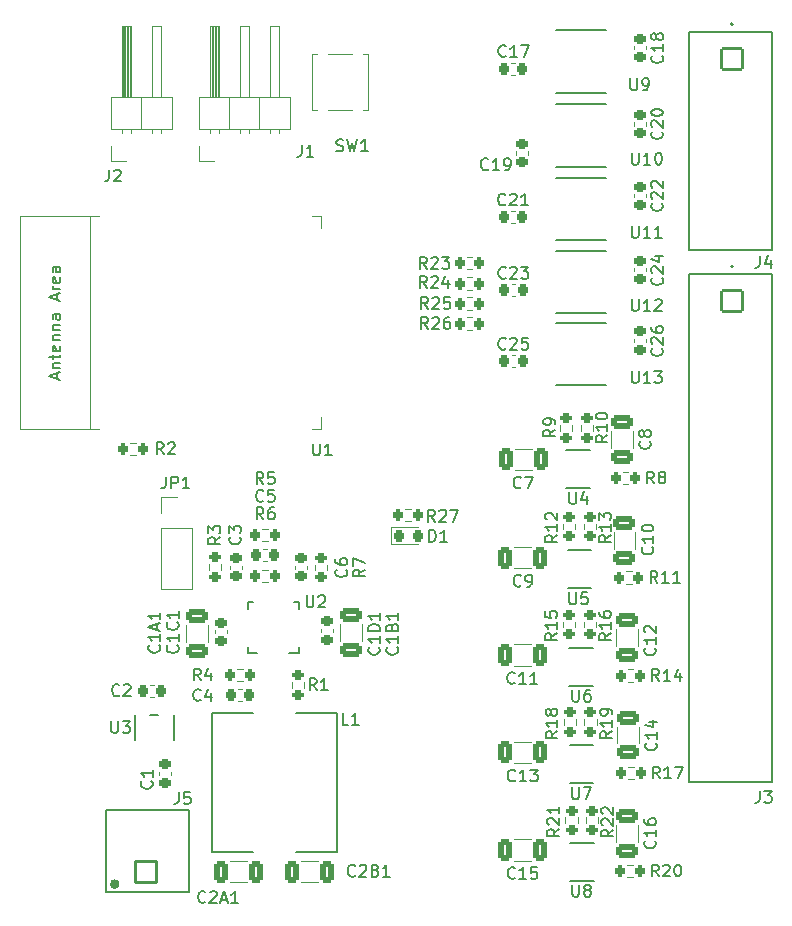
<source format=gto>
%TF.GenerationSoftware,KiCad,Pcbnew,7.0.7*%
%TF.CreationDate,2024-02-09T11:11:41-05:00*%
%TF.ProjectId,control-module-pcb,636f6e74-726f-46c2-9d6d-6f64756c652d,rev?*%
%TF.SameCoordinates,Original*%
%TF.FileFunction,Legend,Top*%
%TF.FilePolarity,Positive*%
%FSLAX46Y46*%
G04 Gerber Fmt 4.6, Leading zero omitted, Abs format (unit mm)*
G04 Created by KiCad (PCBNEW 7.0.7) date 2024-02-09 11:11:41*
%MOMM*%
%LPD*%
G01*
G04 APERTURE LIST*
G04 Aperture macros list*
%AMRoundRect*
0 Rectangle with rounded corners*
0 $1 Rounding radius*
0 $2 $3 $4 $5 $6 $7 $8 $9 X,Y pos of 4 corners*
0 Add a 4 corners polygon primitive as box body*
4,1,4,$2,$3,$4,$5,$6,$7,$8,$9,$2,$3,0*
0 Add four circle primitives for the rounded corners*
1,1,$1+$1,$2,$3*
1,1,$1+$1,$4,$5*
1,1,$1+$1,$6,$7*
1,1,$1+$1,$8,$9*
0 Add four rect primitives between the rounded corners*
20,1,$1+$1,$2,$3,$4,$5,0*
20,1,$1+$1,$4,$5,$6,$7,0*
20,1,$1+$1,$6,$7,$8,$9,0*
20,1,$1+$1,$8,$9,$2,$3,0*%
%AMFreePoly0*
4,1,12,0.749300,-0.127000,0.749100,-0.525126,0.343100,-0.525126,0.251100,-0.627126,-0.749100,-0.627126,-0.749100,-0.373126,-0.249100,-0.373126,-0.249300,-0.127000,-0.749300,-0.127000,-0.749300,0.127000,0.749300,0.127000,0.749300,-0.127000,0.749300,-0.127000,$1*%
%AMFreePoly1*
4,1,11,1.425001,0.126937,1.425001,-0.627063,0.355600,-0.627126,-0.355600,-0.627126,-0.355600,-0.373126,0.150400,-0.373126,0.150400,-0.127000,-0.355600,-0.127000,-0.355600,0.127000,0.355600,0.127000,1.425001,0.126937,1.425001,0.126937,$1*%
%AMFreePoly2*
4,1,12,0.546300,0.373126,0.046300,0.373126,0.046100,0.127000,0.546100,0.127000,0.546100,-0.127000,-0.454100,-0.127000,-0.546100,-0.025000,-0.952100,-0.025000,-0.952300,0.373126,-0.952300,0.627126,0.546300,0.627126,0.546300,0.373126,0.546300,0.373126,$1*%
G04 Aperture macros list end*
%ADD10C,0.150000*%
%ADD11C,0.120000*%
%ADD12C,0.152400*%
%ADD13C,0.127000*%
%ADD14C,0.200000*%
%ADD15C,0.400000*%
%ADD16RoundRect,0.200000X-0.200000X-0.275000X0.200000X-0.275000X0.200000X0.275000X-0.200000X0.275000X0*%
%ADD17RoundRect,0.218750X-0.218750X-0.256250X0.218750X-0.256250X0.218750X0.256250X-0.218750X0.256250X0*%
%ADD18RoundRect,0.225000X0.225000X0.250000X-0.225000X0.250000X-0.225000X-0.250000X0.225000X-0.250000X0*%
%ADD19RoundRect,0.200000X0.275000X-0.200000X0.275000X0.200000X-0.275000X0.200000X-0.275000X-0.200000X0*%
%ADD20R,1.460500X0.558800*%
%ADD21RoundRect,0.200000X-0.275000X0.200000X-0.275000X-0.200000X0.275000X-0.200000X0.275000X0.200000X0*%
%ADD22RoundRect,0.250000X0.325000X0.650000X-0.325000X0.650000X-0.325000X-0.650000X0.325000X-0.650000X0*%
%ADD23RoundRect,0.225000X-0.225000X-0.250000X0.225000X-0.250000X0.225000X0.250000X-0.225000X0.250000X0*%
%ADD24RoundRect,0.102000X-0.875000X0.875000X-0.875000X-0.875000X0.875000X-0.875000X0.875000X0.875000X0*%
%ADD25C,1.954000*%
%ADD26R,0.558800X0.952500*%
%ADD27RoundRect,0.225000X0.250000X-0.225000X0.250000X0.225000X-0.250000X0.225000X-0.250000X-0.225000X0*%
%ADD28R,2.997200X3.200400*%
%ADD29RoundRect,0.200000X0.200000X0.275000X-0.200000X0.275000X-0.200000X-0.275000X0.200000X-0.275000X0*%
%ADD30RoundRect,0.250000X-0.325000X-0.650000X0.325000X-0.650000X0.325000X0.650000X-0.325000X0.650000X0*%
%ADD31R,1.700000X1.700000*%
%ADD32O,1.700000X1.700000*%
%ADD33RoundRect,0.250000X0.650000X-0.325000X0.650000X0.325000X-0.650000X0.325000X-0.650000X-0.325000X0*%
%ADD34RoundRect,0.102000X0.900000X-0.900000X0.900000X0.900000X-0.900000X0.900000X-0.900000X-0.900000X0*%
%ADD35C,2.004000*%
%ADD36R,0.977900X0.558800*%
%ADD37R,1.092200X0.254000*%
%ADD38R,1.498600X0.254000*%
%ADD39FreePoly0,0.000000*%
%ADD40R,0.127000X0.127000*%
%ADD41R,0.254000X0.711200*%
%ADD42FreePoly1,90.000000*%
%ADD43FreePoly2,0.000000*%
%ADD44RoundRect,0.250000X-0.650000X0.325000X-0.650000X-0.325000X0.650000X-0.325000X0.650000X0.325000X0*%
%ADD45R,1.400000X1.600000*%
%ADD46RoundRect,0.225000X-0.250000X0.225000X-0.250000X-0.225000X0.250000X-0.225000X0.250000X0.225000X0*%
%ADD47R,0.900000X1.500000*%
%ADD48R,1.500000X0.900000*%
%ADD49R,0.900000X0.900000*%
%ADD50C,3.600000*%
%ADD51C,5.700000*%
G04 APERTURE END LIST*
D10*
X170857142Y-98954819D02*
X170523809Y-98478628D01*
X170285714Y-98954819D02*
X170285714Y-97954819D01*
X170285714Y-97954819D02*
X170666666Y-97954819D01*
X170666666Y-97954819D02*
X170761904Y-98002438D01*
X170761904Y-98002438D02*
X170809523Y-98050057D01*
X170809523Y-98050057D02*
X170857142Y-98145295D01*
X170857142Y-98145295D02*
X170857142Y-98288152D01*
X170857142Y-98288152D02*
X170809523Y-98383390D01*
X170809523Y-98383390D02*
X170761904Y-98431009D01*
X170761904Y-98431009D02*
X170666666Y-98478628D01*
X170666666Y-98478628D02*
X170285714Y-98478628D01*
X171238095Y-98050057D02*
X171285714Y-98002438D01*
X171285714Y-98002438D02*
X171380952Y-97954819D01*
X171380952Y-97954819D02*
X171619047Y-97954819D01*
X171619047Y-97954819D02*
X171714285Y-98002438D01*
X171714285Y-98002438D02*
X171761904Y-98050057D01*
X171761904Y-98050057D02*
X171809523Y-98145295D01*
X171809523Y-98145295D02*
X171809523Y-98240533D01*
X171809523Y-98240533D02*
X171761904Y-98383390D01*
X171761904Y-98383390D02*
X171190476Y-98954819D01*
X171190476Y-98954819D02*
X171809523Y-98954819D01*
X172142857Y-97954819D02*
X172809523Y-97954819D01*
X172809523Y-97954819D02*
X172380952Y-98954819D01*
X170361905Y-100654819D02*
X170361905Y-99654819D01*
X170361905Y-99654819D02*
X170600000Y-99654819D01*
X170600000Y-99654819D02*
X170742857Y-99702438D01*
X170742857Y-99702438D02*
X170838095Y-99797676D01*
X170838095Y-99797676D02*
X170885714Y-99892914D01*
X170885714Y-99892914D02*
X170933333Y-100083390D01*
X170933333Y-100083390D02*
X170933333Y-100226247D01*
X170933333Y-100226247D02*
X170885714Y-100416723D01*
X170885714Y-100416723D02*
X170838095Y-100511961D01*
X170838095Y-100511961D02*
X170742857Y-100607200D01*
X170742857Y-100607200D02*
X170600000Y-100654819D01*
X170600000Y-100654819D02*
X170361905Y-100654819D01*
X171885714Y-100654819D02*
X171314286Y-100654819D01*
X171600000Y-100654819D02*
X171600000Y-99654819D01*
X171600000Y-99654819D02*
X171504762Y-99797676D01*
X171504762Y-99797676D02*
X171409524Y-99892914D01*
X171409524Y-99892914D02*
X171314286Y-99940533D01*
X151022652Y-114055883D02*
X150975033Y-114103503D01*
X150975033Y-114103503D02*
X150832176Y-114151122D01*
X150832176Y-114151122D02*
X150736938Y-114151122D01*
X150736938Y-114151122D02*
X150594081Y-114103503D01*
X150594081Y-114103503D02*
X150498843Y-114008264D01*
X150498843Y-114008264D02*
X150451224Y-113913026D01*
X150451224Y-113913026D02*
X150403605Y-113722550D01*
X150403605Y-113722550D02*
X150403605Y-113579693D01*
X150403605Y-113579693D02*
X150451224Y-113389217D01*
X150451224Y-113389217D02*
X150498843Y-113293979D01*
X150498843Y-113293979D02*
X150594081Y-113198741D01*
X150594081Y-113198741D02*
X150736938Y-113151122D01*
X150736938Y-113151122D02*
X150832176Y-113151122D01*
X150832176Y-113151122D02*
X150975033Y-113198741D01*
X150975033Y-113198741D02*
X151022652Y-113246360D01*
X151879795Y-113484455D02*
X151879795Y-114151122D01*
X151641700Y-113103503D02*
X151403605Y-113817788D01*
X151403605Y-113817788D02*
X152022652Y-113817788D01*
X152682952Y-100266355D02*
X152206761Y-100599688D01*
X152682952Y-100837783D02*
X151682952Y-100837783D01*
X151682952Y-100837783D02*
X151682952Y-100456831D01*
X151682952Y-100456831D02*
X151730571Y-100361593D01*
X151730571Y-100361593D02*
X151778190Y-100313974D01*
X151778190Y-100313974D02*
X151873428Y-100266355D01*
X151873428Y-100266355D02*
X152016285Y-100266355D01*
X152016285Y-100266355D02*
X152111523Y-100313974D01*
X152111523Y-100313974D02*
X152159142Y-100361593D01*
X152159142Y-100361593D02*
X152206761Y-100456831D01*
X152206761Y-100456831D02*
X152206761Y-100837783D01*
X151682952Y-99933021D02*
X151682952Y-99313974D01*
X151682952Y-99313974D02*
X152063904Y-99647307D01*
X152063904Y-99647307D02*
X152063904Y-99504450D01*
X152063904Y-99504450D02*
X152111523Y-99409212D01*
X152111523Y-99409212D02*
X152159142Y-99361593D01*
X152159142Y-99361593D02*
X152254380Y-99313974D01*
X152254380Y-99313974D02*
X152492475Y-99313974D01*
X152492475Y-99313974D02*
X152587713Y-99361593D01*
X152587713Y-99361593D02*
X152635333Y-99409212D01*
X152635333Y-99409212D02*
X152682952Y-99504450D01*
X152682952Y-99504450D02*
X152682952Y-99790164D01*
X152682952Y-99790164D02*
X152635333Y-99885402D01*
X152635333Y-99885402D02*
X152587713Y-99933021D01*
X156333333Y-98760119D02*
X156000000Y-98283928D01*
X155761905Y-98760119D02*
X155761905Y-97760119D01*
X155761905Y-97760119D02*
X156142857Y-97760119D01*
X156142857Y-97760119D02*
X156238095Y-97807738D01*
X156238095Y-97807738D02*
X156285714Y-97855357D01*
X156285714Y-97855357D02*
X156333333Y-97950595D01*
X156333333Y-97950595D02*
X156333333Y-98093452D01*
X156333333Y-98093452D02*
X156285714Y-98188690D01*
X156285714Y-98188690D02*
X156238095Y-98236309D01*
X156238095Y-98236309D02*
X156142857Y-98283928D01*
X156142857Y-98283928D02*
X155761905Y-98283928D01*
X157190476Y-97760119D02*
X157000000Y-97760119D01*
X157000000Y-97760119D02*
X156904762Y-97807738D01*
X156904762Y-97807738D02*
X156857143Y-97855357D01*
X156857143Y-97855357D02*
X156761905Y-97998214D01*
X156761905Y-97998214D02*
X156714286Y-98188690D01*
X156714286Y-98188690D02*
X156714286Y-98569642D01*
X156714286Y-98569642D02*
X156761905Y-98664880D01*
X156761905Y-98664880D02*
X156809524Y-98712500D01*
X156809524Y-98712500D02*
X156904762Y-98760119D01*
X156904762Y-98760119D02*
X157095238Y-98760119D01*
X157095238Y-98760119D02*
X157190476Y-98712500D01*
X157190476Y-98712500D02*
X157238095Y-98664880D01*
X157238095Y-98664880D02*
X157285714Y-98569642D01*
X157285714Y-98569642D02*
X157285714Y-98331547D01*
X157285714Y-98331547D02*
X157238095Y-98236309D01*
X157238095Y-98236309D02*
X157190476Y-98188690D01*
X157190476Y-98188690D02*
X157095238Y-98141071D01*
X157095238Y-98141071D02*
X156904762Y-98141071D01*
X156904762Y-98141071D02*
X156809524Y-98188690D01*
X156809524Y-98188690D02*
X156761905Y-98236309D01*
X156761905Y-98236309D02*
X156714286Y-98331547D01*
X170157142Y-79179819D02*
X169823809Y-78703628D01*
X169585714Y-79179819D02*
X169585714Y-78179819D01*
X169585714Y-78179819D02*
X169966666Y-78179819D01*
X169966666Y-78179819D02*
X170061904Y-78227438D01*
X170061904Y-78227438D02*
X170109523Y-78275057D01*
X170109523Y-78275057D02*
X170157142Y-78370295D01*
X170157142Y-78370295D02*
X170157142Y-78513152D01*
X170157142Y-78513152D02*
X170109523Y-78608390D01*
X170109523Y-78608390D02*
X170061904Y-78656009D01*
X170061904Y-78656009D02*
X169966666Y-78703628D01*
X169966666Y-78703628D02*
X169585714Y-78703628D01*
X170538095Y-78275057D02*
X170585714Y-78227438D01*
X170585714Y-78227438D02*
X170680952Y-78179819D01*
X170680952Y-78179819D02*
X170919047Y-78179819D01*
X170919047Y-78179819D02*
X171014285Y-78227438D01*
X171014285Y-78227438D02*
X171061904Y-78275057D01*
X171061904Y-78275057D02*
X171109523Y-78370295D01*
X171109523Y-78370295D02*
X171109523Y-78465533D01*
X171109523Y-78465533D02*
X171061904Y-78608390D01*
X171061904Y-78608390D02*
X170490476Y-79179819D01*
X170490476Y-79179819D02*
X171109523Y-79179819D01*
X171966666Y-78513152D02*
X171966666Y-79179819D01*
X171728571Y-78132200D02*
X171490476Y-78846485D01*
X171490476Y-78846485D02*
X172109523Y-78846485D01*
X187536055Y-86224819D02*
X187536055Y-87034342D01*
X187536055Y-87034342D02*
X187583674Y-87129580D01*
X187583674Y-87129580D02*
X187631293Y-87177200D01*
X187631293Y-87177200D02*
X187726531Y-87224819D01*
X187726531Y-87224819D02*
X187917007Y-87224819D01*
X187917007Y-87224819D02*
X188012245Y-87177200D01*
X188012245Y-87177200D02*
X188059864Y-87129580D01*
X188059864Y-87129580D02*
X188107483Y-87034342D01*
X188107483Y-87034342D02*
X188107483Y-86224819D01*
X189107483Y-87224819D02*
X188536055Y-87224819D01*
X188821769Y-87224819D02*
X188821769Y-86224819D01*
X188821769Y-86224819D02*
X188726531Y-86367676D01*
X188726531Y-86367676D02*
X188631293Y-86462914D01*
X188631293Y-86462914D02*
X188536055Y-86510533D01*
X189440817Y-86224819D02*
X190059864Y-86224819D01*
X190059864Y-86224819D02*
X189726531Y-86605771D01*
X189726531Y-86605771D02*
X189869388Y-86605771D01*
X189869388Y-86605771D02*
X189964626Y-86653390D01*
X189964626Y-86653390D02*
X190012245Y-86701009D01*
X190012245Y-86701009D02*
X190059864Y-86796247D01*
X190059864Y-86796247D02*
X190059864Y-87034342D01*
X190059864Y-87034342D02*
X190012245Y-87129580D01*
X190012245Y-87129580D02*
X189964626Y-87177200D01*
X189964626Y-87177200D02*
X189869388Y-87224819D01*
X189869388Y-87224819D02*
X189583674Y-87224819D01*
X189583674Y-87224819D02*
X189488436Y-87177200D01*
X189488436Y-87177200D02*
X189440817Y-87129580D01*
X181178969Y-108412858D02*
X180702778Y-108746191D01*
X181178969Y-108984286D02*
X180178969Y-108984286D01*
X180178969Y-108984286D02*
X180178969Y-108603334D01*
X180178969Y-108603334D02*
X180226588Y-108508096D01*
X180226588Y-108508096D02*
X180274207Y-108460477D01*
X180274207Y-108460477D02*
X180369445Y-108412858D01*
X180369445Y-108412858D02*
X180512302Y-108412858D01*
X180512302Y-108412858D02*
X180607540Y-108460477D01*
X180607540Y-108460477D02*
X180655159Y-108508096D01*
X180655159Y-108508096D02*
X180702778Y-108603334D01*
X180702778Y-108603334D02*
X180702778Y-108984286D01*
X181178969Y-107460477D02*
X181178969Y-108031905D01*
X181178969Y-107746191D02*
X180178969Y-107746191D01*
X180178969Y-107746191D02*
X180321826Y-107841429D01*
X180321826Y-107841429D02*
X180417064Y-107936667D01*
X180417064Y-107936667D02*
X180464683Y-108031905D01*
X180178969Y-106555715D02*
X180178969Y-107031905D01*
X180178969Y-107031905D02*
X180655159Y-107079524D01*
X180655159Y-107079524D02*
X180607540Y-107031905D01*
X180607540Y-107031905D02*
X180559921Y-106936667D01*
X180559921Y-106936667D02*
X180559921Y-106698572D01*
X180559921Y-106698572D02*
X180607540Y-106603334D01*
X180607540Y-106603334D02*
X180655159Y-106555715D01*
X180655159Y-106555715D02*
X180750397Y-106508096D01*
X180750397Y-106508096D02*
X180988492Y-106508096D01*
X180988492Y-106508096D02*
X181083730Y-106555715D01*
X181083730Y-106555715D02*
X181131350Y-106603334D01*
X181131350Y-106603334D02*
X181178969Y-106698572D01*
X181178969Y-106698572D02*
X181178969Y-106936667D01*
X181178969Y-106936667D02*
X181131350Y-107031905D01*
X181131350Y-107031905D02*
X181083730Y-107079524D01*
X178143332Y-96049580D02*
X178095713Y-96097200D01*
X178095713Y-96097200D02*
X177952856Y-96144819D01*
X177952856Y-96144819D02*
X177857618Y-96144819D01*
X177857618Y-96144819D02*
X177714761Y-96097200D01*
X177714761Y-96097200D02*
X177619523Y-96001961D01*
X177619523Y-96001961D02*
X177571904Y-95906723D01*
X177571904Y-95906723D02*
X177524285Y-95716247D01*
X177524285Y-95716247D02*
X177524285Y-95573390D01*
X177524285Y-95573390D02*
X177571904Y-95382914D01*
X177571904Y-95382914D02*
X177619523Y-95287676D01*
X177619523Y-95287676D02*
X177714761Y-95192438D01*
X177714761Y-95192438D02*
X177857618Y-95144819D01*
X177857618Y-95144819D02*
X177952856Y-95144819D01*
X177952856Y-95144819D02*
X178095713Y-95192438D01*
X178095713Y-95192438D02*
X178143332Y-95240057D01*
X178476666Y-95144819D02*
X179143332Y-95144819D01*
X179143332Y-95144819D02*
X178714761Y-96144819D01*
X187536055Y-73924819D02*
X187536055Y-74734342D01*
X187536055Y-74734342D02*
X187583674Y-74829580D01*
X187583674Y-74829580D02*
X187631293Y-74877200D01*
X187631293Y-74877200D02*
X187726531Y-74924819D01*
X187726531Y-74924819D02*
X187917007Y-74924819D01*
X187917007Y-74924819D02*
X188012245Y-74877200D01*
X188012245Y-74877200D02*
X188059864Y-74829580D01*
X188059864Y-74829580D02*
X188107483Y-74734342D01*
X188107483Y-74734342D02*
X188107483Y-73924819D01*
X189107483Y-74924819D02*
X188536055Y-74924819D01*
X188821769Y-74924819D02*
X188821769Y-73924819D01*
X188821769Y-73924819D02*
X188726531Y-74067676D01*
X188726531Y-74067676D02*
X188631293Y-74162914D01*
X188631293Y-74162914D02*
X188536055Y-74210533D01*
X190059864Y-74924819D02*
X189488436Y-74924819D01*
X189774150Y-74924819D02*
X189774150Y-73924819D01*
X189774150Y-73924819D02*
X189678912Y-74067676D01*
X189678912Y-74067676D02*
X189583674Y-74162914D01*
X189583674Y-74162914D02*
X189488436Y-74210533D01*
X176856292Y-59529580D02*
X176808673Y-59577200D01*
X176808673Y-59577200D02*
X176665816Y-59624819D01*
X176665816Y-59624819D02*
X176570578Y-59624819D01*
X176570578Y-59624819D02*
X176427721Y-59577200D01*
X176427721Y-59577200D02*
X176332483Y-59481961D01*
X176332483Y-59481961D02*
X176284864Y-59386723D01*
X176284864Y-59386723D02*
X176237245Y-59196247D01*
X176237245Y-59196247D02*
X176237245Y-59053390D01*
X176237245Y-59053390D02*
X176284864Y-58862914D01*
X176284864Y-58862914D02*
X176332483Y-58767676D01*
X176332483Y-58767676D02*
X176427721Y-58672438D01*
X176427721Y-58672438D02*
X176570578Y-58624819D01*
X176570578Y-58624819D02*
X176665816Y-58624819D01*
X176665816Y-58624819D02*
X176808673Y-58672438D01*
X176808673Y-58672438D02*
X176856292Y-58720057D01*
X177808673Y-59624819D02*
X177237245Y-59624819D01*
X177522959Y-59624819D02*
X177522959Y-58624819D01*
X177522959Y-58624819D02*
X177427721Y-58767676D01*
X177427721Y-58767676D02*
X177332483Y-58862914D01*
X177332483Y-58862914D02*
X177237245Y-58910533D01*
X178142007Y-58624819D02*
X178808673Y-58624819D01*
X178808673Y-58624819D02*
X178380102Y-59624819D01*
X189800792Y-128999821D02*
X189467459Y-128523630D01*
X189229364Y-128999821D02*
X189229364Y-127999821D01*
X189229364Y-127999821D02*
X189610316Y-127999821D01*
X189610316Y-127999821D02*
X189705554Y-128047440D01*
X189705554Y-128047440D02*
X189753173Y-128095059D01*
X189753173Y-128095059D02*
X189800792Y-128190297D01*
X189800792Y-128190297D02*
X189800792Y-128333154D01*
X189800792Y-128333154D02*
X189753173Y-128428392D01*
X189753173Y-128428392D02*
X189705554Y-128476011D01*
X189705554Y-128476011D02*
X189610316Y-128523630D01*
X189610316Y-128523630D02*
X189229364Y-128523630D01*
X190181745Y-128095059D02*
X190229364Y-128047440D01*
X190229364Y-128047440D02*
X190324602Y-127999821D01*
X190324602Y-127999821D02*
X190562697Y-127999821D01*
X190562697Y-127999821D02*
X190657935Y-128047440D01*
X190657935Y-128047440D02*
X190705554Y-128095059D01*
X190705554Y-128095059D02*
X190753173Y-128190297D01*
X190753173Y-128190297D02*
X190753173Y-128285535D01*
X190753173Y-128285535D02*
X190705554Y-128428392D01*
X190705554Y-128428392D02*
X190134126Y-128999821D01*
X190134126Y-128999821D02*
X190753173Y-128999821D01*
X191372221Y-127999821D02*
X191467459Y-127999821D01*
X191467459Y-127999821D02*
X191562697Y-128047440D01*
X191562697Y-128047440D02*
X191610316Y-128095059D01*
X191610316Y-128095059D02*
X191657935Y-128190297D01*
X191657935Y-128190297D02*
X191705554Y-128380773D01*
X191705554Y-128380773D02*
X191705554Y-128618868D01*
X191705554Y-128618868D02*
X191657935Y-128809344D01*
X191657935Y-128809344D02*
X191610316Y-128904582D01*
X191610316Y-128904582D02*
X191562697Y-128952202D01*
X191562697Y-128952202D02*
X191467459Y-128999821D01*
X191467459Y-128999821D02*
X191372221Y-128999821D01*
X191372221Y-128999821D02*
X191276983Y-128952202D01*
X191276983Y-128952202D02*
X191229364Y-128904582D01*
X191229364Y-128904582D02*
X191181745Y-128809344D01*
X191181745Y-128809344D02*
X191134126Y-128618868D01*
X191134126Y-128618868D02*
X191134126Y-128380773D01*
X191134126Y-128380773D02*
X191181745Y-128190297D01*
X191181745Y-128190297D02*
X191229364Y-128095059D01*
X191229364Y-128095059D02*
X191276983Y-128047440D01*
X191276983Y-128047440D02*
X191372221Y-127999821D01*
X198366666Y-76454819D02*
X198366666Y-77169104D01*
X198366666Y-77169104D02*
X198319047Y-77311961D01*
X198319047Y-77311961D02*
X198223809Y-77407200D01*
X198223809Y-77407200D02*
X198080952Y-77454819D01*
X198080952Y-77454819D02*
X197985714Y-77454819D01*
X199271428Y-76788152D02*
X199271428Y-77454819D01*
X199033333Y-76407200D02*
X198795238Y-77121485D01*
X198795238Y-77121485D02*
X199414285Y-77121485D01*
X177607142Y-112609580D02*
X177559523Y-112657200D01*
X177559523Y-112657200D02*
X177416666Y-112704819D01*
X177416666Y-112704819D02*
X177321428Y-112704819D01*
X177321428Y-112704819D02*
X177178571Y-112657200D01*
X177178571Y-112657200D02*
X177083333Y-112561961D01*
X177083333Y-112561961D02*
X177035714Y-112466723D01*
X177035714Y-112466723D02*
X176988095Y-112276247D01*
X176988095Y-112276247D02*
X176988095Y-112133390D01*
X176988095Y-112133390D02*
X177035714Y-111942914D01*
X177035714Y-111942914D02*
X177083333Y-111847676D01*
X177083333Y-111847676D02*
X177178571Y-111752438D01*
X177178571Y-111752438D02*
X177321428Y-111704819D01*
X177321428Y-111704819D02*
X177416666Y-111704819D01*
X177416666Y-111704819D02*
X177559523Y-111752438D01*
X177559523Y-111752438D02*
X177607142Y-111800057D01*
X178559523Y-112704819D02*
X177988095Y-112704819D01*
X178273809Y-112704819D02*
X178273809Y-111704819D01*
X178273809Y-111704819D02*
X178178571Y-111847676D01*
X178178571Y-111847676D02*
X178083333Y-111942914D01*
X178083333Y-111942914D02*
X177988095Y-111990533D01*
X179511904Y-112704819D02*
X178940476Y-112704819D01*
X179226190Y-112704819D02*
X179226190Y-111704819D01*
X179226190Y-111704819D02*
X179130952Y-111847676D01*
X179130952Y-111847676D02*
X179035714Y-111942914D01*
X179035714Y-111942914D02*
X178940476Y-111990533D01*
X143452895Y-115854819D02*
X143452895Y-116664342D01*
X143452895Y-116664342D02*
X143500514Y-116759580D01*
X143500514Y-116759580D02*
X143548133Y-116807200D01*
X143548133Y-116807200D02*
X143643371Y-116854819D01*
X143643371Y-116854819D02*
X143833847Y-116854819D01*
X143833847Y-116854819D02*
X143929085Y-116807200D01*
X143929085Y-116807200D02*
X143976704Y-116759580D01*
X143976704Y-116759580D02*
X144024323Y-116664342D01*
X144024323Y-116664342D02*
X144024323Y-115854819D01*
X144405276Y-115854819D02*
X145024323Y-115854819D01*
X145024323Y-115854819D02*
X144690990Y-116235771D01*
X144690990Y-116235771D02*
X144833847Y-116235771D01*
X144833847Y-116235771D02*
X144929085Y-116283390D01*
X144929085Y-116283390D02*
X144976704Y-116331009D01*
X144976704Y-116331009D02*
X145024323Y-116426247D01*
X145024323Y-116426247D02*
X145024323Y-116664342D01*
X145024323Y-116664342D02*
X144976704Y-116759580D01*
X144976704Y-116759580D02*
X144929085Y-116807200D01*
X144929085Y-116807200D02*
X144833847Y-116854819D01*
X144833847Y-116854819D02*
X144548133Y-116854819D01*
X144548133Y-116854819D02*
X144452895Y-116807200D01*
X144452895Y-116807200D02*
X144405276Y-116759580D01*
X190057880Y-65937857D02*
X190105500Y-65985476D01*
X190105500Y-65985476D02*
X190153119Y-66128333D01*
X190153119Y-66128333D02*
X190153119Y-66223571D01*
X190153119Y-66223571D02*
X190105500Y-66366428D01*
X190105500Y-66366428D02*
X190010261Y-66461666D01*
X190010261Y-66461666D02*
X189915023Y-66509285D01*
X189915023Y-66509285D02*
X189724547Y-66556904D01*
X189724547Y-66556904D02*
X189581690Y-66556904D01*
X189581690Y-66556904D02*
X189391214Y-66509285D01*
X189391214Y-66509285D02*
X189295976Y-66461666D01*
X189295976Y-66461666D02*
X189200738Y-66366428D01*
X189200738Y-66366428D02*
X189153119Y-66223571D01*
X189153119Y-66223571D02*
X189153119Y-66128333D01*
X189153119Y-66128333D02*
X189200738Y-65985476D01*
X189200738Y-65985476D02*
X189248357Y-65937857D01*
X189248357Y-65556904D02*
X189200738Y-65509285D01*
X189200738Y-65509285D02*
X189153119Y-65414047D01*
X189153119Y-65414047D02*
X189153119Y-65175952D01*
X189153119Y-65175952D02*
X189200738Y-65080714D01*
X189200738Y-65080714D02*
X189248357Y-65033095D01*
X189248357Y-65033095D02*
X189343595Y-64985476D01*
X189343595Y-64985476D02*
X189438833Y-64985476D01*
X189438833Y-64985476D02*
X189581690Y-65033095D01*
X189581690Y-65033095D02*
X190153119Y-65604523D01*
X190153119Y-65604523D02*
X190153119Y-64985476D01*
X189153119Y-64366428D02*
X189153119Y-64271190D01*
X189153119Y-64271190D02*
X189200738Y-64175952D01*
X189200738Y-64175952D02*
X189248357Y-64128333D01*
X189248357Y-64128333D02*
X189343595Y-64080714D01*
X189343595Y-64080714D02*
X189534071Y-64033095D01*
X189534071Y-64033095D02*
X189772166Y-64033095D01*
X189772166Y-64033095D02*
X189962642Y-64080714D01*
X189962642Y-64080714D02*
X190057880Y-64128333D01*
X190057880Y-64128333D02*
X190105500Y-64175952D01*
X190105500Y-64175952D02*
X190153119Y-64271190D01*
X190153119Y-64271190D02*
X190153119Y-64366428D01*
X190153119Y-64366428D02*
X190105500Y-64461666D01*
X190105500Y-64461666D02*
X190057880Y-64509285D01*
X190057880Y-64509285D02*
X189962642Y-64556904D01*
X189962642Y-64556904D02*
X189772166Y-64604523D01*
X189772166Y-64604523D02*
X189534071Y-64604523D01*
X189534071Y-64604523D02*
X189343595Y-64556904D01*
X189343595Y-64556904D02*
X189248357Y-64509285D01*
X189248357Y-64509285D02*
X189200738Y-64461666D01*
X189200738Y-64461666D02*
X189153119Y-64366428D01*
X163533333Y-116154819D02*
X163057143Y-116154819D01*
X163057143Y-116154819D02*
X163057143Y-115154819D01*
X164390476Y-116154819D02*
X163819048Y-116154819D01*
X164104762Y-116154819D02*
X164104762Y-115154819D01*
X164104762Y-115154819D02*
X164009524Y-115297676D01*
X164009524Y-115297676D02*
X163914286Y-115392914D01*
X163914286Y-115392914D02*
X163819048Y-115440533D01*
X160833333Y-113229508D02*
X160500000Y-112753317D01*
X160261905Y-113229508D02*
X160261905Y-112229508D01*
X160261905Y-112229508D02*
X160642857Y-112229508D01*
X160642857Y-112229508D02*
X160738095Y-112277127D01*
X160738095Y-112277127D02*
X160785714Y-112324746D01*
X160785714Y-112324746D02*
X160833333Y-112419984D01*
X160833333Y-112419984D02*
X160833333Y-112562841D01*
X160833333Y-112562841D02*
X160785714Y-112658079D01*
X160785714Y-112658079D02*
X160738095Y-112705698D01*
X160738095Y-112705698D02*
X160642857Y-112753317D01*
X160642857Y-112753317D02*
X160261905Y-112753317D01*
X161785714Y-113229508D02*
X161214286Y-113229508D01*
X161500000Y-113229508D02*
X161500000Y-112229508D01*
X161500000Y-112229508D02*
X161404762Y-112372365D01*
X161404762Y-112372365D02*
X161309524Y-112467603D01*
X161309524Y-112467603D02*
X161214286Y-112515222D01*
X181213719Y-100112857D02*
X180737528Y-100446190D01*
X181213719Y-100684285D02*
X180213719Y-100684285D01*
X180213719Y-100684285D02*
X180213719Y-100303333D01*
X180213719Y-100303333D02*
X180261338Y-100208095D01*
X180261338Y-100208095D02*
X180308957Y-100160476D01*
X180308957Y-100160476D02*
X180404195Y-100112857D01*
X180404195Y-100112857D02*
X180547052Y-100112857D01*
X180547052Y-100112857D02*
X180642290Y-100160476D01*
X180642290Y-100160476D02*
X180689909Y-100208095D01*
X180689909Y-100208095D02*
X180737528Y-100303333D01*
X180737528Y-100303333D02*
X180737528Y-100684285D01*
X181213719Y-99160476D02*
X181213719Y-99731904D01*
X181213719Y-99446190D02*
X180213719Y-99446190D01*
X180213719Y-99446190D02*
X180356576Y-99541428D01*
X180356576Y-99541428D02*
X180451814Y-99636666D01*
X180451814Y-99636666D02*
X180499433Y-99731904D01*
X180308957Y-98779523D02*
X180261338Y-98731904D01*
X180261338Y-98731904D02*
X180213719Y-98636666D01*
X180213719Y-98636666D02*
X180213719Y-98398571D01*
X180213719Y-98398571D02*
X180261338Y-98303333D01*
X180261338Y-98303333D02*
X180308957Y-98255714D01*
X180308957Y-98255714D02*
X180404195Y-98208095D01*
X180404195Y-98208095D02*
X180499433Y-98208095D01*
X180499433Y-98208095D02*
X180642290Y-98255714D01*
X180642290Y-98255714D02*
X181213719Y-98827142D01*
X181213719Y-98827142D02*
X181213719Y-98208095D01*
X185954819Y-125042857D02*
X185478628Y-125376190D01*
X185954819Y-125614285D02*
X184954819Y-125614285D01*
X184954819Y-125614285D02*
X184954819Y-125233333D01*
X184954819Y-125233333D02*
X185002438Y-125138095D01*
X185002438Y-125138095D02*
X185050057Y-125090476D01*
X185050057Y-125090476D02*
X185145295Y-125042857D01*
X185145295Y-125042857D02*
X185288152Y-125042857D01*
X185288152Y-125042857D02*
X185383390Y-125090476D01*
X185383390Y-125090476D02*
X185431009Y-125138095D01*
X185431009Y-125138095D02*
X185478628Y-125233333D01*
X185478628Y-125233333D02*
X185478628Y-125614285D01*
X185050057Y-124661904D02*
X185002438Y-124614285D01*
X185002438Y-124614285D02*
X184954819Y-124519047D01*
X184954819Y-124519047D02*
X184954819Y-124280952D01*
X184954819Y-124280952D02*
X185002438Y-124185714D01*
X185002438Y-124185714D02*
X185050057Y-124138095D01*
X185050057Y-124138095D02*
X185145295Y-124090476D01*
X185145295Y-124090476D02*
X185240533Y-124090476D01*
X185240533Y-124090476D02*
X185383390Y-124138095D01*
X185383390Y-124138095D02*
X185954819Y-124709523D01*
X185954819Y-124709523D02*
X185954819Y-124090476D01*
X185050057Y-123709523D02*
X185002438Y-123661904D01*
X185002438Y-123661904D02*
X184954819Y-123566666D01*
X184954819Y-123566666D02*
X184954819Y-123328571D01*
X184954819Y-123328571D02*
X185002438Y-123233333D01*
X185002438Y-123233333D02*
X185050057Y-123185714D01*
X185050057Y-123185714D02*
X185145295Y-123138095D01*
X185145295Y-123138095D02*
X185240533Y-123138095D01*
X185240533Y-123138095D02*
X185383390Y-123185714D01*
X185383390Y-123185714D02*
X185954819Y-123757142D01*
X185954819Y-123757142D02*
X185954819Y-123138095D01*
X175357142Y-69109580D02*
X175309523Y-69157200D01*
X175309523Y-69157200D02*
X175166666Y-69204819D01*
X175166666Y-69204819D02*
X175071428Y-69204819D01*
X175071428Y-69204819D02*
X174928571Y-69157200D01*
X174928571Y-69157200D02*
X174833333Y-69061961D01*
X174833333Y-69061961D02*
X174785714Y-68966723D01*
X174785714Y-68966723D02*
X174738095Y-68776247D01*
X174738095Y-68776247D02*
X174738095Y-68633390D01*
X174738095Y-68633390D02*
X174785714Y-68442914D01*
X174785714Y-68442914D02*
X174833333Y-68347676D01*
X174833333Y-68347676D02*
X174928571Y-68252438D01*
X174928571Y-68252438D02*
X175071428Y-68204819D01*
X175071428Y-68204819D02*
X175166666Y-68204819D01*
X175166666Y-68204819D02*
X175309523Y-68252438D01*
X175309523Y-68252438D02*
X175357142Y-68300057D01*
X176309523Y-69204819D02*
X175738095Y-69204819D01*
X176023809Y-69204819D02*
X176023809Y-68204819D01*
X176023809Y-68204819D02*
X175928571Y-68347676D01*
X175928571Y-68347676D02*
X175833333Y-68442914D01*
X175833333Y-68442914D02*
X175738095Y-68490533D01*
X176785714Y-69204819D02*
X176976190Y-69204819D01*
X176976190Y-69204819D02*
X177071428Y-69157200D01*
X177071428Y-69157200D02*
X177119047Y-69109580D01*
X177119047Y-69109580D02*
X177214285Y-68966723D01*
X177214285Y-68966723D02*
X177261904Y-68776247D01*
X177261904Y-68776247D02*
X177261904Y-68395295D01*
X177261904Y-68395295D02*
X177214285Y-68300057D01*
X177214285Y-68300057D02*
X177166666Y-68252438D01*
X177166666Y-68252438D02*
X177071428Y-68204819D01*
X177071428Y-68204819D02*
X176880952Y-68204819D01*
X176880952Y-68204819D02*
X176785714Y-68252438D01*
X176785714Y-68252438D02*
X176738095Y-68300057D01*
X176738095Y-68300057D02*
X176690476Y-68395295D01*
X176690476Y-68395295D02*
X176690476Y-68633390D01*
X176690476Y-68633390D02*
X176738095Y-68728628D01*
X176738095Y-68728628D02*
X176785714Y-68776247D01*
X176785714Y-68776247D02*
X176880952Y-68823866D01*
X176880952Y-68823866D02*
X177071428Y-68823866D01*
X177071428Y-68823866D02*
X177166666Y-68776247D01*
X177166666Y-68776247D02*
X177214285Y-68728628D01*
X177214285Y-68728628D02*
X177261904Y-68633390D01*
X151010464Y-112404382D02*
X150677131Y-111928191D01*
X150439036Y-112404382D02*
X150439036Y-111404382D01*
X150439036Y-111404382D02*
X150819988Y-111404382D01*
X150819988Y-111404382D02*
X150915226Y-111452001D01*
X150915226Y-111452001D02*
X150962845Y-111499620D01*
X150962845Y-111499620D02*
X151010464Y-111594858D01*
X151010464Y-111594858D02*
X151010464Y-111737715D01*
X151010464Y-111737715D02*
X150962845Y-111832953D01*
X150962845Y-111832953D02*
X150915226Y-111880572D01*
X150915226Y-111880572D02*
X150819988Y-111928191D01*
X150819988Y-111928191D02*
X150439036Y-111928191D01*
X151867607Y-111737715D02*
X151867607Y-112404382D01*
X151629512Y-111356763D02*
X151391417Y-112071048D01*
X151391417Y-112071048D02*
X152010464Y-112071048D01*
X185754819Y-108412858D02*
X185278628Y-108746191D01*
X185754819Y-108984286D02*
X184754819Y-108984286D01*
X184754819Y-108984286D02*
X184754819Y-108603334D01*
X184754819Y-108603334D02*
X184802438Y-108508096D01*
X184802438Y-108508096D02*
X184850057Y-108460477D01*
X184850057Y-108460477D02*
X184945295Y-108412858D01*
X184945295Y-108412858D02*
X185088152Y-108412858D01*
X185088152Y-108412858D02*
X185183390Y-108460477D01*
X185183390Y-108460477D02*
X185231009Y-108508096D01*
X185231009Y-108508096D02*
X185278628Y-108603334D01*
X185278628Y-108603334D02*
X185278628Y-108984286D01*
X185754819Y-107460477D02*
X185754819Y-108031905D01*
X185754819Y-107746191D02*
X184754819Y-107746191D01*
X184754819Y-107746191D02*
X184897676Y-107841429D01*
X184897676Y-107841429D02*
X184992914Y-107936667D01*
X184992914Y-107936667D02*
X185040533Y-108031905D01*
X184754819Y-106603334D02*
X184754819Y-106793810D01*
X184754819Y-106793810D02*
X184802438Y-106889048D01*
X184802438Y-106889048D02*
X184850057Y-106936667D01*
X184850057Y-106936667D02*
X184992914Y-107031905D01*
X184992914Y-107031905D02*
X185183390Y-107079524D01*
X185183390Y-107079524D02*
X185564342Y-107079524D01*
X185564342Y-107079524D02*
X185659580Y-107031905D01*
X185659580Y-107031905D02*
X185707200Y-106984286D01*
X185707200Y-106984286D02*
X185754819Y-106889048D01*
X185754819Y-106889048D02*
X185754819Y-106698572D01*
X185754819Y-106698572D02*
X185707200Y-106603334D01*
X185707200Y-106603334D02*
X185659580Y-106555715D01*
X185659580Y-106555715D02*
X185564342Y-106508096D01*
X185564342Y-106508096D02*
X185326247Y-106508096D01*
X185326247Y-106508096D02*
X185231009Y-106555715D01*
X185231009Y-106555715D02*
X185183390Y-106603334D01*
X185183390Y-106603334D02*
X185135771Y-106698572D01*
X185135771Y-106698572D02*
X185135771Y-106889048D01*
X185135771Y-106889048D02*
X185183390Y-106984286D01*
X185183390Y-106984286D02*
X185231009Y-107031905D01*
X185231009Y-107031905D02*
X185326247Y-107079524D01*
X156322327Y-95770028D02*
X155988994Y-95293837D01*
X155750899Y-95770028D02*
X155750899Y-94770028D01*
X155750899Y-94770028D02*
X156131851Y-94770028D01*
X156131851Y-94770028D02*
X156227089Y-94817647D01*
X156227089Y-94817647D02*
X156274708Y-94865266D01*
X156274708Y-94865266D02*
X156322327Y-94960504D01*
X156322327Y-94960504D02*
X156322327Y-95103361D01*
X156322327Y-95103361D02*
X156274708Y-95198599D01*
X156274708Y-95198599D02*
X156227089Y-95246218D01*
X156227089Y-95246218D02*
X156131851Y-95293837D01*
X156131851Y-95293837D02*
X155750899Y-95293837D01*
X157227089Y-94770028D02*
X156750899Y-94770028D01*
X156750899Y-94770028D02*
X156703280Y-95246218D01*
X156703280Y-95246218D02*
X156750899Y-95198599D01*
X156750899Y-95198599D02*
X156846137Y-95150980D01*
X156846137Y-95150980D02*
X157084232Y-95150980D01*
X157084232Y-95150980D02*
X157179470Y-95198599D01*
X157179470Y-95198599D02*
X157227089Y-95246218D01*
X157227089Y-95246218D02*
X157274708Y-95341456D01*
X157274708Y-95341456D02*
X157274708Y-95579551D01*
X157274708Y-95579551D02*
X157227089Y-95674789D01*
X157227089Y-95674789D02*
X157179470Y-95722409D01*
X157179470Y-95722409D02*
X157084232Y-95770028D01*
X157084232Y-95770028D02*
X156846137Y-95770028D01*
X156846137Y-95770028D02*
X156750899Y-95722409D01*
X156750899Y-95722409D02*
X156703280Y-95674789D01*
X181045069Y-91161667D02*
X180568878Y-91495000D01*
X181045069Y-91733095D02*
X180045069Y-91733095D01*
X180045069Y-91733095D02*
X180045069Y-91352143D01*
X180045069Y-91352143D02*
X180092688Y-91256905D01*
X180092688Y-91256905D02*
X180140307Y-91209286D01*
X180140307Y-91209286D02*
X180235545Y-91161667D01*
X180235545Y-91161667D02*
X180378402Y-91161667D01*
X180378402Y-91161667D02*
X180473640Y-91209286D01*
X180473640Y-91209286D02*
X180521259Y-91256905D01*
X180521259Y-91256905D02*
X180568878Y-91352143D01*
X180568878Y-91352143D02*
X180568878Y-91733095D01*
X181045069Y-90685476D02*
X181045069Y-90495000D01*
X181045069Y-90495000D02*
X180997450Y-90399762D01*
X180997450Y-90399762D02*
X180949830Y-90352143D01*
X180949830Y-90352143D02*
X180806973Y-90256905D01*
X180806973Y-90256905D02*
X180616497Y-90209286D01*
X180616497Y-90209286D02*
X180235545Y-90209286D01*
X180235545Y-90209286D02*
X180140307Y-90256905D01*
X180140307Y-90256905D02*
X180092688Y-90304524D01*
X180092688Y-90304524D02*
X180045069Y-90399762D01*
X180045069Y-90399762D02*
X180045069Y-90590238D01*
X180045069Y-90590238D02*
X180092688Y-90685476D01*
X180092688Y-90685476D02*
X180140307Y-90733095D01*
X180140307Y-90733095D02*
X180235545Y-90780714D01*
X180235545Y-90780714D02*
X180473640Y-90780714D01*
X180473640Y-90780714D02*
X180568878Y-90733095D01*
X180568878Y-90733095D02*
X180616497Y-90685476D01*
X180616497Y-90685476D02*
X180664116Y-90590238D01*
X180664116Y-90590238D02*
X180664116Y-90399762D01*
X180664116Y-90399762D02*
X180616497Y-90304524D01*
X180616497Y-90304524D02*
X180568878Y-90256905D01*
X180568878Y-90256905D02*
X180473640Y-90209286D01*
X154337713Y-100266355D02*
X154385333Y-100313974D01*
X154385333Y-100313974D02*
X154432952Y-100456831D01*
X154432952Y-100456831D02*
X154432952Y-100552069D01*
X154432952Y-100552069D02*
X154385333Y-100694926D01*
X154385333Y-100694926D02*
X154290094Y-100790164D01*
X154290094Y-100790164D02*
X154194856Y-100837783D01*
X154194856Y-100837783D02*
X154004380Y-100885402D01*
X154004380Y-100885402D02*
X153861523Y-100885402D01*
X153861523Y-100885402D02*
X153671047Y-100837783D01*
X153671047Y-100837783D02*
X153575809Y-100790164D01*
X153575809Y-100790164D02*
X153480571Y-100694926D01*
X153480571Y-100694926D02*
X153432952Y-100552069D01*
X153432952Y-100552069D02*
X153432952Y-100456831D01*
X153432952Y-100456831D02*
X153480571Y-100313974D01*
X153480571Y-100313974D02*
X153528190Y-100266355D01*
X153432952Y-99933021D02*
X153432952Y-99313974D01*
X153432952Y-99313974D02*
X153813904Y-99647307D01*
X153813904Y-99647307D02*
X153813904Y-99504450D01*
X153813904Y-99504450D02*
X153861523Y-99409212D01*
X153861523Y-99409212D02*
X153909142Y-99361593D01*
X153909142Y-99361593D02*
X154004380Y-99313974D01*
X154004380Y-99313974D02*
X154242475Y-99313974D01*
X154242475Y-99313974D02*
X154337713Y-99361593D01*
X154337713Y-99361593D02*
X154385333Y-99409212D01*
X154385333Y-99409212D02*
X154432952Y-99504450D01*
X154432952Y-99504450D02*
X154432952Y-99790164D01*
X154432952Y-99790164D02*
X154385333Y-99885402D01*
X154385333Y-99885402D02*
X154337713Y-99933021D01*
X164107142Y-128914880D02*
X164059523Y-128962500D01*
X164059523Y-128962500D02*
X163916666Y-129010119D01*
X163916666Y-129010119D02*
X163821428Y-129010119D01*
X163821428Y-129010119D02*
X163678571Y-128962500D01*
X163678571Y-128962500D02*
X163583333Y-128867261D01*
X163583333Y-128867261D02*
X163535714Y-128772023D01*
X163535714Y-128772023D02*
X163488095Y-128581547D01*
X163488095Y-128581547D02*
X163488095Y-128438690D01*
X163488095Y-128438690D02*
X163535714Y-128248214D01*
X163535714Y-128248214D02*
X163583333Y-128152976D01*
X163583333Y-128152976D02*
X163678571Y-128057738D01*
X163678571Y-128057738D02*
X163821428Y-128010119D01*
X163821428Y-128010119D02*
X163916666Y-128010119D01*
X163916666Y-128010119D02*
X164059523Y-128057738D01*
X164059523Y-128057738D02*
X164107142Y-128105357D01*
X164488095Y-128105357D02*
X164535714Y-128057738D01*
X164535714Y-128057738D02*
X164630952Y-128010119D01*
X164630952Y-128010119D02*
X164869047Y-128010119D01*
X164869047Y-128010119D02*
X164964285Y-128057738D01*
X164964285Y-128057738D02*
X165011904Y-128105357D01*
X165011904Y-128105357D02*
X165059523Y-128200595D01*
X165059523Y-128200595D02*
X165059523Y-128295833D01*
X165059523Y-128295833D02*
X165011904Y-128438690D01*
X165011904Y-128438690D02*
X164440476Y-129010119D01*
X164440476Y-129010119D02*
X165059523Y-129010119D01*
X165821428Y-128486309D02*
X165964285Y-128533928D01*
X165964285Y-128533928D02*
X166011904Y-128581547D01*
X166011904Y-128581547D02*
X166059523Y-128676785D01*
X166059523Y-128676785D02*
X166059523Y-128819642D01*
X166059523Y-128819642D02*
X166011904Y-128914880D01*
X166011904Y-128914880D02*
X165964285Y-128962500D01*
X165964285Y-128962500D02*
X165869047Y-129010119D01*
X165869047Y-129010119D02*
X165488095Y-129010119D01*
X165488095Y-129010119D02*
X165488095Y-128010119D01*
X165488095Y-128010119D02*
X165821428Y-128010119D01*
X165821428Y-128010119D02*
X165916666Y-128057738D01*
X165916666Y-128057738D02*
X165964285Y-128105357D01*
X165964285Y-128105357D02*
X166011904Y-128200595D01*
X166011904Y-128200595D02*
X166011904Y-128295833D01*
X166011904Y-128295833D02*
X165964285Y-128391071D01*
X165964285Y-128391071D02*
X165916666Y-128438690D01*
X165916666Y-128438690D02*
X165821428Y-128486309D01*
X165821428Y-128486309D02*
X165488095Y-128486309D01*
X167011904Y-129010119D02*
X166440476Y-129010119D01*
X166726190Y-129010119D02*
X166726190Y-128010119D01*
X166726190Y-128010119D02*
X166630952Y-128152976D01*
X166630952Y-128152976D02*
X166535714Y-128248214D01*
X166535714Y-128248214D02*
X166440476Y-128295833D01*
X189408333Y-95724819D02*
X189075000Y-95248628D01*
X188836905Y-95724819D02*
X188836905Y-94724819D01*
X188836905Y-94724819D02*
X189217857Y-94724819D01*
X189217857Y-94724819D02*
X189313095Y-94772438D01*
X189313095Y-94772438D02*
X189360714Y-94820057D01*
X189360714Y-94820057D02*
X189408333Y-94915295D01*
X189408333Y-94915295D02*
X189408333Y-95058152D01*
X189408333Y-95058152D02*
X189360714Y-95153390D01*
X189360714Y-95153390D02*
X189313095Y-95201009D01*
X189313095Y-95201009D02*
X189217857Y-95248628D01*
X189217857Y-95248628D02*
X188836905Y-95248628D01*
X189979762Y-95153390D02*
X189884524Y-95105771D01*
X189884524Y-95105771D02*
X189836905Y-95058152D01*
X189836905Y-95058152D02*
X189789286Y-94962914D01*
X189789286Y-94962914D02*
X189789286Y-94915295D01*
X189789286Y-94915295D02*
X189836905Y-94820057D01*
X189836905Y-94820057D02*
X189884524Y-94772438D01*
X189884524Y-94772438D02*
X189979762Y-94724819D01*
X189979762Y-94724819D02*
X190170238Y-94724819D01*
X190170238Y-94724819D02*
X190265476Y-94772438D01*
X190265476Y-94772438D02*
X190313095Y-94820057D01*
X190313095Y-94820057D02*
X190360714Y-94915295D01*
X190360714Y-94915295D02*
X190360714Y-94962914D01*
X190360714Y-94962914D02*
X190313095Y-95058152D01*
X190313095Y-95058152D02*
X190265476Y-95105771D01*
X190265476Y-95105771D02*
X190170238Y-95153390D01*
X190170238Y-95153390D02*
X189979762Y-95153390D01*
X189979762Y-95153390D02*
X189884524Y-95201009D01*
X189884524Y-95201009D02*
X189836905Y-95248628D01*
X189836905Y-95248628D02*
X189789286Y-95343866D01*
X189789286Y-95343866D02*
X189789286Y-95534342D01*
X189789286Y-95534342D02*
X189836905Y-95629580D01*
X189836905Y-95629580D02*
X189884524Y-95677200D01*
X189884524Y-95677200D02*
X189979762Y-95724819D01*
X189979762Y-95724819D02*
X190170238Y-95724819D01*
X190170238Y-95724819D02*
X190265476Y-95677200D01*
X190265476Y-95677200D02*
X190313095Y-95629580D01*
X190313095Y-95629580D02*
X190360714Y-95534342D01*
X190360714Y-95534342D02*
X190360714Y-95343866D01*
X190360714Y-95343866D02*
X190313095Y-95248628D01*
X190313095Y-95248628D02*
X190265476Y-95201009D01*
X190265476Y-95201009D02*
X190170238Y-95153390D01*
X144133333Y-113637530D02*
X144085714Y-113685150D01*
X144085714Y-113685150D02*
X143942857Y-113732769D01*
X143942857Y-113732769D02*
X143847619Y-113732769D01*
X143847619Y-113732769D02*
X143704762Y-113685150D01*
X143704762Y-113685150D02*
X143609524Y-113589911D01*
X143609524Y-113589911D02*
X143561905Y-113494673D01*
X143561905Y-113494673D02*
X143514286Y-113304197D01*
X143514286Y-113304197D02*
X143514286Y-113161340D01*
X143514286Y-113161340D02*
X143561905Y-112970864D01*
X143561905Y-112970864D02*
X143609524Y-112875626D01*
X143609524Y-112875626D02*
X143704762Y-112780388D01*
X143704762Y-112780388D02*
X143847619Y-112732769D01*
X143847619Y-112732769D02*
X143942857Y-112732769D01*
X143942857Y-112732769D02*
X144085714Y-112780388D01*
X144085714Y-112780388D02*
X144133333Y-112828007D01*
X144514286Y-112828007D02*
X144561905Y-112780388D01*
X144561905Y-112780388D02*
X144657143Y-112732769D01*
X144657143Y-112732769D02*
X144895238Y-112732769D01*
X144895238Y-112732769D02*
X144990476Y-112780388D01*
X144990476Y-112780388D02*
X145038095Y-112828007D01*
X145038095Y-112828007D02*
X145085714Y-112923245D01*
X145085714Y-112923245D02*
X145085714Y-113018483D01*
X145085714Y-113018483D02*
X145038095Y-113161340D01*
X145038095Y-113161340D02*
X144466667Y-113732769D01*
X144466667Y-113732769D02*
X145085714Y-113732769D01*
X170157142Y-77554819D02*
X169823809Y-77078628D01*
X169585714Y-77554819D02*
X169585714Y-76554819D01*
X169585714Y-76554819D02*
X169966666Y-76554819D01*
X169966666Y-76554819D02*
X170061904Y-76602438D01*
X170061904Y-76602438D02*
X170109523Y-76650057D01*
X170109523Y-76650057D02*
X170157142Y-76745295D01*
X170157142Y-76745295D02*
X170157142Y-76888152D01*
X170157142Y-76888152D02*
X170109523Y-76983390D01*
X170109523Y-76983390D02*
X170061904Y-77031009D01*
X170061904Y-77031009D02*
X169966666Y-77078628D01*
X169966666Y-77078628D02*
X169585714Y-77078628D01*
X170538095Y-76650057D02*
X170585714Y-76602438D01*
X170585714Y-76602438D02*
X170680952Y-76554819D01*
X170680952Y-76554819D02*
X170919047Y-76554819D01*
X170919047Y-76554819D02*
X171014285Y-76602438D01*
X171014285Y-76602438D02*
X171061904Y-76650057D01*
X171061904Y-76650057D02*
X171109523Y-76745295D01*
X171109523Y-76745295D02*
X171109523Y-76840533D01*
X171109523Y-76840533D02*
X171061904Y-76983390D01*
X171061904Y-76983390D02*
X170490476Y-77554819D01*
X170490476Y-77554819D02*
X171109523Y-77554819D01*
X171442857Y-76554819D02*
X172061904Y-76554819D01*
X172061904Y-76554819D02*
X171728571Y-76935771D01*
X171728571Y-76935771D02*
X171871428Y-76935771D01*
X171871428Y-76935771D02*
X171966666Y-76983390D01*
X171966666Y-76983390D02*
X172014285Y-77031009D01*
X172014285Y-77031009D02*
X172061904Y-77126247D01*
X172061904Y-77126247D02*
X172061904Y-77364342D01*
X172061904Y-77364342D02*
X172014285Y-77459580D01*
X172014285Y-77459580D02*
X171966666Y-77507200D01*
X171966666Y-77507200D02*
X171871428Y-77554819D01*
X171871428Y-77554819D02*
X171585714Y-77554819D01*
X171585714Y-77554819D02*
X171490476Y-77507200D01*
X171490476Y-77507200D02*
X171442857Y-77459580D01*
X143266666Y-69154819D02*
X143266666Y-69869104D01*
X143266666Y-69869104D02*
X143219047Y-70011961D01*
X143219047Y-70011961D02*
X143123809Y-70107200D01*
X143123809Y-70107200D02*
X142980952Y-70154819D01*
X142980952Y-70154819D02*
X142885714Y-70154819D01*
X143695238Y-69250057D02*
X143742857Y-69202438D01*
X143742857Y-69202438D02*
X143838095Y-69154819D01*
X143838095Y-69154819D02*
X144076190Y-69154819D01*
X144076190Y-69154819D02*
X144171428Y-69202438D01*
X144171428Y-69202438D02*
X144219047Y-69250057D01*
X144219047Y-69250057D02*
X144266666Y-69345295D01*
X144266666Y-69345295D02*
X144266666Y-69440533D01*
X144266666Y-69440533D02*
X144219047Y-69583390D01*
X144219047Y-69583390D02*
X143647619Y-70154819D01*
X143647619Y-70154819D02*
X144266666Y-70154819D01*
X189881292Y-120699820D02*
X189547959Y-120223629D01*
X189309864Y-120699820D02*
X189309864Y-119699820D01*
X189309864Y-119699820D02*
X189690816Y-119699820D01*
X189690816Y-119699820D02*
X189786054Y-119747439D01*
X189786054Y-119747439D02*
X189833673Y-119795058D01*
X189833673Y-119795058D02*
X189881292Y-119890296D01*
X189881292Y-119890296D02*
X189881292Y-120033153D01*
X189881292Y-120033153D02*
X189833673Y-120128391D01*
X189833673Y-120128391D02*
X189786054Y-120176010D01*
X189786054Y-120176010D02*
X189690816Y-120223629D01*
X189690816Y-120223629D02*
X189309864Y-120223629D01*
X190833673Y-120699820D02*
X190262245Y-120699820D01*
X190547959Y-120699820D02*
X190547959Y-119699820D01*
X190547959Y-119699820D02*
X190452721Y-119842677D01*
X190452721Y-119842677D02*
X190357483Y-119937915D01*
X190357483Y-119937915D02*
X190262245Y-119985534D01*
X191167007Y-119699820D02*
X191833673Y-119699820D01*
X191833673Y-119699820D02*
X191405102Y-120699820D01*
X189459580Y-109662858D02*
X189507200Y-109710477D01*
X189507200Y-109710477D02*
X189554819Y-109853334D01*
X189554819Y-109853334D02*
X189554819Y-109948572D01*
X189554819Y-109948572D02*
X189507200Y-110091429D01*
X189507200Y-110091429D02*
X189411961Y-110186667D01*
X189411961Y-110186667D02*
X189316723Y-110234286D01*
X189316723Y-110234286D02*
X189126247Y-110281905D01*
X189126247Y-110281905D02*
X188983390Y-110281905D01*
X188983390Y-110281905D02*
X188792914Y-110234286D01*
X188792914Y-110234286D02*
X188697676Y-110186667D01*
X188697676Y-110186667D02*
X188602438Y-110091429D01*
X188602438Y-110091429D02*
X188554819Y-109948572D01*
X188554819Y-109948572D02*
X188554819Y-109853334D01*
X188554819Y-109853334D02*
X188602438Y-109710477D01*
X188602438Y-109710477D02*
X188650057Y-109662858D01*
X189554819Y-108710477D02*
X189554819Y-109281905D01*
X189554819Y-108996191D02*
X188554819Y-108996191D01*
X188554819Y-108996191D02*
X188697676Y-109091429D01*
X188697676Y-109091429D02*
X188792914Y-109186667D01*
X188792914Y-109186667D02*
X188840533Y-109281905D01*
X188650057Y-108329524D02*
X188602438Y-108281905D01*
X188602438Y-108281905D02*
X188554819Y-108186667D01*
X188554819Y-108186667D02*
X188554819Y-107948572D01*
X188554819Y-107948572D02*
X188602438Y-107853334D01*
X188602438Y-107853334D02*
X188650057Y-107805715D01*
X188650057Y-107805715D02*
X188745295Y-107758096D01*
X188745295Y-107758096D02*
X188840533Y-107758096D01*
X188840533Y-107758096D02*
X188983390Y-107805715D01*
X188983390Y-107805715D02*
X189554819Y-108377143D01*
X189554819Y-108377143D02*
X189554819Y-107758096D01*
X147883333Y-93254819D02*
X147550000Y-92778628D01*
X147311905Y-93254819D02*
X147311905Y-92254819D01*
X147311905Y-92254819D02*
X147692857Y-92254819D01*
X147692857Y-92254819D02*
X147788095Y-92302438D01*
X147788095Y-92302438D02*
X147835714Y-92350057D01*
X147835714Y-92350057D02*
X147883333Y-92445295D01*
X147883333Y-92445295D02*
X147883333Y-92588152D01*
X147883333Y-92588152D02*
X147835714Y-92683390D01*
X147835714Y-92683390D02*
X147788095Y-92731009D01*
X147788095Y-92731009D02*
X147692857Y-92778628D01*
X147692857Y-92778628D02*
X147311905Y-92778628D01*
X148264286Y-92350057D02*
X148311905Y-92302438D01*
X148311905Y-92302438D02*
X148407143Y-92254819D01*
X148407143Y-92254819D02*
X148645238Y-92254819D01*
X148645238Y-92254819D02*
X148740476Y-92302438D01*
X148740476Y-92302438D02*
X148788095Y-92350057D01*
X148788095Y-92350057D02*
X148835714Y-92445295D01*
X148835714Y-92445295D02*
X148835714Y-92540533D01*
X148835714Y-92540533D02*
X148788095Y-92683390D01*
X148788095Y-92683390D02*
X148216667Y-93254819D01*
X148216667Y-93254819D02*
X148835714Y-93254819D01*
X149166089Y-121861388D02*
X149166089Y-122576911D01*
X149166089Y-122576911D02*
X149118388Y-122720015D01*
X149118388Y-122720015D02*
X149022985Y-122815419D01*
X149022985Y-122815419D02*
X148879880Y-122863120D01*
X148879880Y-122863120D02*
X148784477Y-122863120D01*
X150120119Y-121861388D02*
X149643104Y-121861388D01*
X149643104Y-121861388D02*
X149595403Y-122338403D01*
X149595403Y-122338403D02*
X149643104Y-122290702D01*
X149643104Y-122290702D02*
X149738507Y-122243000D01*
X149738507Y-122243000D02*
X149977015Y-122243000D01*
X149977015Y-122243000D02*
X150072418Y-122290702D01*
X150072418Y-122290702D02*
X150120119Y-122338403D01*
X150120119Y-122338403D02*
X150167821Y-122433806D01*
X150167821Y-122433806D02*
X150167821Y-122672314D01*
X150167821Y-122672314D02*
X150120119Y-122767717D01*
X150120119Y-122767717D02*
X150072418Y-122815419D01*
X150072418Y-122815419D02*
X149977015Y-122863120D01*
X149977015Y-122863120D02*
X149738507Y-122863120D01*
X149738507Y-122863120D02*
X149643104Y-122815419D01*
X149643104Y-122815419D02*
X149595403Y-122767717D01*
X182488095Y-129704819D02*
X182488095Y-130514342D01*
X182488095Y-130514342D02*
X182535714Y-130609580D01*
X182535714Y-130609580D02*
X182583333Y-130657200D01*
X182583333Y-130657200D02*
X182678571Y-130704819D01*
X182678571Y-130704819D02*
X182869047Y-130704819D01*
X182869047Y-130704819D02*
X182964285Y-130657200D01*
X182964285Y-130657200D02*
X183011904Y-130609580D01*
X183011904Y-130609580D02*
X183059523Y-130514342D01*
X183059523Y-130514342D02*
X183059523Y-129704819D01*
X183678571Y-130133390D02*
X183583333Y-130085771D01*
X183583333Y-130085771D02*
X183535714Y-130038152D01*
X183535714Y-130038152D02*
X183488095Y-129942914D01*
X183488095Y-129942914D02*
X183488095Y-129895295D01*
X183488095Y-129895295D02*
X183535714Y-129800057D01*
X183535714Y-129800057D02*
X183583333Y-129752438D01*
X183583333Y-129752438D02*
X183678571Y-129704819D01*
X183678571Y-129704819D02*
X183869047Y-129704819D01*
X183869047Y-129704819D02*
X183964285Y-129752438D01*
X183964285Y-129752438D02*
X184011904Y-129800057D01*
X184011904Y-129800057D02*
X184059523Y-129895295D01*
X184059523Y-129895295D02*
X184059523Y-129942914D01*
X184059523Y-129942914D02*
X184011904Y-130038152D01*
X184011904Y-130038152D02*
X183964285Y-130085771D01*
X183964285Y-130085771D02*
X183869047Y-130133390D01*
X183869047Y-130133390D02*
X183678571Y-130133390D01*
X183678571Y-130133390D02*
X183583333Y-130181009D01*
X183583333Y-130181009D02*
X183535714Y-130228628D01*
X183535714Y-130228628D02*
X183488095Y-130323866D01*
X183488095Y-130323866D02*
X183488095Y-130514342D01*
X183488095Y-130514342D02*
X183535714Y-130609580D01*
X183535714Y-130609580D02*
X183583333Y-130657200D01*
X183583333Y-130657200D02*
X183678571Y-130704819D01*
X183678571Y-130704819D02*
X183869047Y-130704819D01*
X183869047Y-130704819D02*
X183964285Y-130657200D01*
X183964285Y-130657200D02*
X184011904Y-130609580D01*
X184011904Y-130609580D02*
X184059523Y-130514342D01*
X184059523Y-130514342D02*
X184059523Y-130323866D01*
X184059523Y-130323866D02*
X184011904Y-130228628D01*
X184011904Y-130228628D02*
X183964285Y-130181009D01*
X183964285Y-130181009D02*
X183869047Y-130133390D01*
X176831292Y-72099580D02*
X176783673Y-72147200D01*
X176783673Y-72147200D02*
X176640816Y-72194819D01*
X176640816Y-72194819D02*
X176545578Y-72194819D01*
X176545578Y-72194819D02*
X176402721Y-72147200D01*
X176402721Y-72147200D02*
X176307483Y-72051961D01*
X176307483Y-72051961D02*
X176259864Y-71956723D01*
X176259864Y-71956723D02*
X176212245Y-71766247D01*
X176212245Y-71766247D02*
X176212245Y-71623390D01*
X176212245Y-71623390D02*
X176259864Y-71432914D01*
X176259864Y-71432914D02*
X176307483Y-71337676D01*
X176307483Y-71337676D02*
X176402721Y-71242438D01*
X176402721Y-71242438D02*
X176545578Y-71194819D01*
X176545578Y-71194819D02*
X176640816Y-71194819D01*
X176640816Y-71194819D02*
X176783673Y-71242438D01*
X176783673Y-71242438D02*
X176831292Y-71290057D01*
X177212245Y-71290057D02*
X177259864Y-71242438D01*
X177259864Y-71242438D02*
X177355102Y-71194819D01*
X177355102Y-71194819D02*
X177593197Y-71194819D01*
X177593197Y-71194819D02*
X177688435Y-71242438D01*
X177688435Y-71242438D02*
X177736054Y-71290057D01*
X177736054Y-71290057D02*
X177783673Y-71385295D01*
X177783673Y-71385295D02*
X177783673Y-71480533D01*
X177783673Y-71480533D02*
X177736054Y-71623390D01*
X177736054Y-71623390D02*
X177164626Y-72194819D01*
X177164626Y-72194819D02*
X177783673Y-72194819D01*
X178736054Y-72194819D02*
X178164626Y-72194819D01*
X178450340Y-72194819D02*
X178450340Y-71194819D01*
X178450340Y-71194819D02*
X178355102Y-71337676D01*
X178355102Y-71337676D02*
X178259864Y-71432914D01*
X178259864Y-71432914D02*
X178164626Y-71480533D01*
X190083730Y-59507857D02*
X190131350Y-59555476D01*
X190131350Y-59555476D02*
X190178969Y-59698333D01*
X190178969Y-59698333D02*
X190178969Y-59793571D01*
X190178969Y-59793571D02*
X190131350Y-59936428D01*
X190131350Y-59936428D02*
X190036111Y-60031666D01*
X190036111Y-60031666D02*
X189940873Y-60079285D01*
X189940873Y-60079285D02*
X189750397Y-60126904D01*
X189750397Y-60126904D02*
X189607540Y-60126904D01*
X189607540Y-60126904D02*
X189417064Y-60079285D01*
X189417064Y-60079285D02*
X189321826Y-60031666D01*
X189321826Y-60031666D02*
X189226588Y-59936428D01*
X189226588Y-59936428D02*
X189178969Y-59793571D01*
X189178969Y-59793571D02*
X189178969Y-59698333D01*
X189178969Y-59698333D02*
X189226588Y-59555476D01*
X189226588Y-59555476D02*
X189274207Y-59507857D01*
X190178969Y-58555476D02*
X190178969Y-59126904D01*
X190178969Y-58841190D02*
X189178969Y-58841190D01*
X189178969Y-58841190D02*
X189321826Y-58936428D01*
X189321826Y-58936428D02*
X189417064Y-59031666D01*
X189417064Y-59031666D02*
X189464683Y-59126904D01*
X189607540Y-57984047D02*
X189559921Y-58079285D01*
X189559921Y-58079285D02*
X189512302Y-58126904D01*
X189512302Y-58126904D02*
X189417064Y-58174523D01*
X189417064Y-58174523D02*
X189369445Y-58174523D01*
X189369445Y-58174523D02*
X189274207Y-58126904D01*
X189274207Y-58126904D02*
X189226588Y-58079285D01*
X189226588Y-58079285D02*
X189178969Y-57984047D01*
X189178969Y-57984047D02*
X189178969Y-57793571D01*
X189178969Y-57793571D02*
X189226588Y-57698333D01*
X189226588Y-57698333D02*
X189274207Y-57650714D01*
X189274207Y-57650714D02*
X189369445Y-57603095D01*
X189369445Y-57603095D02*
X189417064Y-57603095D01*
X189417064Y-57603095D02*
X189512302Y-57650714D01*
X189512302Y-57650714D02*
X189559921Y-57698333D01*
X189559921Y-57698333D02*
X189607540Y-57793571D01*
X189607540Y-57793571D02*
X189607540Y-57984047D01*
X189607540Y-57984047D02*
X189655159Y-58079285D01*
X189655159Y-58079285D02*
X189702778Y-58126904D01*
X189702778Y-58126904D02*
X189798016Y-58174523D01*
X189798016Y-58174523D02*
X189988492Y-58174523D01*
X189988492Y-58174523D02*
X190083730Y-58126904D01*
X190083730Y-58126904D02*
X190131350Y-58079285D01*
X190131350Y-58079285D02*
X190178969Y-57984047D01*
X190178969Y-57984047D02*
X190178969Y-57793571D01*
X190178969Y-57793571D02*
X190131350Y-57698333D01*
X190131350Y-57698333D02*
X190083730Y-57650714D01*
X190083730Y-57650714D02*
X189988492Y-57603095D01*
X189988492Y-57603095D02*
X189798016Y-57603095D01*
X189798016Y-57603095D02*
X189702778Y-57650714D01*
X189702778Y-57650714D02*
X189655159Y-57698333D01*
X189655159Y-57698333D02*
X189607540Y-57793571D01*
X159988095Y-105210119D02*
X159988095Y-106019642D01*
X159988095Y-106019642D02*
X160035714Y-106114880D01*
X160035714Y-106114880D02*
X160083333Y-106162500D01*
X160083333Y-106162500D02*
X160178571Y-106210119D01*
X160178571Y-106210119D02*
X160369047Y-106210119D01*
X160369047Y-106210119D02*
X160464285Y-106162500D01*
X160464285Y-106162500D02*
X160511904Y-106114880D01*
X160511904Y-106114880D02*
X160559523Y-106019642D01*
X160559523Y-106019642D02*
X160559523Y-105210119D01*
X160988095Y-105305357D02*
X161035714Y-105257738D01*
X161035714Y-105257738D02*
X161130952Y-105210119D01*
X161130952Y-105210119D02*
X161369047Y-105210119D01*
X161369047Y-105210119D02*
X161464285Y-105257738D01*
X161464285Y-105257738D02*
X161511904Y-105305357D01*
X161511904Y-105305357D02*
X161559523Y-105400595D01*
X161559523Y-105400595D02*
X161559523Y-105495833D01*
X161559523Y-105495833D02*
X161511904Y-105638690D01*
X161511904Y-105638690D02*
X160940476Y-106210119D01*
X160940476Y-106210119D02*
X161559523Y-106210119D01*
X167660582Y-109598283D02*
X167708202Y-109645902D01*
X167708202Y-109645902D02*
X167755821Y-109788759D01*
X167755821Y-109788759D02*
X167755821Y-109883997D01*
X167755821Y-109883997D02*
X167708202Y-110026854D01*
X167708202Y-110026854D02*
X167612963Y-110122092D01*
X167612963Y-110122092D02*
X167517725Y-110169711D01*
X167517725Y-110169711D02*
X167327249Y-110217330D01*
X167327249Y-110217330D02*
X167184392Y-110217330D01*
X167184392Y-110217330D02*
X166993916Y-110169711D01*
X166993916Y-110169711D02*
X166898678Y-110122092D01*
X166898678Y-110122092D02*
X166803440Y-110026854D01*
X166803440Y-110026854D02*
X166755821Y-109883997D01*
X166755821Y-109883997D02*
X166755821Y-109788759D01*
X166755821Y-109788759D02*
X166803440Y-109645902D01*
X166803440Y-109645902D02*
X166851059Y-109598283D01*
X167755821Y-108645902D02*
X167755821Y-109217330D01*
X167755821Y-108931616D02*
X166755821Y-108931616D01*
X166755821Y-108931616D02*
X166898678Y-109026854D01*
X166898678Y-109026854D02*
X166993916Y-109122092D01*
X166993916Y-109122092D02*
X167041535Y-109217330D01*
X167232011Y-107883997D02*
X167279630Y-107741140D01*
X167279630Y-107741140D02*
X167327249Y-107693521D01*
X167327249Y-107693521D02*
X167422487Y-107645902D01*
X167422487Y-107645902D02*
X167565344Y-107645902D01*
X167565344Y-107645902D02*
X167660582Y-107693521D01*
X167660582Y-107693521D02*
X167708202Y-107741140D01*
X167708202Y-107741140D02*
X167755821Y-107836378D01*
X167755821Y-107836378D02*
X167755821Y-108217330D01*
X167755821Y-108217330D02*
X166755821Y-108217330D01*
X166755821Y-108217330D02*
X166755821Y-107883997D01*
X166755821Y-107883997D02*
X166803440Y-107788759D01*
X166803440Y-107788759D02*
X166851059Y-107741140D01*
X166851059Y-107741140D02*
X166946297Y-107693521D01*
X166946297Y-107693521D02*
X167041535Y-107693521D01*
X167041535Y-107693521D02*
X167136773Y-107741140D01*
X167136773Y-107741140D02*
X167184392Y-107788759D01*
X167184392Y-107788759D02*
X167232011Y-107883997D01*
X167232011Y-107883997D02*
X167232011Y-108217330D01*
X167755821Y-106693521D02*
X167755821Y-107264949D01*
X167755821Y-106979235D02*
X166755821Y-106979235D01*
X166755821Y-106979235D02*
X166898678Y-107074473D01*
X166898678Y-107074473D02*
X166993916Y-107169711D01*
X166993916Y-107169711D02*
X167041535Y-107264949D01*
X163337713Y-103016355D02*
X163385333Y-103063974D01*
X163385333Y-103063974D02*
X163432952Y-103206831D01*
X163432952Y-103206831D02*
X163432952Y-103302069D01*
X163432952Y-103302069D02*
X163385333Y-103444926D01*
X163385333Y-103444926D02*
X163290094Y-103540164D01*
X163290094Y-103540164D02*
X163194856Y-103587783D01*
X163194856Y-103587783D02*
X163004380Y-103635402D01*
X163004380Y-103635402D02*
X162861523Y-103635402D01*
X162861523Y-103635402D02*
X162671047Y-103587783D01*
X162671047Y-103587783D02*
X162575809Y-103540164D01*
X162575809Y-103540164D02*
X162480571Y-103444926D01*
X162480571Y-103444926D02*
X162432952Y-103302069D01*
X162432952Y-103302069D02*
X162432952Y-103206831D01*
X162432952Y-103206831D02*
X162480571Y-103063974D01*
X162480571Y-103063974D02*
X162528190Y-103016355D01*
X162432952Y-102159212D02*
X162432952Y-102349688D01*
X162432952Y-102349688D02*
X162480571Y-102444926D01*
X162480571Y-102444926D02*
X162528190Y-102492545D01*
X162528190Y-102492545D02*
X162671047Y-102587783D01*
X162671047Y-102587783D02*
X162861523Y-102635402D01*
X162861523Y-102635402D02*
X163242475Y-102635402D01*
X163242475Y-102635402D02*
X163337713Y-102587783D01*
X163337713Y-102587783D02*
X163385333Y-102540164D01*
X163385333Y-102540164D02*
X163432952Y-102444926D01*
X163432952Y-102444926D02*
X163432952Y-102254450D01*
X163432952Y-102254450D02*
X163385333Y-102159212D01*
X163385333Y-102159212D02*
X163337713Y-102111593D01*
X163337713Y-102111593D02*
X163242475Y-102063974D01*
X163242475Y-102063974D02*
X163004380Y-102063974D01*
X163004380Y-102063974D02*
X162909142Y-102111593D01*
X162909142Y-102111593D02*
X162861523Y-102159212D01*
X162861523Y-102159212D02*
X162813904Y-102254450D01*
X162813904Y-102254450D02*
X162813904Y-102444926D01*
X162813904Y-102444926D02*
X162861523Y-102540164D01*
X162861523Y-102540164D02*
X162909142Y-102587783D01*
X162909142Y-102587783D02*
X163004380Y-102635402D01*
X190057880Y-84297857D02*
X190105500Y-84345476D01*
X190105500Y-84345476D02*
X190153119Y-84488333D01*
X190153119Y-84488333D02*
X190153119Y-84583571D01*
X190153119Y-84583571D02*
X190105500Y-84726428D01*
X190105500Y-84726428D02*
X190010261Y-84821666D01*
X190010261Y-84821666D02*
X189915023Y-84869285D01*
X189915023Y-84869285D02*
X189724547Y-84916904D01*
X189724547Y-84916904D02*
X189581690Y-84916904D01*
X189581690Y-84916904D02*
X189391214Y-84869285D01*
X189391214Y-84869285D02*
X189295976Y-84821666D01*
X189295976Y-84821666D02*
X189200738Y-84726428D01*
X189200738Y-84726428D02*
X189153119Y-84583571D01*
X189153119Y-84583571D02*
X189153119Y-84488333D01*
X189153119Y-84488333D02*
X189200738Y-84345476D01*
X189200738Y-84345476D02*
X189248357Y-84297857D01*
X189248357Y-83916904D02*
X189200738Y-83869285D01*
X189200738Y-83869285D02*
X189153119Y-83774047D01*
X189153119Y-83774047D02*
X189153119Y-83535952D01*
X189153119Y-83535952D02*
X189200738Y-83440714D01*
X189200738Y-83440714D02*
X189248357Y-83393095D01*
X189248357Y-83393095D02*
X189343595Y-83345476D01*
X189343595Y-83345476D02*
X189438833Y-83345476D01*
X189438833Y-83345476D02*
X189581690Y-83393095D01*
X189581690Y-83393095D02*
X190153119Y-83964523D01*
X190153119Y-83964523D02*
X190153119Y-83345476D01*
X189153119Y-82488333D02*
X189153119Y-82678809D01*
X189153119Y-82678809D02*
X189200738Y-82774047D01*
X189200738Y-82774047D02*
X189248357Y-82821666D01*
X189248357Y-82821666D02*
X189391214Y-82916904D01*
X189391214Y-82916904D02*
X189581690Y-82964523D01*
X189581690Y-82964523D02*
X189962642Y-82964523D01*
X189962642Y-82964523D02*
X190057880Y-82916904D01*
X190057880Y-82916904D02*
X190105500Y-82869285D01*
X190105500Y-82869285D02*
X190153119Y-82774047D01*
X190153119Y-82774047D02*
X190153119Y-82583571D01*
X190153119Y-82583571D02*
X190105500Y-82488333D01*
X190105500Y-82488333D02*
X190057880Y-82440714D01*
X190057880Y-82440714D02*
X189962642Y-82393095D01*
X189962642Y-82393095D02*
X189724547Y-82393095D01*
X189724547Y-82393095D02*
X189629309Y-82440714D01*
X189629309Y-82440714D02*
X189581690Y-82488333D01*
X189581690Y-82488333D02*
X189534071Y-82583571D01*
X189534071Y-82583571D02*
X189534071Y-82774047D01*
X189534071Y-82774047D02*
X189581690Y-82869285D01*
X189581690Y-82869285D02*
X189629309Y-82916904D01*
X189629309Y-82916904D02*
X189724547Y-82964523D01*
X182238095Y-104954819D02*
X182238095Y-105764342D01*
X182238095Y-105764342D02*
X182285714Y-105859580D01*
X182285714Y-105859580D02*
X182333333Y-105907200D01*
X182333333Y-105907200D02*
X182428571Y-105954819D01*
X182428571Y-105954819D02*
X182619047Y-105954819D01*
X182619047Y-105954819D02*
X182714285Y-105907200D01*
X182714285Y-105907200D02*
X182761904Y-105859580D01*
X182761904Y-105859580D02*
X182809523Y-105764342D01*
X182809523Y-105764342D02*
X182809523Y-104954819D01*
X183761904Y-104954819D02*
X183285714Y-104954819D01*
X183285714Y-104954819D02*
X183238095Y-105431009D01*
X183238095Y-105431009D02*
X183285714Y-105383390D01*
X183285714Y-105383390D02*
X183380952Y-105335771D01*
X183380952Y-105335771D02*
X183619047Y-105335771D01*
X183619047Y-105335771D02*
X183714285Y-105383390D01*
X183714285Y-105383390D02*
X183761904Y-105431009D01*
X183761904Y-105431009D02*
X183809523Y-105526247D01*
X183809523Y-105526247D02*
X183809523Y-105764342D01*
X183809523Y-105764342D02*
X183761904Y-105859580D01*
X183761904Y-105859580D02*
X183714285Y-105907200D01*
X183714285Y-105907200D02*
X183619047Y-105954819D01*
X183619047Y-105954819D02*
X183380952Y-105954819D01*
X183380952Y-105954819D02*
X183285714Y-105907200D01*
X183285714Y-105907200D02*
X183238095Y-105859580D01*
X187536055Y-80124819D02*
X187536055Y-80934342D01*
X187536055Y-80934342D02*
X187583674Y-81029580D01*
X187583674Y-81029580D02*
X187631293Y-81077200D01*
X187631293Y-81077200D02*
X187726531Y-81124819D01*
X187726531Y-81124819D02*
X187917007Y-81124819D01*
X187917007Y-81124819D02*
X188012245Y-81077200D01*
X188012245Y-81077200D02*
X188059864Y-81029580D01*
X188059864Y-81029580D02*
X188107483Y-80934342D01*
X188107483Y-80934342D02*
X188107483Y-80124819D01*
X189107483Y-81124819D02*
X188536055Y-81124819D01*
X188821769Y-81124819D02*
X188821769Y-80124819D01*
X188821769Y-80124819D02*
X188726531Y-80267676D01*
X188726531Y-80267676D02*
X188631293Y-80362914D01*
X188631293Y-80362914D02*
X188536055Y-80410533D01*
X189488436Y-80220057D02*
X189536055Y-80172438D01*
X189536055Y-80172438D02*
X189631293Y-80124819D01*
X189631293Y-80124819D02*
X189869388Y-80124819D01*
X189869388Y-80124819D02*
X189964626Y-80172438D01*
X189964626Y-80172438D02*
X190012245Y-80220057D01*
X190012245Y-80220057D02*
X190059864Y-80315295D01*
X190059864Y-80315295D02*
X190059864Y-80410533D01*
X190059864Y-80410533D02*
X190012245Y-80553390D01*
X190012245Y-80553390D02*
X189440817Y-81124819D01*
X189440817Y-81124819D02*
X190059864Y-81124819D01*
X162516667Y-67557200D02*
X162659524Y-67604819D01*
X162659524Y-67604819D02*
X162897619Y-67604819D01*
X162897619Y-67604819D02*
X162992857Y-67557200D01*
X162992857Y-67557200D02*
X163040476Y-67509580D01*
X163040476Y-67509580D02*
X163088095Y-67414342D01*
X163088095Y-67414342D02*
X163088095Y-67319104D01*
X163088095Y-67319104D02*
X163040476Y-67223866D01*
X163040476Y-67223866D02*
X162992857Y-67176247D01*
X162992857Y-67176247D02*
X162897619Y-67128628D01*
X162897619Y-67128628D02*
X162707143Y-67081009D01*
X162707143Y-67081009D02*
X162611905Y-67033390D01*
X162611905Y-67033390D02*
X162564286Y-66985771D01*
X162564286Y-66985771D02*
X162516667Y-66890533D01*
X162516667Y-66890533D02*
X162516667Y-66795295D01*
X162516667Y-66795295D02*
X162564286Y-66700057D01*
X162564286Y-66700057D02*
X162611905Y-66652438D01*
X162611905Y-66652438D02*
X162707143Y-66604819D01*
X162707143Y-66604819D02*
X162945238Y-66604819D01*
X162945238Y-66604819D02*
X163088095Y-66652438D01*
X163421429Y-66604819D02*
X163659524Y-67604819D01*
X163659524Y-67604819D02*
X163850000Y-66890533D01*
X163850000Y-66890533D02*
X164040476Y-67604819D01*
X164040476Y-67604819D02*
X164278572Y-66604819D01*
X165183333Y-67604819D02*
X164611905Y-67604819D01*
X164897619Y-67604819D02*
X164897619Y-66604819D01*
X164897619Y-66604819D02*
X164802381Y-66747676D01*
X164802381Y-66747676D02*
X164707143Y-66842914D01*
X164707143Y-66842914D02*
X164611905Y-66890533D01*
X182488095Y-121454819D02*
X182488095Y-122264342D01*
X182488095Y-122264342D02*
X182535714Y-122359580D01*
X182535714Y-122359580D02*
X182583333Y-122407200D01*
X182583333Y-122407200D02*
X182678571Y-122454819D01*
X182678571Y-122454819D02*
X182869047Y-122454819D01*
X182869047Y-122454819D02*
X182964285Y-122407200D01*
X182964285Y-122407200D02*
X183011904Y-122359580D01*
X183011904Y-122359580D02*
X183059523Y-122264342D01*
X183059523Y-122264342D02*
X183059523Y-121454819D01*
X183440476Y-121454819D02*
X184107142Y-121454819D01*
X184107142Y-121454819D02*
X183678571Y-122454819D01*
X151428571Y-131159580D02*
X151380952Y-131207200D01*
X151380952Y-131207200D02*
X151238095Y-131254819D01*
X151238095Y-131254819D02*
X151142857Y-131254819D01*
X151142857Y-131254819D02*
X151000000Y-131207200D01*
X151000000Y-131207200D02*
X150904762Y-131111961D01*
X150904762Y-131111961D02*
X150857143Y-131016723D01*
X150857143Y-131016723D02*
X150809524Y-130826247D01*
X150809524Y-130826247D02*
X150809524Y-130683390D01*
X150809524Y-130683390D02*
X150857143Y-130492914D01*
X150857143Y-130492914D02*
X150904762Y-130397676D01*
X150904762Y-130397676D02*
X151000000Y-130302438D01*
X151000000Y-130302438D02*
X151142857Y-130254819D01*
X151142857Y-130254819D02*
X151238095Y-130254819D01*
X151238095Y-130254819D02*
X151380952Y-130302438D01*
X151380952Y-130302438D02*
X151428571Y-130350057D01*
X151809524Y-130350057D02*
X151857143Y-130302438D01*
X151857143Y-130302438D02*
X151952381Y-130254819D01*
X151952381Y-130254819D02*
X152190476Y-130254819D01*
X152190476Y-130254819D02*
X152285714Y-130302438D01*
X152285714Y-130302438D02*
X152333333Y-130350057D01*
X152333333Y-130350057D02*
X152380952Y-130445295D01*
X152380952Y-130445295D02*
X152380952Y-130540533D01*
X152380952Y-130540533D02*
X152333333Y-130683390D01*
X152333333Y-130683390D02*
X151761905Y-131254819D01*
X151761905Y-131254819D02*
X152380952Y-131254819D01*
X152761905Y-130969104D02*
X153238095Y-130969104D01*
X152666667Y-131254819D02*
X153000000Y-130254819D01*
X153000000Y-130254819D02*
X153333333Y-131254819D01*
X154190476Y-131254819D02*
X153619048Y-131254819D01*
X153904762Y-131254819D02*
X153904762Y-130254819D01*
X153904762Y-130254819D02*
X153809524Y-130397676D01*
X153809524Y-130397676D02*
X153714286Y-130492914D01*
X153714286Y-130492914D02*
X153619048Y-130540533D01*
X166109580Y-109598283D02*
X166157200Y-109645902D01*
X166157200Y-109645902D02*
X166204819Y-109788759D01*
X166204819Y-109788759D02*
X166204819Y-109883997D01*
X166204819Y-109883997D02*
X166157200Y-110026854D01*
X166157200Y-110026854D02*
X166061961Y-110122092D01*
X166061961Y-110122092D02*
X165966723Y-110169711D01*
X165966723Y-110169711D02*
X165776247Y-110217330D01*
X165776247Y-110217330D02*
X165633390Y-110217330D01*
X165633390Y-110217330D02*
X165442914Y-110169711D01*
X165442914Y-110169711D02*
X165347676Y-110122092D01*
X165347676Y-110122092D02*
X165252438Y-110026854D01*
X165252438Y-110026854D02*
X165204819Y-109883997D01*
X165204819Y-109883997D02*
X165204819Y-109788759D01*
X165204819Y-109788759D02*
X165252438Y-109645902D01*
X165252438Y-109645902D02*
X165300057Y-109598283D01*
X166204819Y-108645902D02*
X166204819Y-109217330D01*
X166204819Y-108931616D02*
X165204819Y-108931616D01*
X165204819Y-108931616D02*
X165347676Y-109026854D01*
X165347676Y-109026854D02*
X165442914Y-109122092D01*
X165442914Y-109122092D02*
X165490533Y-109217330D01*
X166204819Y-108217330D02*
X165204819Y-108217330D01*
X165204819Y-108217330D02*
X165204819Y-107979235D01*
X165204819Y-107979235D02*
X165252438Y-107836378D01*
X165252438Y-107836378D02*
X165347676Y-107741140D01*
X165347676Y-107741140D02*
X165442914Y-107693521D01*
X165442914Y-107693521D02*
X165633390Y-107645902D01*
X165633390Y-107645902D02*
X165776247Y-107645902D01*
X165776247Y-107645902D02*
X165966723Y-107693521D01*
X165966723Y-107693521D02*
X166061961Y-107741140D01*
X166061961Y-107741140D02*
X166157200Y-107836378D01*
X166157200Y-107836378D02*
X166204819Y-107979235D01*
X166204819Y-107979235D02*
X166204819Y-108217330D01*
X166204819Y-106693521D02*
X166204819Y-107264949D01*
X166204819Y-106979235D02*
X165204819Y-106979235D01*
X165204819Y-106979235D02*
X165347676Y-107074473D01*
X165347676Y-107074473D02*
X165442914Y-107169711D01*
X165442914Y-107169711D02*
X165490533Y-107264949D01*
X178138333Y-104359580D02*
X178090714Y-104407200D01*
X178090714Y-104407200D02*
X177947857Y-104454819D01*
X177947857Y-104454819D02*
X177852619Y-104454819D01*
X177852619Y-104454819D02*
X177709762Y-104407200D01*
X177709762Y-104407200D02*
X177614524Y-104311961D01*
X177614524Y-104311961D02*
X177566905Y-104216723D01*
X177566905Y-104216723D02*
X177519286Y-104026247D01*
X177519286Y-104026247D02*
X177519286Y-103883390D01*
X177519286Y-103883390D02*
X177566905Y-103692914D01*
X177566905Y-103692914D02*
X177614524Y-103597676D01*
X177614524Y-103597676D02*
X177709762Y-103502438D01*
X177709762Y-103502438D02*
X177852619Y-103454819D01*
X177852619Y-103454819D02*
X177947857Y-103454819D01*
X177947857Y-103454819D02*
X178090714Y-103502438D01*
X178090714Y-103502438D02*
X178138333Y-103550057D01*
X178614524Y-104454819D02*
X178805000Y-104454819D01*
X178805000Y-104454819D02*
X178900238Y-104407200D01*
X178900238Y-104407200D02*
X178947857Y-104359580D01*
X178947857Y-104359580D02*
X179043095Y-104216723D01*
X179043095Y-104216723D02*
X179090714Y-104026247D01*
X179090714Y-104026247D02*
X179090714Y-103645295D01*
X179090714Y-103645295D02*
X179043095Y-103550057D01*
X179043095Y-103550057D02*
X178995476Y-103502438D01*
X178995476Y-103502438D02*
X178900238Y-103454819D01*
X178900238Y-103454819D02*
X178709762Y-103454819D01*
X178709762Y-103454819D02*
X178614524Y-103502438D01*
X178614524Y-103502438D02*
X178566905Y-103550057D01*
X178566905Y-103550057D02*
X178519286Y-103645295D01*
X178519286Y-103645295D02*
X178519286Y-103883390D01*
X178519286Y-103883390D02*
X178566905Y-103978628D01*
X178566905Y-103978628D02*
X178614524Y-104026247D01*
X178614524Y-104026247D02*
X178709762Y-104073866D01*
X178709762Y-104073866D02*
X178900238Y-104073866D01*
X178900238Y-104073866D02*
X178995476Y-104026247D01*
X178995476Y-104026247D02*
X179043095Y-103978628D01*
X179043095Y-103978628D02*
X179090714Y-103883390D01*
X176856292Y-78299580D02*
X176808673Y-78347200D01*
X176808673Y-78347200D02*
X176665816Y-78394819D01*
X176665816Y-78394819D02*
X176570578Y-78394819D01*
X176570578Y-78394819D02*
X176427721Y-78347200D01*
X176427721Y-78347200D02*
X176332483Y-78251961D01*
X176332483Y-78251961D02*
X176284864Y-78156723D01*
X176284864Y-78156723D02*
X176237245Y-77966247D01*
X176237245Y-77966247D02*
X176237245Y-77823390D01*
X176237245Y-77823390D02*
X176284864Y-77632914D01*
X176284864Y-77632914D02*
X176332483Y-77537676D01*
X176332483Y-77537676D02*
X176427721Y-77442438D01*
X176427721Y-77442438D02*
X176570578Y-77394819D01*
X176570578Y-77394819D02*
X176665816Y-77394819D01*
X176665816Y-77394819D02*
X176808673Y-77442438D01*
X176808673Y-77442438D02*
X176856292Y-77490057D01*
X177237245Y-77490057D02*
X177284864Y-77442438D01*
X177284864Y-77442438D02*
X177380102Y-77394819D01*
X177380102Y-77394819D02*
X177618197Y-77394819D01*
X177618197Y-77394819D02*
X177713435Y-77442438D01*
X177713435Y-77442438D02*
X177761054Y-77490057D01*
X177761054Y-77490057D02*
X177808673Y-77585295D01*
X177808673Y-77585295D02*
X177808673Y-77680533D01*
X177808673Y-77680533D02*
X177761054Y-77823390D01*
X177761054Y-77823390D02*
X177189626Y-78394819D01*
X177189626Y-78394819D02*
X177808673Y-78394819D01*
X178142007Y-77394819D02*
X178761054Y-77394819D01*
X178761054Y-77394819D02*
X178427721Y-77775771D01*
X178427721Y-77775771D02*
X178570578Y-77775771D01*
X178570578Y-77775771D02*
X178665816Y-77823390D01*
X178665816Y-77823390D02*
X178713435Y-77871009D01*
X178713435Y-77871009D02*
X178761054Y-77966247D01*
X178761054Y-77966247D02*
X178761054Y-78204342D01*
X178761054Y-78204342D02*
X178713435Y-78299580D01*
X178713435Y-78299580D02*
X178665816Y-78347200D01*
X178665816Y-78347200D02*
X178570578Y-78394819D01*
X178570578Y-78394819D02*
X178284864Y-78394819D01*
X178284864Y-78394819D02*
X178189626Y-78347200D01*
X178189626Y-78347200D02*
X178142007Y-78299580D01*
X190083730Y-78297857D02*
X190131350Y-78345476D01*
X190131350Y-78345476D02*
X190178969Y-78488333D01*
X190178969Y-78488333D02*
X190178969Y-78583571D01*
X190178969Y-78583571D02*
X190131350Y-78726428D01*
X190131350Y-78726428D02*
X190036111Y-78821666D01*
X190036111Y-78821666D02*
X189940873Y-78869285D01*
X189940873Y-78869285D02*
X189750397Y-78916904D01*
X189750397Y-78916904D02*
X189607540Y-78916904D01*
X189607540Y-78916904D02*
X189417064Y-78869285D01*
X189417064Y-78869285D02*
X189321826Y-78821666D01*
X189321826Y-78821666D02*
X189226588Y-78726428D01*
X189226588Y-78726428D02*
X189178969Y-78583571D01*
X189178969Y-78583571D02*
X189178969Y-78488333D01*
X189178969Y-78488333D02*
X189226588Y-78345476D01*
X189226588Y-78345476D02*
X189274207Y-78297857D01*
X189274207Y-77916904D02*
X189226588Y-77869285D01*
X189226588Y-77869285D02*
X189178969Y-77774047D01*
X189178969Y-77774047D02*
X189178969Y-77535952D01*
X189178969Y-77535952D02*
X189226588Y-77440714D01*
X189226588Y-77440714D02*
X189274207Y-77393095D01*
X189274207Y-77393095D02*
X189369445Y-77345476D01*
X189369445Y-77345476D02*
X189464683Y-77345476D01*
X189464683Y-77345476D02*
X189607540Y-77393095D01*
X189607540Y-77393095D02*
X190178969Y-77964523D01*
X190178969Y-77964523D02*
X190178969Y-77345476D01*
X189512302Y-76488333D02*
X190178969Y-76488333D01*
X189131350Y-76726428D02*
X189845635Y-76964523D01*
X189845635Y-76964523D02*
X189845635Y-76345476D01*
X189559580Y-117717857D02*
X189607200Y-117765476D01*
X189607200Y-117765476D02*
X189654819Y-117908333D01*
X189654819Y-117908333D02*
X189654819Y-118003571D01*
X189654819Y-118003571D02*
X189607200Y-118146428D01*
X189607200Y-118146428D02*
X189511961Y-118241666D01*
X189511961Y-118241666D02*
X189416723Y-118289285D01*
X189416723Y-118289285D02*
X189226247Y-118336904D01*
X189226247Y-118336904D02*
X189083390Y-118336904D01*
X189083390Y-118336904D02*
X188892914Y-118289285D01*
X188892914Y-118289285D02*
X188797676Y-118241666D01*
X188797676Y-118241666D02*
X188702438Y-118146428D01*
X188702438Y-118146428D02*
X188654819Y-118003571D01*
X188654819Y-118003571D02*
X188654819Y-117908333D01*
X188654819Y-117908333D02*
X188702438Y-117765476D01*
X188702438Y-117765476D02*
X188750057Y-117717857D01*
X189654819Y-116765476D02*
X189654819Y-117336904D01*
X189654819Y-117051190D02*
X188654819Y-117051190D01*
X188654819Y-117051190D02*
X188797676Y-117146428D01*
X188797676Y-117146428D02*
X188892914Y-117241666D01*
X188892914Y-117241666D02*
X188940533Y-117336904D01*
X188988152Y-115908333D02*
X189654819Y-115908333D01*
X188607200Y-116146428D02*
X189321485Y-116384523D01*
X189321485Y-116384523D02*
X189321485Y-115765476D01*
X189059580Y-92161667D02*
X189107200Y-92209286D01*
X189107200Y-92209286D02*
X189154819Y-92352143D01*
X189154819Y-92352143D02*
X189154819Y-92447381D01*
X189154819Y-92447381D02*
X189107200Y-92590238D01*
X189107200Y-92590238D02*
X189011961Y-92685476D01*
X189011961Y-92685476D02*
X188916723Y-92733095D01*
X188916723Y-92733095D02*
X188726247Y-92780714D01*
X188726247Y-92780714D02*
X188583390Y-92780714D01*
X188583390Y-92780714D02*
X188392914Y-92733095D01*
X188392914Y-92733095D02*
X188297676Y-92685476D01*
X188297676Y-92685476D02*
X188202438Y-92590238D01*
X188202438Y-92590238D02*
X188154819Y-92447381D01*
X188154819Y-92447381D02*
X188154819Y-92352143D01*
X188154819Y-92352143D02*
X188202438Y-92209286D01*
X188202438Y-92209286D02*
X188250057Y-92161667D01*
X188583390Y-91590238D02*
X188535771Y-91685476D01*
X188535771Y-91685476D02*
X188488152Y-91733095D01*
X188488152Y-91733095D02*
X188392914Y-91780714D01*
X188392914Y-91780714D02*
X188345295Y-91780714D01*
X188345295Y-91780714D02*
X188250057Y-91733095D01*
X188250057Y-91733095D02*
X188202438Y-91685476D01*
X188202438Y-91685476D02*
X188154819Y-91590238D01*
X188154819Y-91590238D02*
X188154819Y-91399762D01*
X188154819Y-91399762D02*
X188202438Y-91304524D01*
X188202438Y-91304524D02*
X188250057Y-91256905D01*
X188250057Y-91256905D02*
X188345295Y-91209286D01*
X188345295Y-91209286D02*
X188392914Y-91209286D01*
X188392914Y-91209286D02*
X188488152Y-91256905D01*
X188488152Y-91256905D02*
X188535771Y-91304524D01*
X188535771Y-91304524D02*
X188583390Y-91399762D01*
X188583390Y-91399762D02*
X188583390Y-91590238D01*
X188583390Y-91590238D02*
X188631009Y-91685476D01*
X188631009Y-91685476D02*
X188678628Y-91733095D01*
X188678628Y-91733095D02*
X188773866Y-91780714D01*
X188773866Y-91780714D02*
X188964342Y-91780714D01*
X188964342Y-91780714D02*
X189059580Y-91733095D01*
X189059580Y-91733095D02*
X189107200Y-91685476D01*
X189107200Y-91685476D02*
X189154819Y-91590238D01*
X189154819Y-91590238D02*
X189154819Y-91399762D01*
X189154819Y-91399762D02*
X189107200Y-91304524D01*
X189107200Y-91304524D02*
X189059580Y-91256905D01*
X189059580Y-91256905D02*
X188964342Y-91209286D01*
X188964342Y-91209286D02*
X188773866Y-91209286D01*
X188773866Y-91209286D02*
X188678628Y-91256905D01*
X188678628Y-91256905D02*
X188631009Y-91304524D01*
X188631009Y-91304524D02*
X188583390Y-91399762D01*
X187536055Y-67724819D02*
X187536055Y-68534342D01*
X187536055Y-68534342D02*
X187583674Y-68629580D01*
X187583674Y-68629580D02*
X187631293Y-68677200D01*
X187631293Y-68677200D02*
X187726531Y-68724819D01*
X187726531Y-68724819D02*
X187917007Y-68724819D01*
X187917007Y-68724819D02*
X188012245Y-68677200D01*
X188012245Y-68677200D02*
X188059864Y-68629580D01*
X188059864Y-68629580D02*
X188107483Y-68534342D01*
X188107483Y-68534342D02*
X188107483Y-67724819D01*
X189107483Y-68724819D02*
X188536055Y-68724819D01*
X188821769Y-68724819D02*
X188821769Y-67724819D01*
X188821769Y-67724819D02*
X188726531Y-67867676D01*
X188726531Y-67867676D02*
X188631293Y-67962914D01*
X188631293Y-67962914D02*
X188536055Y-68010533D01*
X189726531Y-67724819D02*
X189821769Y-67724819D01*
X189821769Y-67724819D02*
X189917007Y-67772438D01*
X189917007Y-67772438D02*
X189964626Y-67820057D01*
X189964626Y-67820057D02*
X190012245Y-67915295D01*
X190012245Y-67915295D02*
X190059864Y-68105771D01*
X190059864Y-68105771D02*
X190059864Y-68343866D01*
X190059864Y-68343866D02*
X190012245Y-68534342D01*
X190012245Y-68534342D02*
X189964626Y-68629580D01*
X189964626Y-68629580D02*
X189917007Y-68677200D01*
X189917007Y-68677200D02*
X189821769Y-68724819D01*
X189821769Y-68724819D02*
X189726531Y-68724819D01*
X189726531Y-68724819D02*
X189631293Y-68677200D01*
X189631293Y-68677200D02*
X189583674Y-68629580D01*
X189583674Y-68629580D02*
X189536055Y-68534342D01*
X189536055Y-68534342D02*
X189488436Y-68343866D01*
X189488436Y-68343866D02*
X189488436Y-68105771D01*
X189488436Y-68105771D02*
X189536055Y-67915295D01*
X189536055Y-67915295D02*
X189583674Y-67820057D01*
X189583674Y-67820057D02*
X189631293Y-67772438D01*
X189631293Y-67772438D02*
X189726531Y-67724819D01*
X164932952Y-103016355D02*
X164456761Y-103349688D01*
X164932952Y-103587783D02*
X163932952Y-103587783D01*
X163932952Y-103587783D02*
X163932952Y-103206831D01*
X163932952Y-103206831D02*
X163980571Y-103111593D01*
X163980571Y-103111593D02*
X164028190Y-103063974D01*
X164028190Y-103063974D02*
X164123428Y-103016355D01*
X164123428Y-103016355D02*
X164266285Y-103016355D01*
X164266285Y-103016355D02*
X164361523Y-103063974D01*
X164361523Y-103063974D02*
X164409142Y-103111593D01*
X164409142Y-103111593D02*
X164456761Y-103206831D01*
X164456761Y-103206831D02*
X164456761Y-103587783D01*
X163932952Y-102683021D02*
X163932952Y-102016355D01*
X163932952Y-102016355D02*
X164932952Y-102444926D01*
X159566666Y-67054819D02*
X159566666Y-67769104D01*
X159566666Y-67769104D02*
X159519047Y-67911961D01*
X159519047Y-67911961D02*
X159423809Y-68007200D01*
X159423809Y-68007200D02*
X159280952Y-68054819D01*
X159280952Y-68054819D02*
X159185714Y-68054819D01*
X160566666Y-68054819D02*
X159995238Y-68054819D01*
X160280952Y-68054819D02*
X160280952Y-67054819D01*
X160280952Y-67054819D02*
X160185714Y-67197676D01*
X160185714Y-67197676D02*
X160090476Y-67292914D01*
X160090476Y-67292914D02*
X159995238Y-67340533D01*
X182238095Y-96454819D02*
X182238095Y-97264342D01*
X182238095Y-97264342D02*
X182285714Y-97359580D01*
X182285714Y-97359580D02*
X182333333Y-97407200D01*
X182333333Y-97407200D02*
X182428571Y-97454819D01*
X182428571Y-97454819D02*
X182619047Y-97454819D01*
X182619047Y-97454819D02*
X182714285Y-97407200D01*
X182714285Y-97407200D02*
X182761904Y-97359580D01*
X182761904Y-97359580D02*
X182809523Y-97264342D01*
X182809523Y-97264342D02*
X182809523Y-96454819D01*
X183714285Y-96788152D02*
X183714285Y-97454819D01*
X183476190Y-96407200D02*
X183238095Y-97121485D01*
X183238095Y-97121485D02*
X183857142Y-97121485D01*
X198366666Y-121754819D02*
X198366666Y-122469104D01*
X198366666Y-122469104D02*
X198319047Y-122611961D01*
X198319047Y-122611961D02*
X198223809Y-122707200D01*
X198223809Y-122707200D02*
X198080952Y-122754819D01*
X198080952Y-122754819D02*
X197985714Y-122754819D01*
X198747619Y-121754819D02*
X199366666Y-121754819D01*
X199366666Y-121754819D02*
X199033333Y-122135771D01*
X199033333Y-122135771D02*
X199176190Y-122135771D01*
X199176190Y-122135771D02*
X199271428Y-122183390D01*
X199271428Y-122183390D02*
X199319047Y-122231009D01*
X199319047Y-122231009D02*
X199366666Y-122326247D01*
X199366666Y-122326247D02*
X199366666Y-122564342D01*
X199366666Y-122564342D02*
X199319047Y-122659580D01*
X199319047Y-122659580D02*
X199271428Y-122707200D01*
X199271428Y-122707200D02*
X199176190Y-122754819D01*
X199176190Y-122754819D02*
X198890476Y-122754819D01*
X198890476Y-122754819D02*
X198795238Y-122707200D01*
X198795238Y-122707200D02*
X198747619Y-122659580D01*
X170257142Y-82654819D02*
X169923809Y-82178628D01*
X169685714Y-82654819D02*
X169685714Y-81654819D01*
X169685714Y-81654819D02*
X170066666Y-81654819D01*
X170066666Y-81654819D02*
X170161904Y-81702438D01*
X170161904Y-81702438D02*
X170209523Y-81750057D01*
X170209523Y-81750057D02*
X170257142Y-81845295D01*
X170257142Y-81845295D02*
X170257142Y-81988152D01*
X170257142Y-81988152D02*
X170209523Y-82083390D01*
X170209523Y-82083390D02*
X170161904Y-82131009D01*
X170161904Y-82131009D02*
X170066666Y-82178628D01*
X170066666Y-82178628D02*
X169685714Y-82178628D01*
X170638095Y-81750057D02*
X170685714Y-81702438D01*
X170685714Y-81702438D02*
X170780952Y-81654819D01*
X170780952Y-81654819D02*
X171019047Y-81654819D01*
X171019047Y-81654819D02*
X171114285Y-81702438D01*
X171114285Y-81702438D02*
X171161904Y-81750057D01*
X171161904Y-81750057D02*
X171209523Y-81845295D01*
X171209523Y-81845295D02*
X171209523Y-81940533D01*
X171209523Y-81940533D02*
X171161904Y-82083390D01*
X171161904Y-82083390D02*
X170590476Y-82654819D01*
X170590476Y-82654819D02*
X171209523Y-82654819D01*
X172066666Y-81654819D02*
X171876190Y-81654819D01*
X171876190Y-81654819D02*
X171780952Y-81702438D01*
X171780952Y-81702438D02*
X171733333Y-81750057D01*
X171733333Y-81750057D02*
X171638095Y-81892914D01*
X171638095Y-81892914D02*
X171590476Y-82083390D01*
X171590476Y-82083390D02*
X171590476Y-82464342D01*
X171590476Y-82464342D02*
X171638095Y-82559580D01*
X171638095Y-82559580D02*
X171685714Y-82607200D01*
X171685714Y-82607200D02*
X171780952Y-82654819D01*
X171780952Y-82654819D02*
X171971428Y-82654819D01*
X171971428Y-82654819D02*
X172066666Y-82607200D01*
X172066666Y-82607200D02*
X172114285Y-82559580D01*
X172114285Y-82559580D02*
X172161904Y-82464342D01*
X172161904Y-82464342D02*
X172161904Y-82226247D01*
X172161904Y-82226247D02*
X172114285Y-82131009D01*
X172114285Y-82131009D02*
X172066666Y-82083390D01*
X172066666Y-82083390D02*
X171971428Y-82035771D01*
X171971428Y-82035771D02*
X171780952Y-82035771D01*
X171780952Y-82035771D02*
X171685714Y-82083390D01*
X171685714Y-82083390D02*
X171638095Y-82131009D01*
X171638095Y-82131009D02*
X171590476Y-82226247D01*
X170257142Y-80954819D02*
X169923809Y-80478628D01*
X169685714Y-80954819D02*
X169685714Y-79954819D01*
X169685714Y-79954819D02*
X170066666Y-79954819D01*
X170066666Y-79954819D02*
X170161904Y-80002438D01*
X170161904Y-80002438D02*
X170209523Y-80050057D01*
X170209523Y-80050057D02*
X170257142Y-80145295D01*
X170257142Y-80145295D02*
X170257142Y-80288152D01*
X170257142Y-80288152D02*
X170209523Y-80383390D01*
X170209523Y-80383390D02*
X170161904Y-80431009D01*
X170161904Y-80431009D02*
X170066666Y-80478628D01*
X170066666Y-80478628D02*
X169685714Y-80478628D01*
X170638095Y-80050057D02*
X170685714Y-80002438D01*
X170685714Y-80002438D02*
X170780952Y-79954819D01*
X170780952Y-79954819D02*
X171019047Y-79954819D01*
X171019047Y-79954819D02*
X171114285Y-80002438D01*
X171114285Y-80002438D02*
X171161904Y-80050057D01*
X171161904Y-80050057D02*
X171209523Y-80145295D01*
X171209523Y-80145295D02*
X171209523Y-80240533D01*
X171209523Y-80240533D02*
X171161904Y-80383390D01*
X171161904Y-80383390D02*
X170590476Y-80954819D01*
X170590476Y-80954819D02*
X171209523Y-80954819D01*
X172114285Y-79954819D02*
X171638095Y-79954819D01*
X171638095Y-79954819D02*
X171590476Y-80431009D01*
X171590476Y-80431009D02*
X171638095Y-80383390D01*
X171638095Y-80383390D02*
X171733333Y-80335771D01*
X171733333Y-80335771D02*
X171971428Y-80335771D01*
X171971428Y-80335771D02*
X172066666Y-80383390D01*
X172066666Y-80383390D02*
X172114285Y-80431009D01*
X172114285Y-80431009D02*
X172161904Y-80526247D01*
X172161904Y-80526247D02*
X172161904Y-80764342D01*
X172161904Y-80764342D02*
X172114285Y-80859580D01*
X172114285Y-80859580D02*
X172066666Y-80907200D01*
X172066666Y-80907200D02*
X171971428Y-80954819D01*
X171971428Y-80954819D02*
X171733333Y-80954819D01*
X171733333Y-80954819D02*
X171638095Y-80907200D01*
X171638095Y-80907200D02*
X171590476Y-80859580D01*
X156322327Y-97174789D02*
X156274708Y-97222409D01*
X156274708Y-97222409D02*
X156131851Y-97270028D01*
X156131851Y-97270028D02*
X156036613Y-97270028D01*
X156036613Y-97270028D02*
X155893756Y-97222409D01*
X155893756Y-97222409D02*
X155798518Y-97127170D01*
X155798518Y-97127170D02*
X155750899Y-97031932D01*
X155750899Y-97031932D02*
X155703280Y-96841456D01*
X155703280Y-96841456D02*
X155703280Y-96698599D01*
X155703280Y-96698599D02*
X155750899Y-96508123D01*
X155750899Y-96508123D02*
X155798518Y-96412885D01*
X155798518Y-96412885D02*
X155893756Y-96317647D01*
X155893756Y-96317647D02*
X156036613Y-96270028D01*
X156036613Y-96270028D02*
X156131851Y-96270028D01*
X156131851Y-96270028D02*
X156274708Y-96317647D01*
X156274708Y-96317647D02*
X156322327Y-96365266D01*
X157227089Y-96270028D02*
X156750899Y-96270028D01*
X156750899Y-96270028D02*
X156703280Y-96746218D01*
X156703280Y-96746218D02*
X156750899Y-96698599D01*
X156750899Y-96698599D02*
X156846137Y-96650980D01*
X156846137Y-96650980D02*
X157084232Y-96650980D01*
X157084232Y-96650980D02*
X157179470Y-96698599D01*
X157179470Y-96698599D02*
X157227089Y-96746218D01*
X157227089Y-96746218D02*
X157274708Y-96841456D01*
X157274708Y-96841456D02*
X157274708Y-97079551D01*
X157274708Y-97079551D02*
X157227089Y-97174789D01*
X157227089Y-97174789D02*
X157179470Y-97222409D01*
X157179470Y-97222409D02*
X157084232Y-97270028D01*
X157084232Y-97270028D02*
X156846137Y-97270028D01*
X156846137Y-97270028D02*
X156750899Y-97222409D01*
X156750899Y-97222409D02*
X156703280Y-97174789D01*
X181378969Y-124987858D02*
X180902778Y-125321191D01*
X181378969Y-125559286D02*
X180378969Y-125559286D01*
X180378969Y-125559286D02*
X180378969Y-125178334D01*
X180378969Y-125178334D02*
X180426588Y-125083096D01*
X180426588Y-125083096D02*
X180474207Y-125035477D01*
X180474207Y-125035477D02*
X180569445Y-124987858D01*
X180569445Y-124987858D02*
X180712302Y-124987858D01*
X180712302Y-124987858D02*
X180807540Y-125035477D01*
X180807540Y-125035477D02*
X180855159Y-125083096D01*
X180855159Y-125083096D02*
X180902778Y-125178334D01*
X180902778Y-125178334D02*
X180902778Y-125559286D01*
X180474207Y-124606905D02*
X180426588Y-124559286D01*
X180426588Y-124559286D02*
X180378969Y-124464048D01*
X180378969Y-124464048D02*
X180378969Y-124225953D01*
X180378969Y-124225953D02*
X180426588Y-124130715D01*
X180426588Y-124130715D02*
X180474207Y-124083096D01*
X180474207Y-124083096D02*
X180569445Y-124035477D01*
X180569445Y-124035477D02*
X180664683Y-124035477D01*
X180664683Y-124035477D02*
X180807540Y-124083096D01*
X180807540Y-124083096D02*
X181378969Y-124654524D01*
X181378969Y-124654524D02*
X181378969Y-124035477D01*
X181378969Y-123083096D02*
X181378969Y-123654524D01*
X181378969Y-123368810D02*
X180378969Y-123368810D01*
X180378969Y-123368810D02*
X180521826Y-123464048D01*
X180521826Y-123464048D02*
X180617064Y-123559286D01*
X180617064Y-123559286D02*
X180664683Y-123654524D01*
X146859580Y-120941666D02*
X146907200Y-120989285D01*
X146907200Y-120989285D02*
X146954819Y-121132142D01*
X146954819Y-121132142D02*
X146954819Y-121227380D01*
X146954819Y-121227380D02*
X146907200Y-121370237D01*
X146907200Y-121370237D02*
X146811961Y-121465475D01*
X146811961Y-121465475D02*
X146716723Y-121513094D01*
X146716723Y-121513094D02*
X146526247Y-121560713D01*
X146526247Y-121560713D02*
X146383390Y-121560713D01*
X146383390Y-121560713D02*
X146192914Y-121513094D01*
X146192914Y-121513094D02*
X146097676Y-121465475D01*
X146097676Y-121465475D02*
X146002438Y-121370237D01*
X146002438Y-121370237D02*
X145954819Y-121227380D01*
X145954819Y-121227380D02*
X145954819Y-121132142D01*
X145954819Y-121132142D02*
X146002438Y-120989285D01*
X146002438Y-120989285D02*
X146050057Y-120941666D01*
X146954819Y-119989285D02*
X146954819Y-120560713D01*
X146954819Y-120274999D02*
X145954819Y-120274999D01*
X145954819Y-120274999D02*
X146097676Y-120370237D01*
X146097676Y-120370237D02*
X146192914Y-120465475D01*
X146192914Y-120465475D02*
X146240533Y-120560713D01*
X160538095Y-92354819D02*
X160538095Y-93164342D01*
X160538095Y-93164342D02*
X160585714Y-93259580D01*
X160585714Y-93259580D02*
X160633333Y-93307200D01*
X160633333Y-93307200D02*
X160728571Y-93354819D01*
X160728571Y-93354819D02*
X160919047Y-93354819D01*
X160919047Y-93354819D02*
X161014285Y-93307200D01*
X161014285Y-93307200D02*
X161061904Y-93259580D01*
X161061904Y-93259580D02*
X161109523Y-93164342D01*
X161109523Y-93164342D02*
X161109523Y-92354819D01*
X162109523Y-93354819D02*
X161538095Y-93354819D01*
X161823809Y-93354819D02*
X161823809Y-92354819D01*
X161823809Y-92354819D02*
X161728571Y-92497676D01*
X161728571Y-92497676D02*
X161633333Y-92592914D01*
X161633333Y-92592914D02*
X161538095Y-92640533D01*
X138859104Y-86861905D02*
X138859104Y-86385715D01*
X139144819Y-86957143D02*
X138144819Y-86623810D01*
X138144819Y-86623810D02*
X139144819Y-86290477D01*
X138478152Y-85957143D02*
X139144819Y-85957143D01*
X138573390Y-85957143D02*
X138525771Y-85909524D01*
X138525771Y-85909524D02*
X138478152Y-85814286D01*
X138478152Y-85814286D02*
X138478152Y-85671429D01*
X138478152Y-85671429D02*
X138525771Y-85576191D01*
X138525771Y-85576191D02*
X138621009Y-85528572D01*
X138621009Y-85528572D02*
X139144819Y-85528572D01*
X138478152Y-85195238D02*
X138478152Y-84814286D01*
X138144819Y-85052381D02*
X139001961Y-85052381D01*
X139001961Y-85052381D02*
X139097200Y-85004762D01*
X139097200Y-85004762D02*
X139144819Y-84909524D01*
X139144819Y-84909524D02*
X139144819Y-84814286D01*
X139097200Y-84100000D02*
X139144819Y-84195238D01*
X139144819Y-84195238D02*
X139144819Y-84385714D01*
X139144819Y-84385714D02*
X139097200Y-84480952D01*
X139097200Y-84480952D02*
X139001961Y-84528571D01*
X139001961Y-84528571D02*
X138621009Y-84528571D01*
X138621009Y-84528571D02*
X138525771Y-84480952D01*
X138525771Y-84480952D02*
X138478152Y-84385714D01*
X138478152Y-84385714D02*
X138478152Y-84195238D01*
X138478152Y-84195238D02*
X138525771Y-84100000D01*
X138525771Y-84100000D02*
X138621009Y-84052381D01*
X138621009Y-84052381D02*
X138716247Y-84052381D01*
X138716247Y-84052381D02*
X138811485Y-84528571D01*
X138478152Y-83623809D02*
X139144819Y-83623809D01*
X138573390Y-83623809D02*
X138525771Y-83576190D01*
X138525771Y-83576190D02*
X138478152Y-83480952D01*
X138478152Y-83480952D02*
X138478152Y-83338095D01*
X138478152Y-83338095D02*
X138525771Y-83242857D01*
X138525771Y-83242857D02*
X138621009Y-83195238D01*
X138621009Y-83195238D02*
X139144819Y-83195238D01*
X138478152Y-82719047D02*
X139144819Y-82719047D01*
X138573390Y-82719047D02*
X138525771Y-82671428D01*
X138525771Y-82671428D02*
X138478152Y-82576190D01*
X138478152Y-82576190D02*
X138478152Y-82433333D01*
X138478152Y-82433333D02*
X138525771Y-82338095D01*
X138525771Y-82338095D02*
X138621009Y-82290476D01*
X138621009Y-82290476D02*
X139144819Y-82290476D01*
X139144819Y-81385714D02*
X138621009Y-81385714D01*
X138621009Y-81385714D02*
X138525771Y-81433333D01*
X138525771Y-81433333D02*
X138478152Y-81528571D01*
X138478152Y-81528571D02*
X138478152Y-81719047D01*
X138478152Y-81719047D02*
X138525771Y-81814285D01*
X139097200Y-81385714D02*
X139144819Y-81480952D01*
X139144819Y-81480952D02*
X139144819Y-81719047D01*
X139144819Y-81719047D02*
X139097200Y-81814285D01*
X139097200Y-81814285D02*
X139001961Y-81861904D01*
X139001961Y-81861904D02*
X138906723Y-81861904D01*
X138906723Y-81861904D02*
X138811485Y-81814285D01*
X138811485Y-81814285D02*
X138763866Y-81719047D01*
X138763866Y-81719047D02*
X138763866Y-81480952D01*
X138763866Y-81480952D02*
X138716247Y-81385714D01*
X138859104Y-80195237D02*
X138859104Y-79719047D01*
X139144819Y-80290475D02*
X138144819Y-79957142D01*
X138144819Y-79957142D02*
X139144819Y-79623809D01*
X139144819Y-79290475D02*
X138478152Y-79290475D01*
X138668628Y-79290475D02*
X138573390Y-79242856D01*
X138573390Y-79242856D02*
X138525771Y-79195237D01*
X138525771Y-79195237D02*
X138478152Y-79099999D01*
X138478152Y-79099999D02*
X138478152Y-79004761D01*
X139097200Y-78290475D02*
X139144819Y-78385713D01*
X139144819Y-78385713D02*
X139144819Y-78576189D01*
X139144819Y-78576189D02*
X139097200Y-78671427D01*
X139097200Y-78671427D02*
X139001961Y-78719046D01*
X139001961Y-78719046D02*
X138621009Y-78719046D01*
X138621009Y-78719046D02*
X138525771Y-78671427D01*
X138525771Y-78671427D02*
X138478152Y-78576189D01*
X138478152Y-78576189D02*
X138478152Y-78385713D01*
X138478152Y-78385713D02*
X138525771Y-78290475D01*
X138525771Y-78290475D02*
X138621009Y-78242856D01*
X138621009Y-78242856D02*
X138716247Y-78242856D01*
X138716247Y-78242856D02*
X138811485Y-78719046D01*
X139144819Y-77385713D02*
X138621009Y-77385713D01*
X138621009Y-77385713D02*
X138525771Y-77433332D01*
X138525771Y-77433332D02*
X138478152Y-77528570D01*
X138478152Y-77528570D02*
X138478152Y-77719046D01*
X138478152Y-77719046D02*
X138525771Y-77814284D01*
X139097200Y-77385713D02*
X139144819Y-77480951D01*
X139144819Y-77480951D02*
X139144819Y-77719046D01*
X139144819Y-77719046D02*
X139097200Y-77814284D01*
X139097200Y-77814284D02*
X139001961Y-77861903D01*
X139001961Y-77861903D02*
X138906723Y-77861903D01*
X138906723Y-77861903D02*
X138811485Y-77814284D01*
X138811485Y-77814284D02*
X138763866Y-77719046D01*
X138763866Y-77719046D02*
X138763866Y-77480951D01*
X138763866Y-77480951D02*
X138716247Y-77385713D01*
X149058578Y-109448031D02*
X149106198Y-109495650D01*
X149106198Y-109495650D02*
X149153817Y-109638507D01*
X149153817Y-109638507D02*
X149153817Y-109733745D01*
X149153817Y-109733745D02*
X149106198Y-109876602D01*
X149106198Y-109876602D02*
X149010959Y-109971840D01*
X149010959Y-109971840D02*
X148915721Y-110019459D01*
X148915721Y-110019459D02*
X148725245Y-110067078D01*
X148725245Y-110067078D02*
X148582388Y-110067078D01*
X148582388Y-110067078D02*
X148391912Y-110019459D01*
X148391912Y-110019459D02*
X148296674Y-109971840D01*
X148296674Y-109971840D02*
X148201436Y-109876602D01*
X148201436Y-109876602D02*
X148153817Y-109733745D01*
X148153817Y-109733745D02*
X148153817Y-109638507D01*
X148153817Y-109638507D02*
X148201436Y-109495650D01*
X148201436Y-109495650D02*
X148249055Y-109448031D01*
X149153817Y-108495650D02*
X149153817Y-109067078D01*
X149153817Y-108781364D02*
X148153817Y-108781364D01*
X148153817Y-108781364D02*
X148296674Y-108876602D01*
X148296674Y-108876602D02*
X148391912Y-108971840D01*
X148391912Y-108971840D02*
X148439531Y-109067078D01*
X149058578Y-107495650D02*
X149106198Y-107543269D01*
X149106198Y-107543269D02*
X149153817Y-107686126D01*
X149153817Y-107686126D02*
X149153817Y-107781364D01*
X149153817Y-107781364D02*
X149106198Y-107924221D01*
X149106198Y-107924221D02*
X149010959Y-108019459D01*
X149010959Y-108019459D02*
X148915721Y-108067078D01*
X148915721Y-108067078D02*
X148725245Y-108114697D01*
X148725245Y-108114697D02*
X148582388Y-108114697D01*
X148582388Y-108114697D02*
X148391912Y-108067078D01*
X148391912Y-108067078D02*
X148296674Y-108019459D01*
X148296674Y-108019459D02*
X148201436Y-107924221D01*
X148201436Y-107924221D02*
X148153817Y-107781364D01*
X148153817Y-107781364D02*
X148153817Y-107686126D01*
X148153817Y-107686126D02*
X148201436Y-107543269D01*
X148201436Y-107543269D02*
X148249055Y-107495650D01*
X149153817Y-106543269D02*
X149153817Y-107114697D01*
X149153817Y-106828983D02*
X148153817Y-106828983D01*
X148153817Y-106828983D02*
X148296674Y-106924221D01*
X148296674Y-106924221D02*
X148391912Y-107019459D01*
X148391912Y-107019459D02*
X148439531Y-107114697D01*
X181228969Y-116712858D02*
X180752778Y-117046191D01*
X181228969Y-117284286D02*
X180228969Y-117284286D01*
X180228969Y-117284286D02*
X180228969Y-116903334D01*
X180228969Y-116903334D02*
X180276588Y-116808096D01*
X180276588Y-116808096D02*
X180324207Y-116760477D01*
X180324207Y-116760477D02*
X180419445Y-116712858D01*
X180419445Y-116712858D02*
X180562302Y-116712858D01*
X180562302Y-116712858D02*
X180657540Y-116760477D01*
X180657540Y-116760477D02*
X180705159Y-116808096D01*
X180705159Y-116808096D02*
X180752778Y-116903334D01*
X180752778Y-116903334D02*
X180752778Y-117284286D01*
X181228969Y-115760477D02*
X181228969Y-116331905D01*
X181228969Y-116046191D02*
X180228969Y-116046191D01*
X180228969Y-116046191D02*
X180371826Y-116141429D01*
X180371826Y-116141429D02*
X180467064Y-116236667D01*
X180467064Y-116236667D02*
X180514683Y-116331905D01*
X180657540Y-115189048D02*
X180609921Y-115284286D01*
X180609921Y-115284286D02*
X180562302Y-115331905D01*
X180562302Y-115331905D02*
X180467064Y-115379524D01*
X180467064Y-115379524D02*
X180419445Y-115379524D01*
X180419445Y-115379524D02*
X180324207Y-115331905D01*
X180324207Y-115331905D02*
X180276588Y-115284286D01*
X180276588Y-115284286D02*
X180228969Y-115189048D01*
X180228969Y-115189048D02*
X180228969Y-114998572D01*
X180228969Y-114998572D02*
X180276588Y-114903334D01*
X180276588Y-114903334D02*
X180324207Y-114855715D01*
X180324207Y-114855715D02*
X180419445Y-114808096D01*
X180419445Y-114808096D02*
X180467064Y-114808096D01*
X180467064Y-114808096D02*
X180562302Y-114855715D01*
X180562302Y-114855715D02*
X180609921Y-114903334D01*
X180609921Y-114903334D02*
X180657540Y-114998572D01*
X180657540Y-114998572D02*
X180657540Y-115189048D01*
X180657540Y-115189048D02*
X180705159Y-115284286D01*
X180705159Y-115284286D02*
X180752778Y-115331905D01*
X180752778Y-115331905D02*
X180848016Y-115379524D01*
X180848016Y-115379524D02*
X181038492Y-115379524D01*
X181038492Y-115379524D02*
X181133730Y-115331905D01*
X181133730Y-115331905D02*
X181181350Y-115284286D01*
X181181350Y-115284286D02*
X181228969Y-115189048D01*
X181228969Y-115189048D02*
X181228969Y-114998572D01*
X181228969Y-114998572D02*
X181181350Y-114903334D01*
X181181350Y-114903334D02*
X181133730Y-114855715D01*
X181133730Y-114855715D02*
X181038492Y-114808096D01*
X181038492Y-114808096D02*
X180848016Y-114808096D01*
X180848016Y-114808096D02*
X180752778Y-114855715D01*
X180752778Y-114855715D02*
X180705159Y-114903334D01*
X180705159Y-114903334D02*
X180657540Y-114998572D01*
X185454819Y-91637858D02*
X184978628Y-91971191D01*
X185454819Y-92209286D02*
X184454819Y-92209286D01*
X184454819Y-92209286D02*
X184454819Y-91828334D01*
X184454819Y-91828334D02*
X184502438Y-91733096D01*
X184502438Y-91733096D02*
X184550057Y-91685477D01*
X184550057Y-91685477D02*
X184645295Y-91637858D01*
X184645295Y-91637858D02*
X184788152Y-91637858D01*
X184788152Y-91637858D02*
X184883390Y-91685477D01*
X184883390Y-91685477D02*
X184931009Y-91733096D01*
X184931009Y-91733096D02*
X184978628Y-91828334D01*
X184978628Y-91828334D02*
X184978628Y-92209286D01*
X185454819Y-90685477D02*
X185454819Y-91256905D01*
X185454819Y-90971191D02*
X184454819Y-90971191D01*
X184454819Y-90971191D02*
X184597676Y-91066429D01*
X184597676Y-91066429D02*
X184692914Y-91161667D01*
X184692914Y-91161667D02*
X184740533Y-91256905D01*
X184454819Y-90066429D02*
X184454819Y-89971191D01*
X184454819Y-89971191D02*
X184502438Y-89875953D01*
X184502438Y-89875953D02*
X184550057Y-89828334D01*
X184550057Y-89828334D02*
X184645295Y-89780715D01*
X184645295Y-89780715D02*
X184835771Y-89733096D01*
X184835771Y-89733096D02*
X185073866Y-89733096D01*
X185073866Y-89733096D02*
X185264342Y-89780715D01*
X185264342Y-89780715D02*
X185359580Y-89828334D01*
X185359580Y-89828334D02*
X185407200Y-89875953D01*
X185407200Y-89875953D02*
X185454819Y-89971191D01*
X185454819Y-89971191D02*
X185454819Y-90066429D01*
X185454819Y-90066429D02*
X185407200Y-90161667D01*
X185407200Y-90161667D02*
X185359580Y-90209286D01*
X185359580Y-90209286D02*
X185264342Y-90256905D01*
X185264342Y-90256905D02*
X185073866Y-90304524D01*
X185073866Y-90304524D02*
X184835771Y-90304524D01*
X184835771Y-90304524D02*
X184645295Y-90256905D01*
X184645295Y-90256905D02*
X184550057Y-90209286D01*
X184550057Y-90209286D02*
X184502438Y-90161667D01*
X184502438Y-90161667D02*
X184454819Y-90066429D01*
X176856292Y-84299580D02*
X176808673Y-84347200D01*
X176808673Y-84347200D02*
X176665816Y-84394819D01*
X176665816Y-84394819D02*
X176570578Y-84394819D01*
X176570578Y-84394819D02*
X176427721Y-84347200D01*
X176427721Y-84347200D02*
X176332483Y-84251961D01*
X176332483Y-84251961D02*
X176284864Y-84156723D01*
X176284864Y-84156723D02*
X176237245Y-83966247D01*
X176237245Y-83966247D02*
X176237245Y-83823390D01*
X176237245Y-83823390D02*
X176284864Y-83632914D01*
X176284864Y-83632914D02*
X176332483Y-83537676D01*
X176332483Y-83537676D02*
X176427721Y-83442438D01*
X176427721Y-83442438D02*
X176570578Y-83394819D01*
X176570578Y-83394819D02*
X176665816Y-83394819D01*
X176665816Y-83394819D02*
X176808673Y-83442438D01*
X176808673Y-83442438D02*
X176856292Y-83490057D01*
X177237245Y-83490057D02*
X177284864Y-83442438D01*
X177284864Y-83442438D02*
X177380102Y-83394819D01*
X177380102Y-83394819D02*
X177618197Y-83394819D01*
X177618197Y-83394819D02*
X177713435Y-83442438D01*
X177713435Y-83442438D02*
X177761054Y-83490057D01*
X177761054Y-83490057D02*
X177808673Y-83585295D01*
X177808673Y-83585295D02*
X177808673Y-83680533D01*
X177808673Y-83680533D02*
X177761054Y-83823390D01*
X177761054Y-83823390D02*
X177189626Y-84394819D01*
X177189626Y-84394819D02*
X177808673Y-84394819D01*
X178713435Y-83394819D02*
X178237245Y-83394819D01*
X178237245Y-83394819D02*
X178189626Y-83871009D01*
X178189626Y-83871009D02*
X178237245Y-83823390D01*
X178237245Y-83823390D02*
X178332483Y-83775771D01*
X178332483Y-83775771D02*
X178570578Y-83775771D01*
X178570578Y-83775771D02*
X178665816Y-83823390D01*
X178665816Y-83823390D02*
X178713435Y-83871009D01*
X178713435Y-83871009D02*
X178761054Y-83966247D01*
X178761054Y-83966247D02*
X178761054Y-84204342D01*
X178761054Y-84204342D02*
X178713435Y-84299580D01*
X178713435Y-84299580D02*
X178665816Y-84347200D01*
X178665816Y-84347200D02*
X178570578Y-84394819D01*
X178570578Y-84394819D02*
X178332483Y-84394819D01*
X178332483Y-84394819D02*
X178237245Y-84347200D01*
X178237245Y-84347200D02*
X178189626Y-84299580D01*
X190057880Y-72012857D02*
X190105500Y-72060476D01*
X190105500Y-72060476D02*
X190153119Y-72203333D01*
X190153119Y-72203333D02*
X190153119Y-72298571D01*
X190153119Y-72298571D02*
X190105500Y-72441428D01*
X190105500Y-72441428D02*
X190010261Y-72536666D01*
X190010261Y-72536666D02*
X189915023Y-72584285D01*
X189915023Y-72584285D02*
X189724547Y-72631904D01*
X189724547Y-72631904D02*
X189581690Y-72631904D01*
X189581690Y-72631904D02*
X189391214Y-72584285D01*
X189391214Y-72584285D02*
X189295976Y-72536666D01*
X189295976Y-72536666D02*
X189200738Y-72441428D01*
X189200738Y-72441428D02*
X189153119Y-72298571D01*
X189153119Y-72298571D02*
X189153119Y-72203333D01*
X189153119Y-72203333D02*
X189200738Y-72060476D01*
X189200738Y-72060476D02*
X189248357Y-72012857D01*
X189248357Y-71631904D02*
X189200738Y-71584285D01*
X189200738Y-71584285D02*
X189153119Y-71489047D01*
X189153119Y-71489047D02*
X189153119Y-71250952D01*
X189153119Y-71250952D02*
X189200738Y-71155714D01*
X189200738Y-71155714D02*
X189248357Y-71108095D01*
X189248357Y-71108095D02*
X189343595Y-71060476D01*
X189343595Y-71060476D02*
X189438833Y-71060476D01*
X189438833Y-71060476D02*
X189581690Y-71108095D01*
X189581690Y-71108095D02*
X190153119Y-71679523D01*
X190153119Y-71679523D02*
X190153119Y-71060476D01*
X189248357Y-70679523D02*
X189200738Y-70631904D01*
X189200738Y-70631904D02*
X189153119Y-70536666D01*
X189153119Y-70536666D02*
X189153119Y-70298571D01*
X189153119Y-70298571D02*
X189200738Y-70203333D01*
X189200738Y-70203333D02*
X189248357Y-70155714D01*
X189248357Y-70155714D02*
X189343595Y-70108095D01*
X189343595Y-70108095D02*
X189438833Y-70108095D01*
X189438833Y-70108095D02*
X189581690Y-70155714D01*
X189581690Y-70155714D02*
X190153119Y-70727142D01*
X190153119Y-70727142D02*
X190153119Y-70108095D01*
X185854819Y-116712858D02*
X185378628Y-117046191D01*
X185854819Y-117284286D02*
X184854819Y-117284286D01*
X184854819Y-117284286D02*
X184854819Y-116903334D01*
X184854819Y-116903334D02*
X184902438Y-116808096D01*
X184902438Y-116808096D02*
X184950057Y-116760477D01*
X184950057Y-116760477D02*
X185045295Y-116712858D01*
X185045295Y-116712858D02*
X185188152Y-116712858D01*
X185188152Y-116712858D02*
X185283390Y-116760477D01*
X185283390Y-116760477D02*
X185331009Y-116808096D01*
X185331009Y-116808096D02*
X185378628Y-116903334D01*
X185378628Y-116903334D02*
X185378628Y-117284286D01*
X185854819Y-115760477D02*
X185854819Y-116331905D01*
X185854819Y-116046191D02*
X184854819Y-116046191D01*
X184854819Y-116046191D02*
X184997676Y-116141429D01*
X184997676Y-116141429D02*
X185092914Y-116236667D01*
X185092914Y-116236667D02*
X185140533Y-116331905D01*
X185854819Y-115284286D02*
X185854819Y-115093810D01*
X185854819Y-115093810D02*
X185807200Y-114998572D01*
X185807200Y-114998572D02*
X185759580Y-114950953D01*
X185759580Y-114950953D02*
X185616723Y-114855715D01*
X185616723Y-114855715D02*
X185426247Y-114808096D01*
X185426247Y-114808096D02*
X185045295Y-114808096D01*
X185045295Y-114808096D02*
X184950057Y-114855715D01*
X184950057Y-114855715D02*
X184902438Y-114903334D01*
X184902438Y-114903334D02*
X184854819Y-114998572D01*
X184854819Y-114998572D02*
X184854819Y-115189048D01*
X184854819Y-115189048D02*
X184902438Y-115284286D01*
X184902438Y-115284286D02*
X184950057Y-115331905D01*
X184950057Y-115331905D02*
X185045295Y-115379524D01*
X185045295Y-115379524D02*
X185283390Y-115379524D01*
X185283390Y-115379524D02*
X185378628Y-115331905D01*
X185378628Y-115331905D02*
X185426247Y-115284286D01*
X185426247Y-115284286D02*
X185473866Y-115189048D01*
X185473866Y-115189048D02*
X185473866Y-114998572D01*
X185473866Y-114998572D02*
X185426247Y-114903334D01*
X185426247Y-114903334D02*
X185378628Y-114855715D01*
X185378628Y-114855715D02*
X185283390Y-114808096D01*
X187412245Y-61424819D02*
X187412245Y-62234342D01*
X187412245Y-62234342D02*
X187459864Y-62329580D01*
X187459864Y-62329580D02*
X187507483Y-62377200D01*
X187507483Y-62377200D02*
X187602721Y-62424819D01*
X187602721Y-62424819D02*
X187793197Y-62424819D01*
X187793197Y-62424819D02*
X187888435Y-62377200D01*
X187888435Y-62377200D02*
X187936054Y-62329580D01*
X187936054Y-62329580D02*
X187983673Y-62234342D01*
X187983673Y-62234342D02*
X187983673Y-61424819D01*
X188507483Y-62424819D02*
X188697959Y-62424819D01*
X188697959Y-62424819D02*
X188793197Y-62377200D01*
X188793197Y-62377200D02*
X188840816Y-62329580D01*
X188840816Y-62329580D02*
X188936054Y-62186723D01*
X188936054Y-62186723D02*
X188983673Y-61996247D01*
X188983673Y-61996247D02*
X188983673Y-61615295D01*
X188983673Y-61615295D02*
X188936054Y-61520057D01*
X188936054Y-61520057D02*
X188888435Y-61472438D01*
X188888435Y-61472438D02*
X188793197Y-61424819D01*
X188793197Y-61424819D02*
X188602721Y-61424819D01*
X188602721Y-61424819D02*
X188507483Y-61472438D01*
X188507483Y-61472438D02*
X188459864Y-61520057D01*
X188459864Y-61520057D02*
X188412245Y-61615295D01*
X188412245Y-61615295D02*
X188412245Y-61853390D01*
X188412245Y-61853390D02*
X188459864Y-61948628D01*
X188459864Y-61948628D02*
X188507483Y-61996247D01*
X188507483Y-61996247D02*
X188602721Y-62043866D01*
X188602721Y-62043866D02*
X188793197Y-62043866D01*
X188793197Y-62043866D02*
X188888435Y-61996247D01*
X188888435Y-61996247D02*
X188936054Y-61948628D01*
X188936054Y-61948628D02*
X188983673Y-61853390D01*
X177632142Y-129109580D02*
X177584523Y-129157200D01*
X177584523Y-129157200D02*
X177441666Y-129204819D01*
X177441666Y-129204819D02*
X177346428Y-129204819D01*
X177346428Y-129204819D02*
X177203571Y-129157200D01*
X177203571Y-129157200D02*
X177108333Y-129061961D01*
X177108333Y-129061961D02*
X177060714Y-128966723D01*
X177060714Y-128966723D02*
X177013095Y-128776247D01*
X177013095Y-128776247D02*
X177013095Y-128633390D01*
X177013095Y-128633390D02*
X177060714Y-128442914D01*
X177060714Y-128442914D02*
X177108333Y-128347676D01*
X177108333Y-128347676D02*
X177203571Y-128252438D01*
X177203571Y-128252438D02*
X177346428Y-128204819D01*
X177346428Y-128204819D02*
X177441666Y-128204819D01*
X177441666Y-128204819D02*
X177584523Y-128252438D01*
X177584523Y-128252438D02*
X177632142Y-128300057D01*
X178584523Y-129204819D02*
X178013095Y-129204819D01*
X178298809Y-129204819D02*
X178298809Y-128204819D01*
X178298809Y-128204819D02*
X178203571Y-128347676D01*
X178203571Y-128347676D02*
X178108333Y-128442914D01*
X178108333Y-128442914D02*
X178013095Y-128490533D01*
X179489285Y-128204819D02*
X179013095Y-128204819D01*
X179013095Y-128204819D02*
X178965476Y-128681009D01*
X178965476Y-128681009D02*
X179013095Y-128633390D01*
X179013095Y-128633390D02*
X179108333Y-128585771D01*
X179108333Y-128585771D02*
X179346428Y-128585771D01*
X179346428Y-128585771D02*
X179441666Y-128633390D01*
X179441666Y-128633390D02*
X179489285Y-128681009D01*
X179489285Y-128681009D02*
X179536904Y-128776247D01*
X179536904Y-128776247D02*
X179536904Y-129014342D01*
X179536904Y-129014342D02*
X179489285Y-129109580D01*
X179489285Y-129109580D02*
X179441666Y-129157200D01*
X179441666Y-129157200D02*
X179346428Y-129204819D01*
X179346428Y-129204819D02*
X179108333Y-129204819D01*
X179108333Y-129204819D02*
X179013095Y-129157200D01*
X179013095Y-129157200D02*
X178965476Y-129109580D01*
X189831292Y-112449820D02*
X189497959Y-111973629D01*
X189259864Y-112449820D02*
X189259864Y-111449820D01*
X189259864Y-111449820D02*
X189640816Y-111449820D01*
X189640816Y-111449820D02*
X189736054Y-111497439D01*
X189736054Y-111497439D02*
X189783673Y-111545058D01*
X189783673Y-111545058D02*
X189831292Y-111640296D01*
X189831292Y-111640296D02*
X189831292Y-111783153D01*
X189831292Y-111783153D02*
X189783673Y-111878391D01*
X189783673Y-111878391D02*
X189736054Y-111926010D01*
X189736054Y-111926010D02*
X189640816Y-111973629D01*
X189640816Y-111973629D02*
X189259864Y-111973629D01*
X190783673Y-112449820D02*
X190212245Y-112449820D01*
X190497959Y-112449820D02*
X190497959Y-111449820D01*
X190497959Y-111449820D02*
X190402721Y-111592677D01*
X190402721Y-111592677D02*
X190307483Y-111687915D01*
X190307483Y-111687915D02*
X190212245Y-111735534D01*
X191640816Y-111783153D02*
X191640816Y-112449820D01*
X191402721Y-111402201D02*
X191164626Y-112116486D01*
X191164626Y-112116486D02*
X191783673Y-112116486D01*
X177657142Y-120859580D02*
X177609523Y-120907200D01*
X177609523Y-120907200D02*
X177466666Y-120954819D01*
X177466666Y-120954819D02*
X177371428Y-120954819D01*
X177371428Y-120954819D02*
X177228571Y-120907200D01*
X177228571Y-120907200D02*
X177133333Y-120811961D01*
X177133333Y-120811961D02*
X177085714Y-120716723D01*
X177085714Y-120716723D02*
X177038095Y-120526247D01*
X177038095Y-120526247D02*
X177038095Y-120383390D01*
X177038095Y-120383390D02*
X177085714Y-120192914D01*
X177085714Y-120192914D02*
X177133333Y-120097676D01*
X177133333Y-120097676D02*
X177228571Y-120002438D01*
X177228571Y-120002438D02*
X177371428Y-119954819D01*
X177371428Y-119954819D02*
X177466666Y-119954819D01*
X177466666Y-119954819D02*
X177609523Y-120002438D01*
X177609523Y-120002438D02*
X177657142Y-120050057D01*
X178609523Y-120954819D02*
X178038095Y-120954819D01*
X178323809Y-120954819D02*
X178323809Y-119954819D01*
X178323809Y-119954819D02*
X178228571Y-120097676D01*
X178228571Y-120097676D02*
X178133333Y-120192914D01*
X178133333Y-120192914D02*
X178038095Y-120240533D01*
X178942857Y-119954819D02*
X179561904Y-119954819D01*
X179561904Y-119954819D02*
X179228571Y-120335771D01*
X179228571Y-120335771D02*
X179371428Y-120335771D01*
X179371428Y-120335771D02*
X179466666Y-120383390D01*
X179466666Y-120383390D02*
X179514285Y-120431009D01*
X179514285Y-120431009D02*
X179561904Y-120526247D01*
X179561904Y-120526247D02*
X179561904Y-120764342D01*
X179561904Y-120764342D02*
X179514285Y-120859580D01*
X179514285Y-120859580D02*
X179466666Y-120907200D01*
X179466666Y-120907200D02*
X179371428Y-120954819D01*
X179371428Y-120954819D02*
X179085714Y-120954819D01*
X179085714Y-120954819D02*
X178990476Y-120907200D01*
X178990476Y-120907200D02*
X178942857Y-120859580D01*
X182488095Y-113204819D02*
X182488095Y-114014342D01*
X182488095Y-114014342D02*
X182535714Y-114109580D01*
X182535714Y-114109580D02*
X182583333Y-114157200D01*
X182583333Y-114157200D02*
X182678571Y-114204819D01*
X182678571Y-114204819D02*
X182869047Y-114204819D01*
X182869047Y-114204819D02*
X182964285Y-114157200D01*
X182964285Y-114157200D02*
X183011904Y-114109580D01*
X183011904Y-114109580D02*
X183059523Y-114014342D01*
X183059523Y-114014342D02*
X183059523Y-113204819D01*
X183964285Y-113204819D02*
X183773809Y-113204819D01*
X183773809Y-113204819D02*
X183678571Y-113252438D01*
X183678571Y-113252438D02*
X183630952Y-113300057D01*
X183630952Y-113300057D02*
X183535714Y-113442914D01*
X183535714Y-113442914D02*
X183488095Y-113633390D01*
X183488095Y-113633390D02*
X183488095Y-114014342D01*
X183488095Y-114014342D02*
X183535714Y-114109580D01*
X183535714Y-114109580D02*
X183583333Y-114157200D01*
X183583333Y-114157200D02*
X183678571Y-114204819D01*
X183678571Y-114204819D02*
X183869047Y-114204819D01*
X183869047Y-114204819D02*
X183964285Y-114157200D01*
X183964285Y-114157200D02*
X184011904Y-114109580D01*
X184011904Y-114109580D02*
X184059523Y-114014342D01*
X184059523Y-114014342D02*
X184059523Y-113776247D01*
X184059523Y-113776247D02*
X184011904Y-113681009D01*
X184011904Y-113681009D02*
X183964285Y-113633390D01*
X183964285Y-113633390D02*
X183869047Y-113585771D01*
X183869047Y-113585771D02*
X183678571Y-113585771D01*
X183678571Y-113585771D02*
X183583333Y-113633390D01*
X183583333Y-113633390D02*
X183535714Y-113681009D01*
X183535714Y-113681009D02*
X183488095Y-113776247D01*
X189459580Y-125987858D02*
X189507200Y-126035477D01*
X189507200Y-126035477D02*
X189554819Y-126178334D01*
X189554819Y-126178334D02*
X189554819Y-126273572D01*
X189554819Y-126273572D02*
X189507200Y-126416429D01*
X189507200Y-126416429D02*
X189411961Y-126511667D01*
X189411961Y-126511667D02*
X189316723Y-126559286D01*
X189316723Y-126559286D02*
X189126247Y-126606905D01*
X189126247Y-126606905D02*
X188983390Y-126606905D01*
X188983390Y-126606905D02*
X188792914Y-126559286D01*
X188792914Y-126559286D02*
X188697676Y-126511667D01*
X188697676Y-126511667D02*
X188602438Y-126416429D01*
X188602438Y-126416429D02*
X188554819Y-126273572D01*
X188554819Y-126273572D02*
X188554819Y-126178334D01*
X188554819Y-126178334D02*
X188602438Y-126035477D01*
X188602438Y-126035477D02*
X188650057Y-125987858D01*
X189554819Y-125035477D02*
X189554819Y-125606905D01*
X189554819Y-125321191D02*
X188554819Y-125321191D01*
X188554819Y-125321191D02*
X188697676Y-125416429D01*
X188697676Y-125416429D02*
X188792914Y-125511667D01*
X188792914Y-125511667D02*
X188840533Y-125606905D01*
X188554819Y-124178334D02*
X188554819Y-124368810D01*
X188554819Y-124368810D02*
X188602438Y-124464048D01*
X188602438Y-124464048D02*
X188650057Y-124511667D01*
X188650057Y-124511667D02*
X188792914Y-124606905D01*
X188792914Y-124606905D02*
X188983390Y-124654524D01*
X188983390Y-124654524D02*
X189364342Y-124654524D01*
X189364342Y-124654524D02*
X189459580Y-124606905D01*
X189459580Y-124606905D02*
X189507200Y-124559286D01*
X189507200Y-124559286D02*
X189554819Y-124464048D01*
X189554819Y-124464048D02*
X189554819Y-124273572D01*
X189554819Y-124273572D02*
X189507200Y-124178334D01*
X189507200Y-124178334D02*
X189459580Y-124130715D01*
X189459580Y-124130715D02*
X189364342Y-124083096D01*
X189364342Y-124083096D02*
X189126247Y-124083096D01*
X189126247Y-124083096D02*
X189031009Y-124130715D01*
X189031009Y-124130715D02*
X188983390Y-124178334D01*
X188983390Y-124178334D02*
X188935771Y-124273572D01*
X188935771Y-124273572D02*
X188935771Y-124464048D01*
X188935771Y-124464048D02*
X188983390Y-124559286D01*
X188983390Y-124559286D02*
X189031009Y-124606905D01*
X189031009Y-124606905D02*
X189126247Y-124654524D01*
X185754819Y-100112858D02*
X185278628Y-100446191D01*
X185754819Y-100684286D02*
X184754819Y-100684286D01*
X184754819Y-100684286D02*
X184754819Y-100303334D01*
X184754819Y-100303334D02*
X184802438Y-100208096D01*
X184802438Y-100208096D02*
X184850057Y-100160477D01*
X184850057Y-100160477D02*
X184945295Y-100112858D01*
X184945295Y-100112858D02*
X185088152Y-100112858D01*
X185088152Y-100112858D02*
X185183390Y-100160477D01*
X185183390Y-100160477D02*
X185231009Y-100208096D01*
X185231009Y-100208096D02*
X185278628Y-100303334D01*
X185278628Y-100303334D02*
X185278628Y-100684286D01*
X185754819Y-99160477D02*
X185754819Y-99731905D01*
X185754819Y-99446191D02*
X184754819Y-99446191D01*
X184754819Y-99446191D02*
X184897676Y-99541429D01*
X184897676Y-99541429D02*
X184992914Y-99636667D01*
X184992914Y-99636667D02*
X185040533Y-99731905D01*
X184754819Y-98827143D02*
X184754819Y-98208096D01*
X184754819Y-98208096D02*
X185135771Y-98541429D01*
X185135771Y-98541429D02*
X185135771Y-98398572D01*
X185135771Y-98398572D02*
X185183390Y-98303334D01*
X185183390Y-98303334D02*
X185231009Y-98255715D01*
X185231009Y-98255715D02*
X185326247Y-98208096D01*
X185326247Y-98208096D02*
X185564342Y-98208096D01*
X185564342Y-98208096D02*
X185659580Y-98255715D01*
X185659580Y-98255715D02*
X185707200Y-98303334D01*
X185707200Y-98303334D02*
X185754819Y-98398572D01*
X185754819Y-98398572D02*
X185754819Y-98684286D01*
X185754819Y-98684286D02*
X185707200Y-98779524D01*
X185707200Y-98779524D02*
X185659580Y-98827143D01*
X147508578Y-109426602D02*
X147556198Y-109474221D01*
X147556198Y-109474221D02*
X147603817Y-109617078D01*
X147603817Y-109617078D02*
X147603817Y-109712316D01*
X147603817Y-109712316D02*
X147556198Y-109855173D01*
X147556198Y-109855173D02*
X147460959Y-109950411D01*
X147460959Y-109950411D02*
X147365721Y-109998030D01*
X147365721Y-109998030D02*
X147175245Y-110045649D01*
X147175245Y-110045649D02*
X147032388Y-110045649D01*
X147032388Y-110045649D02*
X146841912Y-109998030D01*
X146841912Y-109998030D02*
X146746674Y-109950411D01*
X146746674Y-109950411D02*
X146651436Y-109855173D01*
X146651436Y-109855173D02*
X146603817Y-109712316D01*
X146603817Y-109712316D02*
X146603817Y-109617078D01*
X146603817Y-109617078D02*
X146651436Y-109474221D01*
X146651436Y-109474221D02*
X146699055Y-109426602D01*
X147603817Y-108474221D02*
X147603817Y-109045649D01*
X147603817Y-108759935D02*
X146603817Y-108759935D01*
X146603817Y-108759935D02*
X146746674Y-108855173D01*
X146746674Y-108855173D02*
X146841912Y-108950411D01*
X146841912Y-108950411D02*
X146889531Y-109045649D01*
X147318102Y-108093268D02*
X147318102Y-107617078D01*
X147603817Y-108188506D02*
X146603817Y-107855173D01*
X146603817Y-107855173D02*
X147603817Y-107521840D01*
X147603817Y-106664697D02*
X147603817Y-107236125D01*
X147603817Y-106950411D02*
X146603817Y-106950411D01*
X146603817Y-106950411D02*
X146746674Y-107045649D01*
X146746674Y-107045649D02*
X146841912Y-107140887D01*
X146841912Y-107140887D02*
X146889531Y-107236125D01*
X189259580Y-101117857D02*
X189307200Y-101165476D01*
X189307200Y-101165476D02*
X189354819Y-101308333D01*
X189354819Y-101308333D02*
X189354819Y-101403571D01*
X189354819Y-101403571D02*
X189307200Y-101546428D01*
X189307200Y-101546428D02*
X189211961Y-101641666D01*
X189211961Y-101641666D02*
X189116723Y-101689285D01*
X189116723Y-101689285D02*
X188926247Y-101736904D01*
X188926247Y-101736904D02*
X188783390Y-101736904D01*
X188783390Y-101736904D02*
X188592914Y-101689285D01*
X188592914Y-101689285D02*
X188497676Y-101641666D01*
X188497676Y-101641666D02*
X188402438Y-101546428D01*
X188402438Y-101546428D02*
X188354819Y-101403571D01*
X188354819Y-101403571D02*
X188354819Y-101308333D01*
X188354819Y-101308333D02*
X188402438Y-101165476D01*
X188402438Y-101165476D02*
X188450057Y-101117857D01*
X189354819Y-100165476D02*
X189354819Y-100736904D01*
X189354819Y-100451190D02*
X188354819Y-100451190D01*
X188354819Y-100451190D02*
X188497676Y-100546428D01*
X188497676Y-100546428D02*
X188592914Y-100641666D01*
X188592914Y-100641666D02*
X188640533Y-100736904D01*
X188354819Y-99546428D02*
X188354819Y-99451190D01*
X188354819Y-99451190D02*
X188402438Y-99355952D01*
X188402438Y-99355952D02*
X188450057Y-99308333D01*
X188450057Y-99308333D02*
X188545295Y-99260714D01*
X188545295Y-99260714D02*
X188735771Y-99213095D01*
X188735771Y-99213095D02*
X188973866Y-99213095D01*
X188973866Y-99213095D02*
X189164342Y-99260714D01*
X189164342Y-99260714D02*
X189259580Y-99308333D01*
X189259580Y-99308333D02*
X189307200Y-99355952D01*
X189307200Y-99355952D02*
X189354819Y-99451190D01*
X189354819Y-99451190D02*
X189354819Y-99546428D01*
X189354819Y-99546428D02*
X189307200Y-99641666D01*
X189307200Y-99641666D02*
X189259580Y-99689285D01*
X189259580Y-99689285D02*
X189164342Y-99736904D01*
X189164342Y-99736904D02*
X188973866Y-99784523D01*
X188973866Y-99784523D02*
X188735771Y-99784523D01*
X188735771Y-99784523D02*
X188545295Y-99736904D01*
X188545295Y-99736904D02*
X188450057Y-99689285D01*
X188450057Y-99689285D02*
X188402438Y-99641666D01*
X188402438Y-99641666D02*
X188354819Y-99546428D01*
X148066666Y-95154819D02*
X148066666Y-95869104D01*
X148066666Y-95869104D02*
X148019047Y-96011961D01*
X148019047Y-96011961D02*
X147923809Y-96107200D01*
X147923809Y-96107200D02*
X147780952Y-96154819D01*
X147780952Y-96154819D02*
X147685714Y-96154819D01*
X148542857Y-96154819D02*
X148542857Y-95154819D01*
X148542857Y-95154819D02*
X148923809Y-95154819D01*
X148923809Y-95154819D02*
X149019047Y-95202438D01*
X149019047Y-95202438D02*
X149066666Y-95250057D01*
X149066666Y-95250057D02*
X149114285Y-95345295D01*
X149114285Y-95345295D02*
X149114285Y-95488152D01*
X149114285Y-95488152D02*
X149066666Y-95583390D01*
X149066666Y-95583390D02*
X149019047Y-95631009D01*
X149019047Y-95631009D02*
X148923809Y-95678628D01*
X148923809Y-95678628D02*
X148542857Y-95678628D01*
X150066666Y-96154819D02*
X149495238Y-96154819D01*
X149780952Y-96154819D02*
X149780952Y-95154819D01*
X149780952Y-95154819D02*
X149685714Y-95297676D01*
X149685714Y-95297676D02*
X149590476Y-95392914D01*
X149590476Y-95392914D02*
X149495238Y-95440533D01*
X189696542Y-104149820D02*
X189363209Y-103673629D01*
X189125114Y-104149820D02*
X189125114Y-103149820D01*
X189125114Y-103149820D02*
X189506066Y-103149820D01*
X189506066Y-103149820D02*
X189601304Y-103197439D01*
X189601304Y-103197439D02*
X189648923Y-103245058D01*
X189648923Y-103245058D02*
X189696542Y-103340296D01*
X189696542Y-103340296D02*
X189696542Y-103483153D01*
X189696542Y-103483153D02*
X189648923Y-103578391D01*
X189648923Y-103578391D02*
X189601304Y-103626010D01*
X189601304Y-103626010D02*
X189506066Y-103673629D01*
X189506066Y-103673629D02*
X189125114Y-103673629D01*
X190648923Y-104149820D02*
X190077495Y-104149820D01*
X190363209Y-104149820D02*
X190363209Y-103149820D01*
X190363209Y-103149820D02*
X190267971Y-103292677D01*
X190267971Y-103292677D02*
X190172733Y-103387915D01*
X190172733Y-103387915D02*
X190077495Y-103435534D01*
X191601304Y-104149820D02*
X191029876Y-104149820D01*
X191315590Y-104149820D02*
X191315590Y-103149820D01*
X191315590Y-103149820D02*
X191220352Y-103292677D01*
X191220352Y-103292677D02*
X191125114Y-103387915D01*
X191125114Y-103387915D02*
X191029876Y-103435534D01*
D11*
%TO.C,R27*%
X168337742Y-97877500D02*
X168812258Y-97877500D01*
X168337742Y-98922500D02*
X168812258Y-98922500D01*
%TO.C,D1*%
X169435000Y-99415000D02*
X167150000Y-99415000D01*
X167150000Y-99415000D02*
X167150000Y-100885000D01*
X167150000Y-100885000D02*
X169435000Y-100885000D01*
%TO.C,C4*%
X154501242Y-114139416D02*
X154220082Y-114139416D01*
X154501242Y-113119416D02*
X154220082Y-113119416D01*
%TO.C,R3*%
X151740509Y-103058393D02*
X151740509Y-102583877D01*
X152785509Y-103058393D02*
X152785509Y-102583877D01*
%TO.C,R6*%
X156244901Y-103031360D02*
X156719417Y-103031360D01*
X156244901Y-104076360D02*
X156719417Y-104076360D01*
%TO.C,R24*%
X173562742Y-78277500D02*
X174037258Y-78277500D01*
X173562742Y-79322500D02*
X174037258Y-79322500D01*
D12*
%TO.C,U13*%
X181103250Y-87398900D02*
X185345050Y-87398900D01*
X185345050Y-82141100D02*
X181103250Y-82141100D01*
D11*
%TO.C,R15*%
X182746650Y-107432743D02*
X182746650Y-107907259D01*
X181701650Y-107432743D02*
X181701650Y-107907259D01*
%TO.C,C7*%
X179046251Y-94600000D02*
X177623747Y-94600000D01*
X179046251Y-92780000D02*
X177623747Y-92780000D01*
D12*
%TO.C,U11*%
X181103250Y-75148900D02*
X185345050Y-75148900D01*
X185345050Y-69891100D02*
X181103250Y-69891100D01*
D11*
%TO.C,C17*%
X177333570Y-60160000D02*
X177614730Y-60160000D01*
X177333570Y-61180000D02*
X177614730Y-61180000D01*
%TO.C,R20*%
X187131392Y-128022502D02*
X187605908Y-128022502D01*
X187131392Y-129067502D02*
X187605908Y-129067502D01*
D13*
%TO.C,J4*%
X192400000Y-57500000D02*
X199400000Y-57500000D01*
X199400000Y-76000000D02*
X199400000Y-57500000D01*
X199400000Y-76000000D02*
X192400000Y-76000000D01*
X192400000Y-76000000D02*
X192400000Y-57500000D01*
D14*
X196100000Y-56850000D02*
G75*
G03*
X196100000Y-56850000I-100000J0D01*
G01*
D11*
%TO.C,C11*%
X178961252Y-111160000D02*
X177538748Y-111160000D01*
X178961252Y-109340000D02*
X177538748Y-109340000D01*
D12*
%TO.C,U3*%
X148776400Y-117428700D02*
X148776400Y-115371300D01*
X145423600Y-115371300D02*
X145423600Y-117428700D01*
X147427660Y-115371300D02*
X146772340Y-115371300D01*
D11*
%TO.C,C20*%
X187688300Y-65435580D02*
X187688300Y-65154420D01*
X188708300Y-65435580D02*
X188708300Y-65154420D01*
D12*
%TO.C,L1*%
X151966800Y-126935400D02*
X155418660Y-126935400D01*
X159081340Y-126935400D02*
X162533200Y-126935400D01*
X162533200Y-126935400D02*
X162533200Y-115175200D01*
X151966800Y-115175200D02*
X151966800Y-126935400D01*
X155418660Y-115175200D02*
X151966800Y-115175200D01*
X162533200Y-115175200D02*
X159081340Y-115175200D01*
D11*
%TO.C,R1*%
X159772500Y-112537431D02*
X159772500Y-113011947D01*
X158727500Y-112537431D02*
X158727500Y-113011947D01*
%TO.C,R12*%
X182746650Y-99132743D02*
X182746650Y-99607259D01*
X181701650Y-99132743D02*
X181701650Y-99607259D01*
%TO.C,R22*%
X183651650Y-124482259D02*
X183651650Y-124007743D01*
X184696650Y-124482259D02*
X184696650Y-124007743D01*
%TO.C,C19*%
X177740000Y-67890580D02*
X177740000Y-67609420D01*
X178760000Y-67890580D02*
X178760000Y-67609420D01*
%TO.C,R4*%
X154114873Y-111427063D02*
X154589389Y-111427063D01*
X154114873Y-112472063D02*
X154589389Y-112472063D01*
%TO.C,R16*%
X183451650Y-107907259D02*
X183451650Y-107432743D01*
X184496650Y-107907259D02*
X184496650Y-107432743D01*
%TO.C,R5*%
X156726252Y-100587709D02*
X156251736Y-100587709D01*
X156726252Y-99542709D02*
X156251736Y-99542709D01*
%TO.C,R9*%
X182497500Y-90782742D02*
X182497500Y-91257258D01*
X181452500Y-90782742D02*
X181452500Y-91257258D01*
%TO.C,C3*%
X153468133Y-102965269D02*
X153468133Y-102684109D01*
X154488133Y-102965269D02*
X154488133Y-102684109D01*
%TO.C,C2B1*%
X159541881Y-127689689D02*
X160964385Y-127689689D01*
X159541881Y-129509689D02*
X160964385Y-129509689D01*
%TO.C,R8*%
X186762742Y-94747500D02*
X187237258Y-94747500D01*
X186762742Y-95792500D02*
X187237258Y-95792500D01*
%TO.C,C2*%
X146759420Y-112767950D02*
X147040580Y-112767950D01*
X146759420Y-113787950D02*
X147040580Y-113787950D01*
%TO.C,R23*%
X174037258Y-77597500D02*
X173562742Y-77597500D01*
X174037258Y-76552500D02*
X173562742Y-76552500D01*
%TO.C,J2*%
X143455000Y-68395000D02*
X143455000Y-67125000D01*
X144725000Y-68395000D02*
X143455000Y-68395000D01*
X146885000Y-66082071D02*
X146885000Y-65685000D01*
X147645000Y-66082071D02*
X147645000Y-65685000D01*
X144345000Y-66015000D02*
X144345000Y-65685000D01*
X145105000Y-66015000D02*
X145105000Y-65685000D01*
X143395000Y-65685000D02*
X148595000Y-65685000D01*
X145995000Y-65685000D02*
X145995000Y-63025000D01*
X148595000Y-65685000D02*
X148595000Y-63025000D01*
X143395000Y-63025000D02*
X143395000Y-65685000D01*
X144345000Y-63025000D02*
X144345000Y-57025000D01*
X144405000Y-63025000D02*
X144405000Y-57025000D01*
X144525000Y-63025000D02*
X144525000Y-57025000D01*
X144645000Y-63025000D02*
X144645000Y-57025000D01*
X144765000Y-63025000D02*
X144765000Y-57025000D01*
X144885000Y-63025000D02*
X144885000Y-57025000D01*
X145005000Y-63025000D02*
X145005000Y-57025000D01*
X146885000Y-63025000D02*
X146885000Y-57025000D01*
X148595000Y-63025000D02*
X143395000Y-63025000D01*
X144345000Y-57025000D02*
X145105000Y-57025000D01*
X145105000Y-57025000D02*
X145105000Y-63025000D01*
X146885000Y-57025000D02*
X147645000Y-57025000D01*
X147645000Y-57025000D02*
X147645000Y-63025000D01*
%TO.C,R17*%
X187211892Y-119722501D02*
X187686408Y-119722501D01*
X187211892Y-120767501D02*
X187686408Y-120767501D01*
%TO.C,C12*%
X186190000Y-109481253D02*
X186190000Y-108058749D01*
X188010000Y-109481253D02*
X188010000Y-108058749D01*
%TO.C,R2*%
X145062742Y-92277500D02*
X145537258Y-92277500D01*
X145062742Y-93322500D02*
X145537258Y-93322500D01*
D13*
%TO.C,J5*%
X143000000Y-130350000D02*
X143000000Y-123350000D01*
X150000000Y-130350000D02*
X143000000Y-130350000D01*
X143000000Y-123350000D02*
X150000000Y-123350000D01*
X150000000Y-123350000D02*
X150000000Y-130350000D01*
D15*
X143950000Y-129650000D02*
G75*
G03*
X143950000Y-129650000I-200000J0D01*
G01*
D12*
%TO.C,U8*%
X182305600Y-129420602D02*
X184312200Y-129420602D01*
X184312200Y-126169402D02*
X182305600Y-126169402D01*
D11*
%TO.C,C21*%
X177333570Y-72660000D02*
X177614730Y-72660000D01*
X177333570Y-73680000D02*
X177614730Y-73680000D01*
%TO.C,C18*%
X187714150Y-58980580D02*
X187714150Y-58699420D01*
X188734150Y-58980580D02*
X188734150Y-58699420D01*
D12*
%TO.C,U2*%
X155005431Y-105777863D02*
X155467076Y-105777863D01*
X155005431Y-106339571D02*
X155005431Y-105777863D01*
X155005431Y-110121263D02*
X155005431Y-109559555D01*
X155817202Y-110121263D02*
X155005431Y-110121263D01*
X158887186Y-105777863D02*
X159348831Y-105777863D01*
X159348831Y-105777863D02*
X159348831Y-106339571D01*
X159348831Y-109559555D02*
X159348831Y-110121263D01*
X159348831Y-110121263D02*
X158537060Y-110121263D01*
D11*
%TO.C,C1B1*%
X164660000Y-107619048D02*
X164660000Y-109041552D01*
X162840000Y-107619048D02*
X162840000Y-109041552D01*
%TO.C,C6*%
X158968133Y-102965269D02*
X158968133Y-102684109D01*
X159988133Y-102965269D02*
X159988133Y-102684109D01*
%TO.C,C26*%
X187688300Y-83770580D02*
X187688300Y-83489420D01*
X188708300Y-83770580D02*
X188708300Y-83489420D01*
D12*
%TO.C,U5*%
X182086100Y-104620601D02*
X184092700Y-104620601D01*
X184092700Y-101369401D02*
X182086100Y-101369401D01*
%TO.C,U12*%
X181103250Y-81283900D02*
X185345050Y-81283900D01*
X185345050Y-76026100D02*
X181103250Y-76026100D01*
D11*
%TO.C,SW1*%
X165170000Y-59330000D02*
X164770000Y-59330000D01*
X165170000Y-59330000D02*
X165170000Y-64070000D01*
X161770000Y-59330000D02*
X163830000Y-59330000D01*
X160430000Y-59330000D02*
X160830000Y-59330000D01*
X160430000Y-59330000D02*
X160430000Y-64070000D01*
X165170000Y-64070000D02*
X164770000Y-64070000D01*
X161770000Y-64070000D02*
X163830000Y-64070000D01*
X160430000Y-64070000D02*
X160830000Y-64070000D01*
D12*
%TO.C,U7*%
X182270850Y-121120601D02*
X184277450Y-121120601D01*
X184277450Y-117869401D02*
X182270850Y-117869401D01*
D11*
%TO.C,C2A1*%
X154964385Y-129509689D02*
X153541881Y-129509689D01*
X154964385Y-127689689D02*
X153541881Y-127689689D01*
%TO.C,C1D1*%
X162260000Y-108039846D02*
X162260000Y-108321006D01*
X161240000Y-108039846D02*
X161240000Y-108321006D01*
%TO.C,C9*%
X178991252Y-102910000D02*
X177568748Y-102910000D01*
X178991252Y-101090000D02*
X177568748Y-101090000D01*
%TO.C,C23*%
X177358570Y-78860000D02*
X177639730Y-78860000D01*
X177358570Y-79880000D02*
X177639730Y-79880000D01*
%TO.C,C24*%
X187714150Y-77770580D02*
X187714150Y-77489420D01*
X188734150Y-77770580D02*
X188734150Y-77489420D01*
%TO.C,C14*%
X186290000Y-117736252D02*
X186290000Y-116313748D01*
X188110000Y-117736252D02*
X188110000Y-116313748D01*
%TO.C,C8*%
X185790000Y-92731253D02*
X185790000Y-91308749D01*
X187610000Y-92731253D02*
X187610000Y-91308749D01*
D12*
%TO.C,U10*%
X181103250Y-68898900D02*
X185345050Y-68898900D01*
X185345050Y-63641100D02*
X181103250Y-63641100D01*
D11*
%TO.C,R7*%
X160693233Y-103074502D02*
X160693233Y-102599986D01*
X161738233Y-103074502D02*
X161738233Y-102599986D01*
%TO.C,J1*%
X150900000Y-68395000D02*
X150900000Y-67125000D01*
X152170000Y-68395000D02*
X150900000Y-68395000D01*
X154330000Y-66082071D02*
X154330000Y-65685000D01*
X155090000Y-66082071D02*
X155090000Y-65685000D01*
X156870000Y-66082071D02*
X156870000Y-65685000D01*
X157630000Y-66082071D02*
X157630000Y-65685000D01*
X151790000Y-66015000D02*
X151790000Y-65685000D01*
X152550000Y-66015000D02*
X152550000Y-65685000D01*
X150840000Y-65685000D02*
X158580000Y-65685000D01*
X153440000Y-65685000D02*
X153440000Y-63025000D01*
X155980000Y-65685000D02*
X155980000Y-63025000D01*
X158580000Y-65685000D02*
X158580000Y-63025000D01*
X150840000Y-63025000D02*
X150840000Y-65685000D01*
X151790000Y-63025000D02*
X151790000Y-57025000D01*
X151850000Y-63025000D02*
X151850000Y-57025000D01*
X151970000Y-63025000D02*
X151970000Y-57025000D01*
X152090000Y-63025000D02*
X152090000Y-57025000D01*
X152210000Y-63025000D02*
X152210000Y-57025000D01*
X152330000Y-63025000D02*
X152330000Y-57025000D01*
X152450000Y-63025000D02*
X152450000Y-57025000D01*
X154330000Y-63025000D02*
X154330000Y-57025000D01*
X156870000Y-63025000D02*
X156870000Y-57025000D01*
X158580000Y-63025000D02*
X150840000Y-63025000D01*
X151790000Y-57025000D02*
X152550000Y-57025000D01*
X152550000Y-57025000D02*
X152550000Y-63025000D01*
X154330000Y-57025000D02*
X155090000Y-57025000D01*
X155090000Y-57025000D02*
X155090000Y-63025000D01*
X156870000Y-57025000D02*
X157630000Y-57025000D01*
X157630000Y-57025000D02*
X157630000Y-63025000D01*
D12*
%TO.C,U4*%
X181971700Y-96145600D02*
X183978300Y-96145600D01*
X183978300Y-92894400D02*
X181971700Y-92894400D01*
D13*
%TO.C,J3*%
X192400000Y-78000000D02*
X199400000Y-78000000D01*
X199400000Y-121000000D02*
X199400000Y-78000000D01*
X199400000Y-121000000D02*
X192400000Y-121000000D01*
X192400000Y-121000000D02*
X192400000Y-78000000D01*
D14*
X196100000Y-77350000D02*
G75*
G03*
X196100000Y-77350000I-100000J0D01*
G01*
D11*
%TO.C,R26*%
X173537742Y-81677500D02*
X174012258Y-81677500D01*
X173537742Y-82722500D02*
X174012258Y-82722500D01*
%TO.C,R25*%
X174012258Y-81022500D02*
X173537742Y-81022500D01*
X174012258Y-79977500D02*
X173537742Y-79977500D01*
%TO.C,C5*%
X156615580Y-102315300D02*
X156334420Y-102315300D01*
X156615580Y-101295300D02*
X156334420Y-101295300D01*
%TO.C,R21*%
X182946650Y-124007743D02*
X182946650Y-124482259D01*
X181901650Y-124007743D02*
X181901650Y-124482259D01*
%TO.C,C1*%
X148510000Y-120134420D02*
X148510000Y-120415580D01*
X147490000Y-120134420D02*
X147490000Y-120415580D01*
%TO.C,U1*%
X135690000Y-91100000D02*
X142440000Y-91100000D01*
X135690000Y-91100000D02*
X135690000Y-73100000D01*
X160440000Y-91100000D02*
X161190000Y-91100000D01*
X161190000Y-91100000D02*
X161190000Y-90100000D01*
X135690000Y-73100000D02*
X142440000Y-73100000D01*
X141630000Y-73100000D02*
X141630000Y-91100000D01*
X160440000Y-73100000D02*
X161190000Y-73100000D01*
X161190000Y-73100000D02*
X161190000Y-74100000D01*
%TO.C,C1C1*%
X153260000Y-108139720D02*
X153260000Y-108420880D01*
X152240000Y-108139720D02*
X152240000Y-108420880D01*
%TO.C,R18*%
X182796650Y-115682743D02*
X182796650Y-116157259D01*
X181751650Y-115682743D02*
X181751650Y-116157259D01*
%TO.C,R10*%
X183202500Y-91257258D02*
X183202500Y-90782742D01*
X184247500Y-91257258D02*
X184247500Y-90782742D01*
%TO.C,C25*%
X177358570Y-84860000D02*
X177639730Y-84860000D01*
X177358570Y-85880000D02*
X177639730Y-85880000D01*
%TO.C,C22*%
X187688300Y-71510580D02*
X187688300Y-71229420D01*
X188708300Y-71510580D02*
X188708300Y-71229420D01*
%TO.C,R19*%
X183501650Y-116157259D02*
X183501650Y-115682743D01*
X184546650Y-116157259D02*
X184546650Y-115682743D01*
D12*
%TO.C,U9*%
X181129100Y-62628900D02*
X185370900Y-62628900D01*
X185370900Y-57371100D02*
X181129100Y-57371100D01*
D11*
%TO.C,C15*%
X178986252Y-127660000D02*
X177563748Y-127660000D01*
X178986252Y-125840000D02*
X177563748Y-125840000D01*
%TO.C,R14*%
X187161892Y-111472501D02*
X187636408Y-111472501D01*
X187161892Y-112517501D02*
X187636408Y-112517501D01*
%TO.C,C13*%
X178961252Y-119410000D02*
X177538748Y-119410000D01*
X178961252Y-117590000D02*
X177538748Y-117590000D01*
D12*
%TO.C,U6*%
X182220850Y-112870601D02*
X184227450Y-112870601D01*
X184227450Y-109619401D02*
X182220850Y-109619401D01*
D11*
%TO.C,C16*%
X186190000Y-126056253D02*
X186190000Y-124633749D01*
X188010000Y-126056253D02*
X188010000Y-124633749D01*
%TO.C,R13*%
X183451650Y-99607259D02*
X183451650Y-99132743D01*
X184496650Y-99607259D02*
X184496650Y-99132743D01*
%TO.C,C1A1*%
X151608998Y-107718922D02*
X151608998Y-109141426D01*
X149788998Y-107718922D02*
X149788998Y-109141426D01*
%TO.C,C10*%
X185990000Y-101236252D02*
X185990000Y-99813748D01*
X187810000Y-101236252D02*
X187810000Y-99813748D01*
%TO.C,JP1*%
X147670000Y-96895300D02*
X149000000Y-96895300D01*
X147670000Y-98225300D02*
X147670000Y-96895300D01*
X147670000Y-99495300D02*
X147670000Y-104635300D01*
X147670000Y-99495300D02*
X150330000Y-99495300D01*
X147670000Y-104635300D02*
X150330000Y-104635300D01*
X150330000Y-99495300D02*
X150330000Y-104635300D01*
%TO.C,R11*%
X187027142Y-103172501D02*
X187501658Y-103172501D01*
X187027142Y-104217501D02*
X187501658Y-104217501D01*
%TD*%
%LPC*%
D16*
%TO.C,R27*%
X169400000Y-98400000D03*
X167750000Y-98400000D03*
%TD*%
D17*
%TO.C,D1*%
X169422500Y-100150000D03*
X167847500Y-100150000D03*
%TD*%
D18*
%TO.C,C4*%
X155135662Y-113629416D03*
X153585662Y-113629416D03*
%TD*%
D19*
%TO.C,R3*%
X152263009Y-103646135D03*
X152263009Y-101996135D03*
%TD*%
D16*
%TO.C,R6*%
X155657159Y-103553860D03*
X157307159Y-103553860D03*
%TD*%
%TO.C,R24*%
X172975000Y-78800000D03*
X174625000Y-78800000D03*
%TD*%
D20*
%TO.C,U13*%
X180500000Y-82865000D03*
X180500000Y-84135000D03*
X180500000Y-85405000D03*
X180500000Y-86675000D03*
X185948300Y-86675000D03*
X185948300Y-85405000D03*
X185948300Y-84135000D03*
X185948300Y-82865000D03*
%TD*%
D21*
%TO.C,R15*%
X182224150Y-106845001D03*
X182224150Y-108495001D03*
%TD*%
D22*
%TO.C,C7*%
X179809999Y-93690000D03*
X176859999Y-93690000D03*
%TD*%
D20*
%TO.C,U11*%
X180500000Y-70615000D03*
X180500000Y-71885000D03*
X180500000Y-73155000D03*
X180500000Y-74425000D03*
X185948300Y-74425000D03*
X185948300Y-73155000D03*
X185948300Y-71885000D03*
X185948300Y-70615000D03*
%TD*%
D23*
%TO.C,C17*%
X176699150Y-60670000D03*
X178249150Y-60670000D03*
%TD*%
D16*
%TO.C,R20*%
X186543650Y-128545002D03*
X188193650Y-128545002D03*
%TD*%
D24*
%TO.C,J4*%
X196000000Y-59750000D03*
D25*
X196000000Y-63250000D03*
X196000000Y-66750000D03*
X196000000Y-70250000D03*
X196000000Y-73750000D03*
%TD*%
D22*
%TO.C,C11*%
X179725000Y-110250000D03*
X176775000Y-110250000D03*
%TD*%
D26*
%TO.C,U3*%
X146160200Y-117777950D03*
X147100000Y-117777950D03*
X148039800Y-117777950D03*
X148039800Y-115022050D03*
X146160200Y-115022050D03*
%TD*%
D27*
%TO.C,C20*%
X188198300Y-66070000D03*
X188198300Y-64520000D03*
%TD*%
D28*
%TO.C,L1*%
X157250000Y-125360600D03*
X157250000Y-116750000D03*
%TD*%
D21*
%TO.C,R1*%
X159250000Y-111949689D03*
X159250000Y-113599689D03*
%TD*%
%TO.C,R12*%
X182224150Y-98545001D03*
X182224150Y-100195001D03*
%TD*%
D19*
%TO.C,R22*%
X184174150Y-125070001D03*
X184174150Y-123420001D03*
%TD*%
D27*
%TO.C,C19*%
X178250000Y-68525000D03*
X178250000Y-66975000D03*
%TD*%
D16*
%TO.C,R4*%
X153527131Y-111949563D03*
X155177131Y-111949563D03*
%TD*%
D19*
%TO.C,R16*%
X183974150Y-108495001D03*
X183974150Y-106845001D03*
%TD*%
D29*
%TO.C,R5*%
X157313994Y-100065209D03*
X155663994Y-100065209D03*
%TD*%
D21*
%TO.C,R9*%
X181975000Y-90195000D03*
X181975000Y-91845000D03*
%TD*%
D27*
%TO.C,C3*%
X153978133Y-103599689D03*
X153978133Y-102049689D03*
%TD*%
D30*
%TO.C,C2B1*%
X158778133Y-128599689D03*
X161728133Y-128599689D03*
%TD*%
D16*
%TO.C,R8*%
X186175000Y-95270000D03*
X187825000Y-95270000D03*
%TD*%
D23*
%TO.C,C2*%
X146125000Y-113277950D03*
X147675000Y-113277950D03*
%TD*%
D29*
%TO.C,R23*%
X174625000Y-77075000D03*
X172975000Y-77075000D03*
%TD*%
D31*
%TO.C,J2*%
X144725000Y-67125000D03*
D32*
X147265000Y-67125000D03*
%TD*%
D16*
%TO.C,R17*%
X186624150Y-120245001D03*
X188274150Y-120245001D03*
%TD*%
D33*
%TO.C,C12*%
X187100000Y-110245001D03*
X187100000Y-107295001D03*
%TD*%
D16*
%TO.C,R2*%
X144475000Y-92800000D03*
X146125000Y-92800000D03*
%TD*%
D34*
%TO.C,J5*%
X146400000Y-128600000D03*
D35*
X146400000Y-125100000D03*
%TD*%
D36*
%TO.C,U8*%
X181943650Y-126845001D03*
X181943650Y-127795002D03*
X181943650Y-128745003D03*
X184674150Y-128745003D03*
X184674150Y-127795002D03*
X184674150Y-126845001D03*
%TD*%
D23*
%TO.C,C21*%
X176699150Y-73170000D03*
X178249150Y-73170000D03*
%TD*%
D27*
%TO.C,C18*%
X188224150Y-59615000D03*
X188224150Y-58065000D03*
%TD*%
D37*
%TO.C,U2*%
X155423129Y-106799311D03*
X155423129Y-107299437D03*
D38*
X155626129Y-107949563D03*
D39*
X155626129Y-108599689D03*
D40*
X155423129Y-109099815D03*
D41*
X156276942Y-109899564D03*
D42*
X156927068Y-109899564D03*
D40*
X157427194Y-109899564D03*
D41*
X158077320Y-109899564D03*
D43*
X158931133Y-109099815D03*
D40*
X158728133Y-108599689D03*
D38*
X158728133Y-107949563D03*
D37*
X158931133Y-107299437D03*
X158931133Y-106799311D03*
D41*
X158427446Y-105999562D03*
X157927320Y-105999562D03*
X157427194Y-105999562D03*
X156927068Y-105999562D03*
X156426942Y-105999562D03*
X155926816Y-105999562D03*
%TD*%
D44*
%TO.C,C1B1*%
X163750000Y-106855300D03*
X163750000Y-109805300D03*
%TD*%
D27*
%TO.C,C6*%
X159478133Y-103599689D03*
X159478133Y-102049689D03*
%TD*%
%TO.C,C26*%
X188198300Y-84405000D03*
X188198300Y-82855000D03*
%TD*%
D36*
%TO.C,U5*%
X181724150Y-102045000D03*
X181724150Y-102995001D03*
X181724150Y-103945002D03*
X184454650Y-103945002D03*
X184454650Y-102995001D03*
X184454650Y-102045000D03*
%TD*%
D20*
%TO.C,U12*%
X180500000Y-76750000D03*
X180500000Y-78020000D03*
X180500000Y-79290000D03*
X180500000Y-80560000D03*
X185948300Y-80560000D03*
X185948300Y-79290000D03*
X185948300Y-78020000D03*
X185948300Y-76750000D03*
%TD*%
D45*
%TO.C,SW1*%
X164300000Y-58100000D03*
X164300000Y-65300000D03*
X161300000Y-58100000D03*
X161300000Y-65300000D03*
%TD*%
D36*
%TO.C,U7*%
X181908900Y-118545000D03*
X181908900Y-119495001D03*
X181908900Y-120445002D03*
X184639400Y-120445002D03*
X184639400Y-119495001D03*
X184639400Y-118545000D03*
%TD*%
D22*
%TO.C,C2A1*%
X155728133Y-128599689D03*
X152778133Y-128599689D03*
%TD*%
D46*
%TO.C,C1D1*%
X161750000Y-107405426D03*
X161750000Y-108955426D03*
%TD*%
D22*
%TO.C,C9*%
X179755000Y-102000000D03*
X176805000Y-102000000D03*
%TD*%
D23*
%TO.C,C23*%
X176724150Y-79370000D03*
X178274150Y-79370000D03*
%TD*%
D27*
%TO.C,C24*%
X188224150Y-78405000D03*
X188224150Y-76855000D03*
%TD*%
D33*
%TO.C,C14*%
X187200000Y-118500000D03*
X187200000Y-115550000D03*
%TD*%
%TO.C,C8*%
X186700000Y-93495001D03*
X186700000Y-90545001D03*
%TD*%
D20*
%TO.C,U10*%
X180500000Y-64365000D03*
X180500000Y-65635000D03*
X180500000Y-66905000D03*
X180500000Y-68175000D03*
X185948300Y-68175000D03*
X185948300Y-66905000D03*
X185948300Y-65635000D03*
X185948300Y-64365000D03*
%TD*%
D19*
%TO.C,R7*%
X161215733Y-103662244D03*
X161215733Y-102012244D03*
%TD*%
D31*
%TO.C,J1*%
X152170000Y-67125000D03*
D32*
X154710000Y-67125000D03*
X157250000Y-67125000D03*
%TD*%
D36*
%TO.C,U4*%
X181609750Y-93569999D03*
X181609750Y-94520000D03*
X181609750Y-95470001D03*
X184340250Y-95470001D03*
X184340250Y-94520000D03*
X184340250Y-93569999D03*
%TD*%
D24*
%TO.C,J3*%
X196000000Y-80250000D03*
D25*
X196000000Y-83750000D03*
X196000000Y-87250000D03*
X196000000Y-90750000D03*
X196000000Y-94250000D03*
X196000000Y-97750000D03*
X196000000Y-101250000D03*
X196000000Y-104750000D03*
X196000000Y-108250000D03*
X196000000Y-111750000D03*
X196000000Y-115250000D03*
X196000000Y-118750000D03*
%TD*%
D16*
%TO.C,R26*%
X172950000Y-82200000D03*
X174600000Y-82200000D03*
%TD*%
D29*
%TO.C,R25*%
X174600000Y-80500000D03*
X172950000Y-80500000D03*
%TD*%
D18*
%TO.C,C5*%
X157250000Y-101805300D03*
X155700000Y-101805300D03*
%TD*%
D21*
%TO.C,R21*%
X182424150Y-123420001D03*
X182424150Y-125070001D03*
%TD*%
D46*
%TO.C,C1*%
X148000000Y-119500000D03*
X148000000Y-121050000D03*
%TD*%
D47*
%TO.C,U1*%
X143180000Y-90850000D03*
X144450000Y-90850000D03*
X145720000Y-90850000D03*
X146990000Y-90850000D03*
X148260000Y-90850000D03*
X149530000Y-90850000D03*
X150800000Y-90850000D03*
X152070000Y-90850000D03*
X153340000Y-90850000D03*
X154610000Y-90850000D03*
X155880000Y-90850000D03*
X157150000Y-90850000D03*
X158420000Y-90850000D03*
X159690000Y-90850000D03*
D48*
X160940000Y-89085000D03*
X160940000Y-87815000D03*
X160940000Y-86545000D03*
X160940000Y-85275000D03*
X160940000Y-84005000D03*
X160940000Y-82735000D03*
X160940000Y-81465000D03*
X160940000Y-80195000D03*
X160940000Y-78925000D03*
X160940000Y-77655000D03*
X160940000Y-76385000D03*
X160940000Y-75115000D03*
D47*
X159690000Y-73350000D03*
X158420000Y-73350000D03*
X157150000Y-73350000D03*
X155880000Y-73350000D03*
X154610000Y-73350000D03*
X153340000Y-73350000D03*
X152070000Y-73350000D03*
X150800000Y-73350000D03*
X149530000Y-73350000D03*
X148260000Y-73350000D03*
X146990000Y-73350000D03*
X145720000Y-73350000D03*
X144450000Y-73350000D03*
X143180000Y-73350000D03*
D49*
X149500000Y-85000000D03*
X150900000Y-85000000D03*
X152300000Y-85000000D03*
X152300000Y-85000000D03*
X149500000Y-83600000D03*
X149500000Y-83600000D03*
X150900000Y-83600000D03*
X152300000Y-83600000D03*
X149500000Y-82200000D03*
X150900000Y-82200000D03*
X152300000Y-82200000D03*
%TD*%
D46*
%TO.C,C1C1*%
X152750000Y-107505300D03*
X152750000Y-109055300D03*
%TD*%
D21*
%TO.C,R18*%
X182274150Y-115095001D03*
X182274150Y-116745001D03*
%TD*%
D50*
%TO.C,REF\u002A\u002A*%
X171500000Y-122500000D03*
D51*
X171500000Y-122500000D03*
%TD*%
D19*
%TO.C,R10*%
X183725000Y-91845000D03*
X183725000Y-90195000D03*
%TD*%
D23*
%TO.C,C25*%
X176724150Y-85370000D03*
X178274150Y-85370000D03*
%TD*%
D27*
%TO.C,C22*%
X188198300Y-72145000D03*
X188198300Y-70595000D03*
%TD*%
D19*
%TO.C,R19*%
X184024150Y-116745001D03*
X184024150Y-115095001D03*
%TD*%
D20*
%TO.C,U9*%
X180525850Y-58095000D03*
X180525850Y-59365000D03*
X180525850Y-60635000D03*
X180525850Y-61905000D03*
X185974150Y-61905000D03*
X185974150Y-60635000D03*
X185974150Y-59365000D03*
X185974150Y-58095000D03*
%TD*%
D50*
%TO.C,REF\u002A\u002A*%
X171750000Y-64500000D03*
D51*
X171750000Y-64500000D03*
%TD*%
D22*
%TO.C,C15*%
X179750000Y-126750000D03*
X176800000Y-126750000D03*
%TD*%
D16*
%TO.C,R14*%
X186574150Y-111995001D03*
X188224150Y-111995001D03*
%TD*%
D22*
%TO.C,C13*%
X179725000Y-118500000D03*
X176775000Y-118500000D03*
%TD*%
D36*
%TO.C,U6*%
X181858900Y-110295000D03*
X181858900Y-111245001D03*
X181858900Y-112195002D03*
X184589400Y-112195002D03*
X184589400Y-111245001D03*
X184589400Y-110295000D03*
%TD*%
D33*
%TO.C,C16*%
X187100000Y-126820001D03*
X187100000Y-123870001D03*
%TD*%
D19*
%TO.C,R13*%
X183974150Y-100195001D03*
X183974150Y-98545001D03*
%TD*%
D44*
%TO.C,C1A1*%
X150698998Y-106955174D03*
X150698998Y-109905174D03*
%TD*%
D33*
%TO.C,C10*%
X186900000Y-102000000D03*
X186900000Y-99050000D03*
%TD*%
D31*
%TO.C,JP1*%
X149000000Y-98225300D03*
D32*
X149000000Y-100765300D03*
X149000000Y-103305300D03*
%TD*%
D16*
%TO.C,R11*%
X186439400Y-103695001D03*
X188089400Y-103695001D03*
%TD*%
%LPD*%
M02*

</source>
